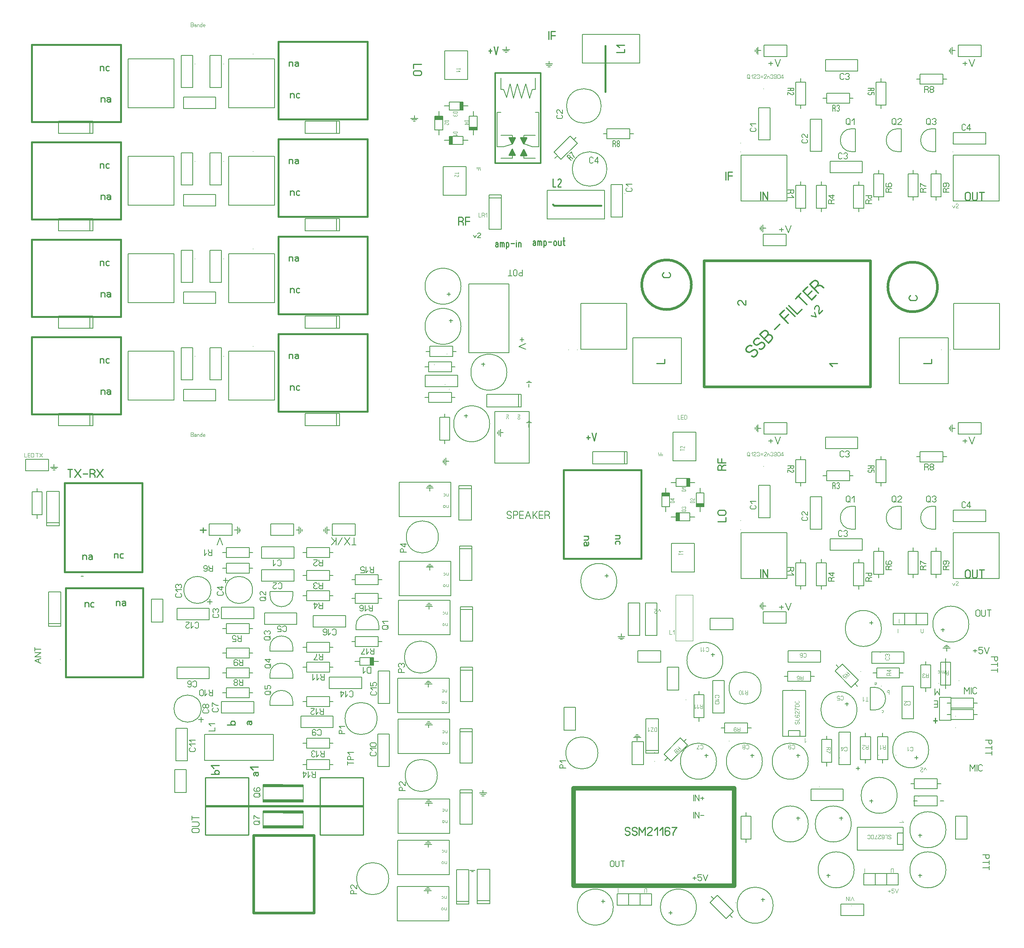
<source format=gbr>
%FSLAX34Y34*%
%MOMM*%
%LNSILK_TOP*%
G71*
G01*
%ADD10C,0.150*%
%ADD11C,0.167*%
%ADD12C,0.200*%
%ADD13C,0.170*%
%ADD14C,0.144*%
%ADD15C,0.222*%
%ADD16C,0.111*%
%ADD17C,0.600*%
%ADD18C,0.333*%
%ADD19C,0.100*%
%ADD20C,0.400*%
%ADD21C,0.300*%
%ADD22C,0.133*%
%ADD23C,0.206*%
%ADD24C,0.178*%
%ADD25C,0.250*%
%ADD26C,0.550*%
%ADD27C,0.220*%
%ADD28C,0.160*%
%ADD29C,0.280*%
%ADD30C,1.000*%
%LPD*%
G54D10*
X1744641Y890792D02*
X1722466Y890792D01*
X1722466Y941492D01*
X1744641Y941492D01*
X1744641Y890792D01*
G54D10*
X1733553Y890592D02*
X1733553Y882692D01*
G54D10*
X1733553Y941592D02*
X1733553Y949492D01*
G54D11*
X1711295Y925067D02*
X1709629Y923067D01*
X1707962Y922400D01*
X1704629Y922400D01*
G54D11*
X1704629Y927733D02*
X1717962Y927733D01*
X1717962Y924400D01*
X1717129Y923067D01*
X1715462Y922400D01*
X1713795Y922400D01*
X1712129Y923067D01*
X1711295Y924400D01*
X1711295Y927733D01*
G54D11*
X1704629Y913400D02*
X1704629Y918733D01*
X1705462Y918733D01*
X1707129Y918067D01*
X1712129Y914067D01*
X1713795Y913400D01*
X1715462Y913400D01*
X1717129Y914067D01*
X1717962Y915400D01*
X1717962Y916733D01*
X1717129Y918067D01*
X1715462Y918733D01*
G54D10*
X1665335Y884811D02*
X1639934Y884811D01*
X1639935Y813211D01*
X1665335Y813211D01*
X1665335Y884811D01*
G54D11*
X1632043Y840155D02*
X1633710Y839155D01*
X1634543Y837155D01*
X1634543Y835155D01*
X1633710Y833155D01*
X1632043Y832155D01*
X1623710Y832155D01*
X1622043Y833155D01*
X1621210Y835155D01*
X1621210Y837155D01*
X1622043Y839155D01*
X1623710Y840155D01*
G54D11*
X1626210Y843822D02*
X1621210Y848822D01*
X1634543Y848822D01*
G54D10*
X1779634Y859411D02*
X1754234Y859411D01*
X1754234Y787811D01*
X1779634Y787811D01*
X1779634Y859411D01*
G54D11*
X1746343Y814756D02*
X1748009Y813756D01*
X1748843Y811756D01*
X1748843Y809756D01*
X1748009Y807756D01*
X1746343Y806756D01*
X1738009Y806756D01*
X1736343Y807756D01*
X1735509Y809756D01*
X1735509Y811756D01*
X1736343Y813756D01*
X1738009Y814756D01*
G54D11*
X1748843Y826423D02*
X1748843Y818423D01*
X1748009Y818423D01*
X1746343Y819423D01*
X1741343Y825423D01*
X1739676Y826423D01*
X1738009Y826423D01*
X1736343Y825423D01*
X1735509Y823423D01*
X1735509Y821423D01*
X1736343Y819423D01*
X1738009Y818423D01*
G54D10*
X1744657Y662192D02*
X1722482Y662192D01*
X1722482Y712892D01*
X1744657Y712892D01*
X1744657Y662192D01*
G54D10*
X1733569Y661992D02*
X1733569Y654092D01*
G54D10*
X1733569Y712992D02*
X1733569Y720892D01*
G54D11*
X1711311Y698667D02*
X1709644Y695667D01*
X1707978Y694667D01*
X1704644Y694667D01*
G54D11*
X1704644Y702667D02*
X1717978Y702667D01*
X1717978Y697667D01*
X1717144Y695667D01*
X1715478Y694667D01*
X1713811Y694667D01*
X1712144Y695667D01*
X1711311Y697667D01*
X1711311Y702667D01*
G54D11*
X1712978Y691000D02*
X1717978Y686000D01*
X1704644Y686000D01*
G54D10*
X1841436Y917156D02*
X1841436Y894981D01*
X1790736Y894981D01*
X1790736Y917156D01*
X1841436Y917156D01*
G54D10*
X1841636Y906069D02*
X1849536Y906069D01*
G54D10*
X1790636Y906069D02*
X1782736Y906068D01*
G54D11*
X1807162Y883811D02*
X1809162Y882144D01*
X1809828Y880478D01*
X1809828Y877144D01*
G54D11*
X1804495Y877144D02*
X1804495Y890478D01*
X1807828Y890478D01*
X1809162Y889644D01*
X1809828Y887978D01*
X1809828Y886311D01*
X1809162Y884644D01*
X1807828Y883811D01*
X1804495Y883811D01*
G54D11*
X1813495Y887978D02*
X1814162Y889644D01*
X1815495Y890478D01*
X1816828Y890478D01*
X1818162Y889644D01*
X1818828Y887978D01*
X1818828Y886311D01*
X1818162Y884644D01*
X1816828Y883811D01*
X1818162Y882978D01*
X1818828Y881311D01*
X1818828Y879644D01*
X1818162Y877978D01*
X1816828Y877144D01*
X1815495Y877144D01*
X1814162Y877978D01*
X1813495Y879644D01*
G54D10*
X1768045Y712850D02*
X1790220Y712850D01*
X1790220Y662150D01*
X1768045Y662150D01*
X1768045Y712850D01*
G54D10*
X1779132Y713050D02*
X1779132Y720950D01*
G54D10*
X1779132Y662050D02*
X1779132Y654150D01*
G54D11*
X1801390Y676408D02*
X1803057Y679408D01*
X1804724Y680408D01*
X1808057Y680408D01*
G54D11*
X1808057Y672408D02*
X1794724Y672408D01*
X1794724Y677408D01*
X1795557Y679408D01*
X1797224Y680408D01*
X1798890Y680408D01*
X1800557Y679408D01*
X1801390Y677408D01*
X1801390Y672408D01*
G54D11*
X1808057Y690075D02*
X1794724Y690075D01*
X1803057Y684075D01*
X1804724Y684075D01*
X1804724Y692075D01*
G54D10*
X1922440Y890791D02*
X1900265Y890791D01*
X1900265Y941491D01*
X1922440Y941491D01*
X1922440Y890791D01*
G54D10*
X1911353Y890591D02*
X1911353Y882691D01*
G54D10*
X1911353Y941591D02*
X1911352Y949491D01*
G54D11*
X1889095Y925066D02*
X1887428Y923066D01*
X1885762Y922399D01*
X1882428Y922399D01*
G54D11*
X1882428Y927732D02*
X1895762Y927732D01*
X1895762Y924399D01*
X1894928Y923066D01*
X1893262Y922399D01*
X1891595Y922399D01*
X1889928Y923066D01*
X1889095Y924399D01*
X1889095Y927732D01*
G54D11*
X1895762Y913399D02*
X1895762Y918732D01*
X1889928Y918732D01*
X1889928Y918066D01*
X1890762Y916732D01*
X1890762Y915399D01*
X1889928Y914066D01*
X1888262Y913399D01*
X1884928Y913399D01*
X1883262Y914066D01*
X1882428Y915399D01*
X1882428Y916732D01*
X1883262Y918066D01*
X1884928Y918732D01*
G54D10*
X1869822Y740759D02*
X1869822Y766159D01*
X1798222Y766159D01*
X1798222Y740759D01*
X1869822Y740759D01*
G54D11*
X1825166Y774051D02*
X1824166Y772384D01*
X1822166Y771550D01*
X1820166Y771550D01*
X1818166Y772384D01*
X1817166Y774051D01*
X1817166Y782384D01*
X1818166Y784051D01*
X1820166Y784884D01*
X1822166Y784884D01*
X1824166Y784051D01*
X1825166Y782384D01*
G54D11*
X1828833Y782384D02*
X1829833Y784051D01*
X1831833Y784884D01*
X1833833Y784884D01*
X1835833Y784051D01*
X1836833Y782384D01*
X1836833Y780717D01*
X1835833Y779050D01*
X1833833Y778218D01*
X1835833Y777384D01*
X1836833Y775717D01*
X1836833Y774051D01*
X1835833Y772384D01*
X1833833Y771550D01*
X1831833Y771550D01*
X1829833Y772384D01*
X1828833Y774051D01*
G54D10*
X1895044Y738250D02*
X1917220Y738250D01*
X1917220Y687550D01*
X1895044Y687550D01*
X1895044Y738250D01*
G54D10*
X1906132Y738450D02*
X1906132Y746350D01*
G54D10*
X1906132Y687450D02*
X1906132Y679550D01*
G54D11*
X1928390Y701808D02*
X1930057Y704808D01*
X1931724Y705808D01*
X1935057Y705808D01*
G54D11*
X1935057Y697808D02*
X1921724Y697808D01*
X1921724Y702808D01*
X1922557Y704808D01*
X1924224Y705808D01*
X1925890Y705808D01*
X1927557Y704808D01*
X1928390Y702808D01*
X1928390Y697808D01*
G54D11*
X1924224Y717475D02*
X1922557Y716475D01*
X1921724Y714475D01*
X1921724Y712475D01*
X1922557Y710475D01*
X1924224Y709475D01*
X1928390Y709475D01*
X1929224Y709475D01*
X1927557Y712475D01*
X1927557Y714475D01*
X1928390Y716475D01*
X1930057Y717475D01*
X1932557Y717475D01*
X1934224Y716475D01*
X1935057Y714475D01*
X1935057Y712475D01*
X1934224Y710475D01*
X1932557Y709475D01*
X1928390Y709475D01*
G54D10*
X1971245Y738250D02*
X1993420Y738250D01*
X1993420Y687550D01*
X1971245Y687550D01*
X1971245Y738250D01*
G54D10*
X1982332Y738450D02*
X1982332Y746350D01*
G54D10*
X1982332Y687450D02*
X1982332Y679550D01*
G54D11*
X2004590Y701808D02*
X2006257Y704808D01*
X2007924Y705808D01*
X2011257Y705808D01*
G54D11*
X2011257Y697808D02*
X1997924Y697808D01*
X1997924Y702808D01*
X1998757Y704808D01*
X2000424Y705808D01*
X2002090Y705808D01*
X2003757Y704808D01*
X2004590Y702808D01*
X2004590Y697808D01*
G54D11*
X1997924Y709475D02*
X1997924Y717475D01*
X1999590Y716475D01*
X2002090Y714475D01*
X2005424Y712475D01*
X2007924Y711475D01*
X2011257Y711475D01*
G54D10*
X2022045Y738250D02*
X2044220Y738250D01*
X2044220Y687550D01*
X2022045Y687550D01*
X2022045Y738250D01*
G54D10*
X2033132Y738450D02*
X2033132Y746350D01*
G54D10*
X2033132Y687450D02*
X2033132Y679550D01*
G54D11*
X2055390Y701808D02*
X2057057Y704808D01*
X2058724Y705808D01*
X2062057Y705808D01*
G54D11*
X2062057Y697808D02*
X2048724Y697808D01*
X2048724Y702808D01*
X2049557Y704808D01*
X2051224Y705808D01*
X2052890Y705808D01*
X2054557Y704808D01*
X2055390Y702808D01*
X2055390Y697808D01*
G54D11*
X2059557Y709475D02*
X2061224Y710475D01*
X2062057Y712475D01*
X2062057Y714475D01*
X2061224Y716475D01*
X2059557Y717475D01*
X2055390Y717475D01*
X2054557Y717475D01*
X2056224Y714475D01*
X2056224Y712475D01*
X2055390Y710475D01*
X2053724Y709475D01*
X2051224Y709475D01*
X2049557Y710475D01*
X2048724Y712475D01*
X2048724Y714475D01*
X2049557Y716475D01*
X2051224Y717475D01*
X2055390Y717475D01*
G54D10*
X2142877Y804257D02*
X2142878Y829658D01*
X2071277Y829657D01*
X2071277Y804257D01*
X2142877Y804257D01*
G54D11*
X2098254Y837549D02*
X2097254Y835882D01*
X2095254Y835049D01*
X2093254Y835049D01*
X2091254Y835882D01*
X2090254Y837549D01*
X2090254Y845882D01*
X2091254Y847549D01*
X2093254Y848382D01*
X2095254Y848382D01*
X2097254Y847549D01*
X2098254Y845882D01*
G54D11*
X2107921Y835049D02*
X2107921Y848382D01*
X2101921Y840049D01*
X2101921Y838382D01*
X2109921Y838382D01*
G54D10*
X2048412Y958960D02*
X2048412Y936785D01*
X1997712Y936785D01*
X1997712Y958960D01*
X2048412Y958960D01*
G54D10*
X2048612Y947873D02*
X2056512Y947873D01*
G54D10*
X1997612Y947873D02*
X1989712Y947873D01*
G54D11*
X2011970Y925614D02*
X2014970Y923948D01*
X2015970Y922281D01*
X2015970Y918948D01*
G54D11*
X2007970Y918948D02*
X2007970Y932281D01*
X2012970Y932281D01*
X2014970Y931448D01*
X2015970Y929781D01*
X2015970Y928114D01*
X2014970Y926448D01*
X2012970Y925614D01*
X2007970Y925614D01*
G54D11*
X2024636Y925614D02*
X2022636Y925614D01*
X2020636Y926448D01*
X2019636Y928114D01*
X2019636Y929781D01*
X2020636Y931448D01*
X2022636Y932281D01*
X2024636Y932281D01*
X2026636Y931448D01*
X2027636Y929781D01*
X2027636Y928114D01*
X2026636Y926448D01*
X2024636Y925614D01*
X2026636Y924781D01*
X2027636Y923114D01*
X2027636Y921448D01*
X2026636Y919781D01*
X2024636Y918948D01*
X2022636Y918948D01*
X2020636Y919781D01*
X2019636Y921448D01*
X2019636Y923114D01*
X2020636Y924781D01*
X2022636Y925614D01*
G54D12*
X2092265Y982935D02*
X2101865Y982935D01*
G54D12*
X2097065Y986935D02*
X2097065Y978935D01*
G54D12*
X2106265Y991936D02*
X2112265Y975935D01*
X2118265Y991936D01*
G54D10*
X2082470Y998109D02*
X2082470Y1023509D01*
X2133270Y1023509D01*
X2133270Y998109D01*
X2082470Y998109D01*
G54D12*
X2075136Y1011338D02*
X2068786Y1011338D01*
G54D12*
X2068786Y1003401D02*
X2068786Y1019276D01*
G54D12*
X2065611Y1016895D02*
X2065611Y1005782D01*
G54D12*
X2062436Y1008957D02*
X2062436Y1013719D01*
G54D12*
X1685865Y614635D02*
X1695465Y614635D01*
G54D12*
X1690665Y618635D02*
X1690665Y610635D01*
G54D12*
X1699865Y623635D02*
X1705865Y607635D01*
X1711865Y623635D01*
G54D10*
X1650670Y579009D02*
X1650670Y604409D01*
X1701470Y604409D01*
X1701470Y579009D01*
X1650670Y579009D01*
G54D12*
X1656036Y617638D02*
X1649686Y617638D01*
G54D12*
X1649686Y609701D02*
X1649686Y625576D01*
G54D12*
X1646511Y623195D02*
X1646511Y612082D01*
G54D12*
X1643336Y615257D02*
X1643336Y620019D01*
G54D10*
X1846566Y838221D02*
X1854566Y838221D01*
X1854566Y787496D01*
X1846566Y787496D01*
G54D10*
G75*
G01X1846604Y838352D02*
G03X1846604Y787352I0J-25500D01*
G01*
G54D11*
X1838421Y849896D02*
X1843421Y847396D01*
G54D11*
X1842421Y858229D02*
X1842421Y849896D01*
X1841421Y848229D01*
X1839421Y847396D01*
X1837421Y847396D01*
X1835421Y848229D01*
X1834421Y849896D01*
X1834421Y858229D01*
X1835421Y859896D01*
X1837421Y860729D01*
X1839421Y860729D01*
X1841421Y859896D01*
X1842421Y858229D01*
G54D11*
X1847088Y855729D02*
X1852088Y860729D01*
X1852088Y847396D01*
G54D10*
X1948166Y838221D02*
X1956166Y838221D01*
X1956166Y787496D01*
X1948166Y787496D01*
G54D10*
G75*
G01X1948204Y838352D02*
G03X1948204Y787352I0J-25500D01*
G01*
G54D13*
X1940021Y849896D02*
X1945021Y847396D01*
G54D13*
X1944021Y858229D02*
X1944021Y849896D01*
X1943021Y848229D01*
X1941021Y847396D01*
X1939021Y847396D01*
X1937021Y848229D01*
X1936021Y849896D01*
X1936021Y858229D01*
X1937021Y859896D01*
X1939021Y860729D01*
X1941021Y860729D01*
X1943021Y859896D01*
X1944021Y858229D01*
G54D13*
X1956721Y847396D02*
X1948721Y847396D01*
X1948721Y848229D01*
X1949721Y849896D01*
X1955721Y854896D01*
X1956721Y856563D01*
X1956721Y858229D01*
X1955721Y859896D01*
X1953721Y860729D01*
X1951721Y860729D01*
X1949721Y859896D01*
X1948721Y858229D01*
G54D10*
X2024366Y838221D02*
X2032366Y838221D01*
X2032366Y787496D01*
X2024366Y787496D01*
G54D10*
G75*
G01X2024404Y838352D02*
G03X2024404Y787352I0J-25500D01*
G01*
G54D11*
X2016238Y849896D02*
X2021238Y847396D01*
G54D11*
X2020238Y858229D02*
X2020238Y849896D01*
X2019238Y848229D01*
X2017238Y847396D01*
X2015238Y847396D01*
X2013238Y848229D01*
X2012238Y849896D01*
X2012238Y858229D01*
X2013238Y859896D01*
X2015238Y860729D01*
X2017238Y860729D01*
X2019238Y859896D01*
X2020238Y858229D01*
G54D11*
X2024905Y858229D02*
X2025905Y859896D01*
X2027905Y860729D01*
X2029905Y860729D01*
X2031905Y859896D01*
X2032905Y858229D01*
X2032905Y856563D01*
X2031905Y854896D01*
X2029905Y854063D01*
X2031905Y853229D01*
X2032905Y851563D01*
X2032905Y849896D01*
X2031905Y848229D01*
X2029905Y847396D01*
X2027905Y847396D01*
X2025905Y848229D01*
X2024905Y849896D01*
G54D10*
X1601366Y779721D02*
X1702966Y779721D01*
X1702966Y678121D01*
X1601366Y678121D01*
X1601366Y779721D01*
G54D14*
X1600616Y806471D02*
X1600616Y806471D01*
G54D14*
X1600616Y786971D02*
X1600616Y786971D01*
G54D10*
X2071266Y779721D02*
X2172866Y779721D01*
X2172866Y678121D01*
X2071266Y678121D01*
X2071266Y779721D01*
G54D14*
X2070516Y806471D02*
X2070516Y806471D01*
G54D14*
X2070516Y786971D02*
X2070516Y786971D01*
G54D10*
X1787976Y991464D02*
X1787976Y966064D01*
X1859576Y966064D01*
X1859576Y991464D01*
X1787976Y991464D01*
G54D11*
X1828965Y949839D02*
X1827965Y948173D01*
X1825965Y947339D01*
X1823965Y947339D01*
X1821965Y948173D01*
X1820965Y949839D01*
X1820965Y958173D01*
X1821965Y959839D01*
X1823965Y960673D01*
X1825965Y960673D01*
X1827965Y959839D01*
X1828965Y958173D01*
G54D11*
X1832632Y958173D02*
X1833632Y959839D01*
X1835632Y960673D01*
X1837632Y960673D01*
X1839632Y959839D01*
X1840632Y958173D01*
X1840632Y956506D01*
X1839632Y954839D01*
X1837632Y954006D01*
X1839632Y953173D01*
X1840632Y951506D01*
X1840632Y949839D01*
X1839632Y948173D01*
X1837632Y947339D01*
X1835632Y947339D01*
X1833632Y948173D01*
X1832632Y949839D01*
G54D15*
X2108282Y694141D02*
X2108282Y683030D01*
X2106949Y680807D01*
X2104282Y679696D01*
X2101616Y679696D01*
X2098949Y680807D01*
X2097616Y683030D01*
X2097616Y694141D01*
X2098949Y696363D01*
X2101616Y697474D01*
X2104282Y697474D01*
X2106949Y696363D01*
X2108282Y694141D01*
G54D15*
X2113172Y697474D02*
X2113172Y683030D01*
X2114505Y680807D01*
X2117172Y679696D01*
X2119838Y679696D01*
X2122505Y680807D01*
X2123838Y683030D01*
X2123838Y697474D01*
G54D15*
X2134061Y679696D02*
X2134061Y697474D01*
G54D15*
X2128728Y697474D02*
X2139394Y697474D01*
G54D10*
X1850595Y712850D02*
X1872770Y712850D01*
X1872770Y662150D01*
X1850595Y662150D01*
X1850595Y712850D01*
G54D10*
X1861682Y713050D02*
X1861682Y720950D01*
G54D10*
X1861682Y662050D02*
X1861682Y654150D01*
G54D11*
X1883940Y676408D02*
X1885607Y679408D01*
X1887274Y680408D01*
X1890607Y680408D01*
G54D11*
X1890607Y672408D02*
X1877274Y672408D01*
X1877274Y677408D01*
X1878107Y679408D01*
X1879774Y680408D01*
X1881440Y680408D01*
X1883107Y679408D01*
X1883940Y677408D01*
X1883940Y672408D01*
G54D11*
X1890607Y690075D02*
X1877274Y690075D01*
G54D11*
X1885274Y690075D02*
X1883607Y689075D01*
X1883107Y687075D01*
X1883607Y685075D01*
X1885274Y684075D01*
X1888607Y684075D01*
X1890274Y685075D01*
X1890607Y687075D01*
X1890274Y689075D01*
X1888607Y690075D01*
G54D12*
X1662265Y982935D02*
X1671865Y982935D01*
G54D12*
X1667065Y986935D02*
X1667065Y978935D01*
G54D12*
X1676265Y991936D02*
X1682265Y975935D01*
X1688265Y991936D01*
G54D10*
X1652470Y998109D02*
X1652470Y1023509D01*
X1703270Y1023509D01*
X1703270Y998109D01*
X1652470Y998109D01*
G54D12*
X1645136Y1011338D02*
X1638786Y1011338D01*
G54D12*
X1638786Y1003401D02*
X1638786Y1019276D01*
G54D12*
X1635611Y1016895D02*
X1635611Y1005782D01*
G54D12*
X1632436Y1008957D02*
X1632436Y1013719D01*
G54D16*
X1617232Y951288D02*
X1620566Y949621D01*
G54D16*
X1619899Y956844D02*
X1619899Y951288D01*
X1619232Y950177D01*
X1617899Y949621D01*
X1616566Y949621D01*
X1615232Y950177D01*
X1614566Y951288D01*
X1614566Y956844D01*
X1615232Y957955D01*
X1616566Y958510D01*
X1617899Y958510D01*
X1619232Y957955D01*
X1619899Y956844D01*
G54D16*
X1623010Y955177D02*
X1626343Y958510D01*
X1626343Y949621D01*
G54D16*
X1634120Y949621D02*
X1628787Y949621D01*
X1628787Y950177D01*
X1629453Y951288D01*
X1633453Y954621D01*
X1634120Y955732D01*
X1634120Y956844D01*
X1633453Y957955D01*
X1632120Y958510D01*
X1630787Y958510D01*
X1629453Y957955D01*
X1628787Y956844D01*
G54D16*
X1636564Y956844D02*
X1637230Y957955D01*
X1638564Y958510D01*
X1639897Y958510D01*
X1641230Y957955D01*
X1641897Y956844D01*
X1641897Y955732D01*
X1641230Y954621D01*
X1639897Y954066D01*
X1641230Y953510D01*
X1641897Y952399D01*
X1641897Y951288D01*
X1641230Y950177D01*
X1639897Y949621D01*
X1638564Y949621D01*
X1637230Y950177D01*
X1636564Y951288D01*
G54D16*
X1644341Y954621D02*
X1649674Y954621D01*
G54D16*
X1644341Y952399D02*
X1649674Y952399D01*
G54D16*
X1657451Y949621D02*
X1652118Y949621D01*
X1652118Y950177D01*
X1652784Y951288D01*
X1656784Y954621D01*
X1657451Y955732D01*
X1657451Y956844D01*
X1656784Y957955D01*
X1655451Y958510D01*
X1654118Y958510D01*
X1652784Y957955D01*
X1652118Y956844D01*
G54D16*
X1659895Y949621D02*
X1659895Y954621D01*
G54D16*
X1659895Y953510D02*
X1660561Y954288D01*
X1661895Y954621D01*
X1663228Y954288D01*
X1663895Y953510D01*
X1663895Y949621D01*
G54D16*
X1666339Y956844D02*
X1667005Y957955D01*
X1668339Y958510D01*
X1669672Y958510D01*
X1671005Y957955D01*
X1671672Y956844D01*
X1671672Y955732D01*
X1671005Y954621D01*
X1669672Y954066D01*
X1671005Y953510D01*
X1671672Y952399D01*
X1671672Y951288D01*
X1671005Y950177D01*
X1669672Y949621D01*
X1668339Y949621D01*
X1667005Y950177D01*
X1666339Y951288D01*
G54D16*
X1674116Y951288D02*
X1674782Y950177D01*
X1676116Y949621D01*
X1677449Y949621D01*
X1678782Y950177D01*
X1679449Y951288D01*
X1679449Y954066D01*
X1679449Y954621D01*
X1677449Y953510D01*
X1676116Y953510D01*
X1674782Y954066D01*
X1674116Y955177D01*
X1674116Y956844D01*
X1674782Y957955D01*
X1676116Y958510D01*
X1677449Y958510D01*
X1678782Y957955D01*
X1679449Y956844D01*
X1679449Y954066D01*
G54D16*
X1687226Y956844D02*
X1687226Y951288D01*
X1686559Y950177D01*
X1685226Y949621D01*
X1683893Y949621D01*
X1682559Y950177D01*
X1681893Y951288D01*
X1681893Y956844D01*
X1682559Y957955D01*
X1683893Y958510D01*
X1685226Y958510D01*
X1686559Y957955D01*
X1687226Y956844D01*
G54D16*
X1693670Y949621D02*
X1693670Y958510D01*
X1689670Y952955D01*
X1689670Y951844D01*
X1695003Y951844D01*
G54D16*
X2068951Y667920D02*
X2071617Y662920D01*
X2074284Y667920D01*
G54D16*
X2082061Y662920D02*
X2076728Y662920D01*
X2076728Y663475D01*
X2077394Y664586D01*
X2081394Y667920D01*
X2082061Y669031D01*
X2082061Y670142D01*
X2081394Y671253D01*
X2080061Y671809D01*
X2078728Y671809D01*
X2077394Y671253D01*
X2076728Y670142D01*
G54D15*
X1644384Y680490D02*
X1644384Y698268D01*
G54D15*
X1649273Y680490D02*
X1649273Y698268D01*
X1659940Y680490D01*
X1659940Y698268D01*
G54D14*
X1651416Y927121D02*
X1651416Y927121D01*
G54D17*
X1519341Y545980D02*
X1519340Y266580D01*
X1887641Y266580D01*
X1887641Y545980D01*
X1519341Y545980D01*
G54D15*
X1803454Y311526D02*
X1796788Y318192D01*
X1814566Y318192D01*
G54D15*
X1611715Y458230D02*
X1611716Y447564D01*
X1610604Y447564D01*
X1608382Y448897D01*
X1601715Y456897D01*
X1599493Y458230D01*
X1597271Y458230D01*
X1595049Y456897D01*
X1593938Y454230D01*
X1593938Y451564D01*
X1595049Y448897D01*
X1597271Y447564D01*
G54D17*
G75*
G01X1491316Y492580D02*
G03X1491316Y492580I-55000J0D01*
G01*
G54D17*
G75*
G01X2036316Y487580D02*
G03X2036316Y487580I-55000J0D01*
G01*
G54D10*
X1246491Y349580D02*
X1246491Y451180D01*
X1348091Y451180D01*
X1348091Y349580D01*
X1246491Y349580D01*
G54D14*
X1219741Y348830D02*
X1219741Y348830D01*
G54D14*
X1239241Y348830D02*
X1239241Y348830D01*
G54D10*
X2071991Y349580D02*
X2071991Y451180D01*
X2173591Y451180D01*
X2173591Y349580D01*
X2071991Y349580D01*
G54D14*
X2045241Y348830D02*
X2045241Y348830D01*
G54D14*
X2064741Y348830D02*
X2064741Y348830D01*
G54D15*
X2005038Y318480D02*
X2022816Y318480D01*
X2022816Y327814D01*
G54D15*
X1987733Y468847D02*
X1989955Y467514D01*
X1991066Y464847D01*
X1991066Y462180D01*
X1989955Y459514D01*
X1987733Y458180D01*
X1976622Y458180D01*
X1974399Y459514D01*
X1973288Y462180D01*
X1973288Y464847D01*
X1974399Y467514D01*
X1976622Y468847D01*
G54D15*
X1441633Y519647D02*
X1443855Y518314D01*
X1444966Y515647D01*
X1444966Y512980D01*
X1443855Y510314D01*
X1441632Y508980D01*
X1430522Y508980D01*
X1428299Y510314D01*
X1427188Y512980D01*
X1427188Y515647D01*
X1428299Y518314D01*
X1430522Y519647D01*
G54D18*
X1625302Y333948D02*
X1629073Y333005D01*
X1633080Y334655D01*
X1635909Y337484D01*
X1637559Y341490D01*
X1636616Y345262D01*
X1634259Y347619D01*
X1630488Y348562D01*
X1626481Y346912D01*
X1623652Y344083D01*
X1619645Y342433D01*
X1615874Y343376D01*
X1613517Y345733D01*
X1612574Y349504D01*
X1614224Y353511D01*
X1617053Y356340D01*
X1621060Y357990D01*
X1624831Y357047D01*
G54D18*
X1641801Y350447D02*
X1645572Y349504D01*
X1649579Y351154D01*
X1652408Y353982D01*
X1654058Y357989D01*
X1653115Y361760D01*
X1650758Y364118D01*
X1646987Y365061D01*
X1642980Y363410D01*
X1640151Y360582D01*
X1636144Y358932D01*
X1632373Y359875D01*
X1630016Y362232D01*
X1629073Y366003D01*
X1630723Y370010D01*
X1633552Y372838D01*
X1637558Y374489D01*
X1641330Y373546D01*
G54D18*
X1661836Y363410D02*
X1642979Y382266D01*
X1650051Y389338D01*
X1654057Y390988D01*
X1657829Y390044D01*
X1660186Y387688D01*
X1661128Y383916D01*
X1659479Y379910D01*
X1663486Y381559D01*
X1667257Y380617D01*
X1669614Y378260D01*
X1670556Y374488D01*
X1668907Y370481D01*
X1661836Y363410D01*
G54D18*
X1652408Y372838D02*
X1659479Y379910D01*
G54D18*
X1675553Y393627D02*
X1686867Y404940D01*
G54D18*
X1705770Y407344D02*
X1686913Y426200D01*
X1696813Y436100D01*
G54D18*
X1696341Y416772D02*
X1706241Y426672D01*
G54D18*
X1720854Y422429D02*
X1701998Y441285D01*
G54D18*
X1707183Y446470D02*
X1726039Y427614D01*
X1735939Y437514D01*
G54D18*
X1746781Y448356D02*
X1727925Y467212D01*
G54D18*
X1722268Y461555D02*
X1733582Y472869D01*
G54D18*
X1767523Y469097D02*
X1757623Y459198D01*
X1738767Y478054D01*
X1748666Y487954D01*
G54D18*
X1748195Y468626D02*
X1758094Y478526D01*
G54D18*
X1768937Y489368D02*
X1775536Y491253D01*
X1779308Y490310D01*
X1784021Y485596D01*
G54D18*
X1772708Y474283D02*
X1753852Y493139D01*
X1760923Y500210D01*
X1764930Y501860D01*
X1768701Y500917D01*
X1771058Y498560D01*
X1772001Y494788D01*
X1770351Y490782D01*
X1763280Y483710D01*
G54D10*
X1951798Y273643D02*
X1951798Y375243D01*
X2059748Y375243D01*
X2059748Y273643D01*
X1951798Y273643D01*
G54D15*
X1414488Y318480D02*
X1432266Y318480D01*
X1432266Y327814D01*
G54D10*
X1361248Y273643D02*
X1361248Y375243D01*
X1469198Y375243D01*
X1469198Y273643D01*
X1361248Y273643D01*
G54D15*
X1756250Y424437D02*
X1767092Y421137D01*
X1763792Y431979D01*
G54D15*
X1781863Y435908D02*
X1774321Y428365D01*
X1773535Y429151D01*
X1772907Y431665D01*
X1773849Y442036D01*
X1773221Y444550D01*
X1771650Y446122D01*
X1769135Y446750D01*
X1766464Y445650D01*
X1764578Y443764D01*
X1763478Y441093D01*
X1764107Y438579D01*
G54D10*
X1744641Y54180D02*
X1722466Y54180D01*
X1722466Y104880D01*
X1744641Y104880D01*
X1744641Y54180D01*
G54D10*
X1733553Y53980D02*
X1733553Y46080D01*
G54D10*
X1733553Y104980D02*
X1733553Y112880D01*
G54D11*
X1711295Y88454D02*
X1709629Y86454D01*
X1707962Y85788D01*
X1704629Y85788D01*
G54D11*
X1704629Y91121D02*
X1717962Y91121D01*
X1717962Y87788D01*
X1717129Y86454D01*
X1715462Y85788D01*
X1713795Y85788D01*
X1712129Y86454D01*
X1711295Y87788D01*
X1711295Y91121D01*
G54D11*
X1704629Y76788D02*
X1704629Y82121D01*
X1705462Y82121D01*
X1707129Y81454D01*
X1712129Y77454D01*
X1713795Y76788D01*
X1715462Y76788D01*
X1717129Y77454D01*
X1717962Y78788D01*
X1717962Y80121D01*
X1717129Y81454D01*
X1715462Y82121D01*
G54D10*
X1665335Y48198D02*
X1639934Y48198D01*
X1639935Y-23402D01*
X1665335Y-23402D01*
X1665335Y48198D01*
G54D11*
X1632043Y3543D02*
X1633710Y2543D01*
X1634543Y543D01*
X1634543Y-1457D01*
X1633710Y-3457D01*
X1632043Y-4457D01*
X1623710Y-4457D01*
X1622043Y-3457D01*
X1621210Y-1457D01*
X1621210Y543D01*
X1622043Y2543D01*
X1623710Y3543D01*
G54D11*
X1626210Y7210D02*
X1621210Y12210D01*
X1634543Y12210D01*
G54D10*
X1779634Y22799D02*
X1754234Y22799D01*
X1754234Y-48802D01*
X1779634Y-48801D01*
X1779634Y22799D01*
G54D11*
X1746343Y-21857D02*
X1748009Y-22857D01*
X1748843Y-24857D01*
X1748843Y-26857D01*
X1748009Y-28857D01*
X1746343Y-29857D01*
X1738009Y-29857D01*
X1736343Y-28857D01*
X1735509Y-26857D01*
X1735509Y-24857D01*
X1736343Y-22857D01*
X1738009Y-21857D01*
G54D11*
X1748843Y-10190D02*
X1748843Y-18190D01*
X1748009Y-18190D01*
X1746343Y-17190D01*
X1741343Y-11190D01*
X1739676Y-10190D01*
X1738009Y-10190D01*
X1736343Y-11190D01*
X1735509Y-13190D01*
X1735509Y-15190D01*
X1736343Y-17190D01*
X1738009Y-18190D01*
G54D10*
X1744657Y-174420D02*
X1722482Y-174420D01*
X1722482Y-123720D01*
X1744657Y-123720D01*
X1744657Y-174420D01*
G54D10*
X1733569Y-174620D02*
X1733569Y-182520D01*
G54D10*
X1733569Y-123620D02*
X1733569Y-115720D01*
G54D11*
X1711311Y-137945D02*
X1709644Y-140945D01*
X1707978Y-141945D01*
X1704644Y-141945D01*
G54D11*
X1704644Y-133945D02*
X1717978Y-133945D01*
X1717978Y-138945D01*
X1717144Y-140945D01*
X1715478Y-141945D01*
X1713811Y-141945D01*
X1712144Y-140945D01*
X1711311Y-138945D01*
X1711311Y-133945D01*
G54D11*
X1712978Y-145612D02*
X1717978Y-150612D01*
X1704644Y-150612D01*
G54D10*
X1841436Y80544D02*
X1841436Y58369D01*
X1790736Y58369D01*
X1790736Y80544D01*
X1841436Y80544D01*
G54D10*
X1841636Y69456D02*
X1849536Y69456D01*
G54D10*
X1790636Y69456D02*
X1782736Y69456D01*
G54D11*
X1807162Y47198D02*
X1809162Y45532D01*
X1809828Y43865D01*
X1809828Y40532D01*
G54D11*
X1804495Y40532D02*
X1804495Y53865D01*
X1807828Y53865D01*
X1809162Y53032D01*
X1809828Y51365D01*
X1809828Y49698D01*
X1809162Y48032D01*
X1807828Y47198D01*
X1804495Y47198D01*
G54D11*
X1813495Y51365D02*
X1814162Y53032D01*
X1815495Y53865D01*
X1816828Y53865D01*
X1818162Y53032D01*
X1818828Y51365D01*
X1818828Y49698D01*
X1818162Y48032D01*
X1816828Y47198D01*
X1818162Y46365D01*
X1818828Y44698D01*
X1818828Y43032D01*
X1818162Y41365D01*
X1816828Y40532D01*
X1815495Y40532D01*
X1814162Y41365D01*
X1813495Y43032D01*
G54D10*
X1768045Y-123762D02*
X1790220Y-123762D01*
X1790220Y-174462D01*
X1768045Y-174462D01*
X1768045Y-123762D01*
G54D10*
X1779132Y-123562D02*
X1779132Y-115662D01*
G54D10*
X1779132Y-174562D02*
X1779132Y-182462D01*
G54D11*
X1801390Y-160204D02*
X1803057Y-157204D01*
X1804724Y-156204D01*
X1808057Y-156204D01*
G54D11*
X1808057Y-164204D02*
X1794724Y-164204D01*
X1794724Y-159204D01*
X1795557Y-157204D01*
X1797224Y-156204D01*
X1798890Y-156204D01*
X1800557Y-157204D01*
X1801390Y-159204D01*
X1801390Y-164204D01*
G54D11*
X1808057Y-146538D02*
X1794724Y-146538D01*
X1803057Y-152538D01*
X1804724Y-152538D01*
X1804724Y-144538D01*
G54D10*
X1922440Y54179D02*
X1900265Y54179D01*
X1900265Y104879D01*
X1922440Y104879D01*
X1922440Y54179D01*
G54D10*
X1911353Y53979D02*
X1911353Y46079D01*
G54D10*
X1911353Y104979D02*
X1911352Y112879D01*
G54D11*
X1889095Y88453D02*
X1887428Y86453D01*
X1885762Y85786D01*
X1882428Y85786D01*
G54D11*
X1882428Y91120D02*
X1895762Y91120D01*
X1895762Y87786D01*
X1894928Y86453D01*
X1893262Y85786D01*
X1891595Y85786D01*
X1889928Y86453D01*
X1889095Y87786D01*
X1889095Y91120D01*
G54D11*
X1895762Y76786D02*
X1895762Y82120D01*
X1889928Y82120D01*
X1889928Y81453D01*
X1890762Y80120D01*
X1890762Y78786D01*
X1889928Y77453D01*
X1888262Y76786D01*
X1884928Y76786D01*
X1883262Y77453D01*
X1882428Y78786D01*
X1882428Y80120D01*
X1883262Y81453D01*
X1884928Y82120D01*
G54D10*
X1869822Y-95854D02*
X1869822Y-70453D01*
X1798222Y-70454D01*
X1798222Y-95854D01*
X1869822Y-95854D01*
G54D11*
X1825166Y-62562D02*
X1824166Y-64228D01*
X1822166Y-65062D01*
X1820166Y-65062D01*
X1818166Y-64228D01*
X1817166Y-62562D01*
X1817166Y-54228D01*
X1818166Y-52562D01*
X1820166Y-51728D01*
X1822166Y-51728D01*
X1824166Y-52562D01*
X1825166Y-54228D01*
G54D11*
X1828833Y-54228D02*
X1829833Y-52562D01*
X1831833Y-51728D01*
X1833833Y-51728D01*
X1835833Y-52562D01*
X1836833Y-54228D01*
X1836833Y-55895D01*
X1835833Y-57562D01*
X1833833Y-58395D01*
X1835833Y-59228D01*
X1836833Y-60895D01*
X1836833Y-62562D01*
X1835833Y-64228D01*
X1833833Y-65062D01*
X1831833Y-65062D01*
X1829833Y-64228D01*
X1828833Y-62562D01*
G54D10*
X1895044Y-98362D02*
X1917220Y-98362D01*
X1917220Y-149062D01*
X1895044Y-149062D01*
X1895044Y-98362D01*
G54D10*
X1906132Y-98162D02*
X1906132Y-90262D01*
G54D10*
X1906132Y-149162D02*
X1906132Y-157062D01*
G54D11*
X1928390Y-134804D02*
X1930057Y-131804D01*
X1931724Y-130804D01*
X1935057Y-130804D01*
G54D11*
X1935057Y-138804D02*
X1921724Y-138804D01*
X1921724Y-133804D01*
X1922557Y-131804D01*
X1924224Y-130804D01*
X1925890Y-130804D01*
X1927557Y-131804D01*
X1928390Y-133804D01*
X1928390Y-138804D01*
G54D11*
X1924224Y-119138D02*
X1922557Y-120138D01*
X1921724Y-122138D01*
X1921724Y-124138D01*
X1922557Y-126138D01*
X1924224Y-127138D01*
X1928390Y-127138D01*
X1929224Y-127138D01*
X1927557Y-124138D01*
X1927557Y-122138D01*
X1928390Y-120138D01*
X1930057Y-119138D01*
X1932557Y-119138D01*
X1934224Y-120138D01*
X1935057Y-122138D01*
X1935057Y-124138D01*
X1934224Y-126138D01*
X1932557Y-127138D01*
X1928390Y-127138D01*
G54D10*
X1971245Y-98362D02*
X1993420Y-98362D01*
X1993420Y-149062D01*
X1971245Y-149062D01*
X1971245Y-98362D01*
G54D10*
X1982332Y-98162D02*
X1982332Y-90262D01*
G54D10*
X1982332Y-149162D02*
X1982332Y-157062D01*
G54D11*
X2004590Y-134804D02*
X2006257Y-131804D01*
X2007924Y-130804D01*
X2011257Y-130804D01*
G54D11*
X2011257Y-138804D02*
X1997924Y-138804D01*
X1997924Y-133804D01*
X1998757Y-131804D01*
X2000424Y-130804D01*
X2002090Y-130804D01*
X2003757Y-131804D01*
X2004590Y-133804D01*
X2004590Y-138804D01*
G54D11*
X1997924Y-127138D02*
X1997924Y-119138D01*
X1999590Y-120138D01*
X2002090Y-122138D01*
X2005424Y-124138D01*
X2007924Y-125138D01*
X2011257Y-125138D01*
G54D10*
X2022045Y-98362D02*
X2044220Y-98362D01*
X2044220Y-149062D01*
X2022045Y-149062D01*
X2022045Y-98362D01*
G54D10*
X2033132Y-98162D02*
X2033132Y-90262D01*
G54D10*
X2033132Y-149162D02*
X2033132Y-157062D01*
G54D11*
X2055390Y-134804D02*
X2057057Y-131804D01*
X2058724Y-130804D01*
X2062057Y-130804D01*
G54D11*
X2062057Y-138804D02*
X2048724Y-138804D01*
X2048724Y-133804D01*
X2049557Y-131804D01*
X2051224Y-130804D01*
X2052890Y-130804D01*
X2054557Y-131804D01*
X2055390Y-133804D01*
X2055390Y-138804D01*
G54D11*
X2059557Y-127138D02*
X2061224Y-126138D01*
X2062057Y-124138D01*
X2062057Y-122138D01*
X2061224Y-120138D01*
X2059557Y-119138D01*
X2055390Y-119138D01*
X2054557Y-119138D01*
X2056224Y-122138D01*
X2056224Y-124138D01*
X2055390Y-126138D01*
X2053724Y-127138D01*
X2051224Y-127138D01*
X2049557Y-126138D01*
X2048724Y-124138D01*
X2048724Y-122138D01*
X2049557Y-120138D01*
X2051224Y-119138D01*
X2055390Y-119138D01*
G54D10*
X2142877Y-32356D02*
X2142878Y-6955D01*
X2071277Y-6955D01*
X2071277Y-32355D01*
X2142877Y-32356D01*
G54D11*
X2098254Y936D02*
X2097254Y-730D01*
X2095254Y-1564D01*
X2093254Y-1564D01*
X2091254Y-730D01*
X2090254Y936D01*
X2090254Y9270D01*
X2091254Y10936D01*
X2093254Y11770D01*
X2095254Y11770D01*
X2097254Y10936D01*
X2098254Y9270D01*
G54D11*
X2107921Y-1564D02*
X2107921Y11770D01*
X2101921Y3436D01*
X2101921Y1770D01*
X2109921Y1770D01*
G54D10*
X2048412Y122348D02*
X2048412Y100173D01*
X1997712Y100173D01*
X1997712Y122348D01*
X2048412Y122348D01*
G54D10*
X2048612Y111260D02*
X2056512Y111260D01*
G54D10*
X1997612Y111260D02*
X1989712Y111260D01*
G54D11*
X2011970Y89002D02*
X2014970Y87335D01*
X2015970Y85669D01*
X2015970Y82335D01*
G54D11*
X2007970Y82335D02*
X2007970Y95669D01*
X2012970Y95669D01*
X2014970Y94835D01*
X2015970Y93169D01*
X2015970Y91502D01*
X2014970Y89835D01*
X2012970Y89002D01*
X2007970Y89002D01*
G54D11*
X2024636Y89002D02*
X2022636Y89002D01*
X2020636Y89835D01*
X2019636Y91502D01*
X2019636Y93169D01*
X2020636Y94835D01*
X2022636Y95669D01*
X2024636Y95669D01*
X2026636Y94835D01*
X2027636Y93169D01*
X2027636Y91502D01*
X2026636Y89835D01*
X2024636Y89002D01*
X2026636Y88169D01*
X2027636Y86502D01*
X2027636Y84835D01*
X2026636Y83169D01*
X2024636Y82335D01*
X2022636Y82335D01*
X2020636Y83169D01*
X2019636Y84835D01*
X2019636Y86502D01*
X2020636Y88169D01*
X2022636Y89002D01*
G54D12*
X2092265Y146323D02*
X2101865Y146323D01*
G54D12*
X2097065Y150323D02*
X2097065Y142323D01*
G54D12*
X2106265Y155323D02*
X2112265Y139323D01*
X2118265Y155323D01*
G54D10*
X2082470Y161496D02*
X2082470Y186896D01*
X2133270Y186896D01*
X2133270Y161496D01*
X2082470Y161496D01*
G54D12*
X2075136Y174726D02*
X2068786Y174726D01*
G54D12*
X2068786Y166788D02*
X2068786Y182664D01*
G54D12*
X2065611Y180282D02*
X2065611Y169170D01*
G54D12*
X2062436Y172345D02*
X2062436Y177107D01*
G54D12*
X1685865Y-221977D02*
X1695465Y-221977D01*
G54D12*
X1690665Y-217977D02*
X1690665Y-225977D01*
G54D12*
X1699865Y-212977D02*
X1705865Y-228977D01*
X1711865Y-212977D01*
G54D10*
X1650670Y-257604D02*
X1650670Y-232204D01*
X1701470Y-232204D01*
X1701470Y-257604D01*
X1650670Y-257604D01*
G54D12*
X1656036Y-218974D02*
X1649686Y-218974D01*
G54D12*
X1649686Y-226912D02*
X1649686Y-211037D01*
G54D12*
X1646511Y-213418D02*
X1646511Y-224530D01*
G54D12*
X1643336Y-221356D02*
X1643336Y-216593D01*
G54D10*
X1846566Y1609D02*
X1854566Y1609D01*
X1854566Y-49116D01*
X1846566Y-49116D01*
G54D10*
G75*
G01X1846604Y1739D02*
G03X1846604Y-49261I0J-25500D01*
G01*
G54D11*
X1838421Y13284D02*
X1843421Y10784D01*
G54D11*
X1842421Y21617D02*
X1842421Y13284D01*
X1841421Y11617D01*
X1839421Y10784D01*
X1837421Y10784D01*
X1835421Y11617D01*
X1834421Y13284D01*
X1834421Y21617D01*
X1835421Y23284D01*
X1837421Y24117D01*
X1839421Y24117D01*
X1841421Y23284D01*
X1842421Y21617D01*
G54D11*
X1847088Y19117D02*
X1852088Y24117D01*
X1852088Y10784D01*
G54D10*
X1948166Y1609D02*
X1956166Y1609D01*
X1956166Y-49116D01*
X1948166Y-49116D01*
G54D10*
G75*
G01X1948204Y1739D02*
G03X1948204Y-49261I0J-25500D01*
G01*
G54D13*
X1940021Y13284D02*
X1945021Y10784D01*
G54D13*
X1944021Y21617D02*
X1944021Y13284D01*
X1943021Y11617D01*
X1941021Y10784D01*
X1939021Y10784D01*
X1937021Y11617D01*
X1936021Y13284D01*
X1936021Y21617D01*
X1937021Y23284D01*
X1939021Y24117D01*
X1941021Y24117D01*
X1943021Y23284D01*
X1944021Y21617D01*
G54D13*
X1956721Y10784D02*
X1948721Y10784D01*
X1948721Y11617D01*
X1949721Y13284D01*
X1955721Y18284D01*
X1956721Y19950D01*
X1956721Y21617D01*
X1955721Y23284D01*
X1953721Y24117D01*
X1951721Y24117D01*
X1949721Y23284D01*
X1948721Y21617D01*
G54D10*
X2024366Y1609D02*
X2032366Y1609D01*
X2032366Y-49116D01*
X2024366Y-49116D01*
G54D10*
G75*
G01X2024404Y1739D02*
G03X2024404Y-49261I0J-25500D01*
G01*
G54D11*
X2016238Y13284D02*
X2021238Y10784D01*
G54D11*
X2020238Y21617D02*
X2020238Y13284D01*
X2019238Y11617D01*
X2017238Y10784D01*
X2015238Y10784D01*
X2013238Y11617D01*
X2012238Y13284D01*
X2012238Y21617D01*
X2013238Y23284D01*
X2015238Y24117D01*
X2017238Y24117D01*
X2019238Y23284D01*
X2020238Y21617D01*
G54D11*
X2024905Y21617D02*
X2025905Y23284D01*
X2027905Y24117D01*
X2029905Y24117D01*
X2031905Y23284D01*
X2032905Y21617D01*
X2032905Y19950D01*
X2031905Y18284D01*
X2029905Y17450D01*
X2031905Y16617D01*
X2032905Y14950D01*
X2032905Y13284D01*
X2031905Y11617D01*
X2029905Y10784D01*
X2027905Y10784D01*
X2025905Y11617D01*
X2024905Y13284D01*
G54D10*
X1601366Y-56891D02*
X1702966Y-56891D01*
X1702966Y-158491D01*
X1601366Y-158491D01*
X1601366Y-56891D01*
G54D14*
X1600616Y-30141D02*
X1600616Y-30141D01*
G54D14*
X1600616Y-49641D02*
X1600616Y-49641D01*
G54D10*
X2071266Y-56891D02*
X2172866Y-56891D01*
X2172866Y-158491D01*
X2071266Y-158491D01*
X2071266Y-56891D01*
G54D14*
X2070516Y-30141D02*
X2070516Y-30141D01*
G54D14*
X2070516Y-49641D02*
X2070516Y-49641D01*
G54D10*
X1787976Y154852D02*
X1787976Y129451D01*
X1859576Y129451D01*
X1859576Y154851D01*
X1787976Y154852D01*
G54D11*
X1828965Y113227D02*
X1827965Y111560D01*
X1825965Y110727D01*
X1823965Y110727D01*
X1821965Y111560D01*
X1820965Y113227D01*
X1820965Y121560D01*
X1821965Y123227D01*
X1823965Y124060D01*
X1825965Y124060D01*
X1827965Y123227D01*
X1828965Y121560D01*
G54D11*
X1832632Y121560D02*
X1833632Y123227D01*
X1835632Y124060D01*
X1837632Y124060D01*
X1839632Y123227D01*
X1840632Y121560D01*
X1840632Y119894D01*
X1839632Y118227D01*
X1837632Y117394D01*
X1839632Y116560D01*
X1840632Y114894D01*
X1840632Y113227D01*
X1839632Y111560D01*
X1837632Y110727D01*
X1835632Y110727D01*
X1833632Y111560D01*
X1832632Y113227D01*
G54D15*
X2108282Y-142472D02*
X2108282Y-153583D01*
X2106949Y-155805D01*
X2104282Y-156916D01*
X2101616Y-156916D01*
X2098949Y-155805D01*
X2097616Y-153583D01*
X2097616Y-142472D01*
X2098949Y-140250D01*
X2101616Y-139138D01*
X2104282Y-139138D01*
X2106949Y-140250D01*
X2108282Y-142472D01*
G54D15*
X2113172Y-139138D02*
X2113172Y-153583D01*
X2114505Y-155805D01*
X2117172Y-156916D01*
X2119838Y-156916D01*
X2122505Y-155805D01*
X2123838Y-153583D01*
X2123838Y-139138D01*
G54D15*
X2134061Y-156916D02*
X2134061Y-139138D01*
G54D15*
X2128728Y-139138D02*
X2139394Y-139138D01*
G54D10*
X1850595Y-123762D02*
X1872770Y-123762D01*
X1872770Y-174462D01*
X1850595Y-174462D01*
X1850595Y-123762D01*
G54D10*
X1861682Y-123562D02*
X1861682Y-115662D01*
G54D10*
X1861682Y-174562D02*
X1861682Y-182462D01*
G54D11*
X1883940Y-160204D02*
X1885607Y-157204D01*
X1887274Y-156204D01*
X1890607Y-156204D01*
G54D11*
X1890607Y-164204D02*
X1877274Y-164204D01*
X1877274Y-159204D01*
X1878107Y-157204D01*
X1879774Y-156204D01*
X1881440Y-156204D01*
X1883107Y-157204D01*
X1883940Y-159204D01*
X1883940Y-164204D01*
G54D11*
X1890607Y-146538D02*
X1877274Y-146538D01*
G54D11*
X1885274Y-146538D02*
X1883607Y-147538D01*
X1883107Y-149538D01*
X1883607Y-151538D01*
X1885274Y-152538D01*
X1888607Y-152538D01*
X1890274Y-151538D01*
X1890607Y-149538D01*
X1890274Y-147538D01*
X1888607Y-146538D01*
G54D12*
X1662265Y146323D02*
X1671865Y146323D01*
G54D12*
X1667065Y150323D02*
X1667065Y142323D01*
G54D12*
X1676265Y155323D02*
X1682265Y139323D01*
X1688265Y155323D01*
G54D10*
X1652470Y161496D02*
X1652470Y186896D01*
X1703270Y186896D01*
X1703270Y161496D01*
X1652470Y161496D01*
G54D12*
X1645136Y174726D02*
X1638786Y174726D01*
G54D12*
X1638786Y166788D02*
X1638786Y182664D01*
G54D12*
X1635611Y180282D02*
X1635611Y169170D01*
G54D12*
X1632436Y172345D02*
X1632436Y177107D01*
G54D16*
X1617232Y114676D02*
X1620566Y113009D01*
G54D16*
X1619899Y120231D02*
X1619899Y114676D01*
X1619232Y113564D01*
X1617899Y113009D01*
X1616566Y113009D01*
X1615232Y113564D01*
X1614566Y114676D01*
X1614566Y120231D01*
X1615232Y121342D01*
X1616566Y121898D01*
X1617899Y121898D01*
X1619232Y121342D01*
X1619899Y120231D01*
G54D16*
X1623010Y118564D02*
X1626343Y121898D01*
X1626343Y113009D01*
G54D16*
X1634120Y113009D02*
X1628787Y113009D01*
X1628787Y113564D01*
X1629453Y114676D01*
X1633453Y118009D01*
X1634120Y119120D01*
X1634120Y120231D01*
X1633453Y121342D01*
X1632120Y121898D01*
X1630787Y121898D01*
X1629453Y121342D01*
X1628787Y120231D01*
G54D16*
X1636564Y120231D02*
X1637230Y121342D01*
X1638564Y121898D01*
X1639897Y121898D01*
X1641230Y121342D01*
X1641897Y120231D01*
X1641897Y119120D01*
X1641230Y118009D01*
X1639897Y117453D01*
X1641230Y116898D01*
X1641897Y115786D01*
X1641897Y114676D01*
X1641230Y113564D01*
X1639897Y113009D01*
X1638564Y113009D01*
X1637230Y113564D01*
X1636564Y114676D01*
G54D16*
X1644341Y118009D02*
X1649674Y118009D01*
G54D16*
X1644341Y115786D02*
X1649674Y115786D01*
G54D16*
X1657451Y113009D02*
X1652118Y113009D01*
X1652118Y113564D01*
X1652784Y114676D01*
X1656784Y118009D01*
X1657451Y119120D01*
X1657451Y120231D01*
X1656784Y121342D01*
X1655451Y121898D01*
X1654118Y121898D01*
X1652784Y121342D01*
X1652118Y120231D01*
G54D16*
X1659895Y113009D02*
X1659895Y118009D01*
G54D16*
X1659895Y116898D02*
X1660561Y117676D01*
X1661895Y118009D01*
X1663228Y117676D01*
X1663895Y116898D01*
X1663895Y113009D01*
G54D16*
X1666339Y120231D02*
X1667005Y121342D01*
X1668339Y121898D01*
X1669672Y121898D01*
X1671005Y121342D01*
X1671672Y120231D01*
X1671672Y119120D01*
X1671005Y118009D01*
X1669672Y117453D01*
X1671005Y116898D01*
X1671672Y115786D01*
X1671672Y114676D01*
X1671005Y113564D01*
X1669672Y113009D01*
X1668339Y113009D01*
X1667005Y113564D01*
X1666339Y114676D01*
G54D16*
X1674116Y114676D02*
X1674782Y113564D01*
X1676116Y113009D01*
X1677449Y113009D01*
X1678782Y113564D01*
X1679449Y114676D01*
X1679449Y117453D01*
X1679449Y118009D01*
X1677449Y116898D01*
X1676116Y116898D01*
X1674782Y117453D01*
X1674116Y118564D01*
X1674116Y120231D01*
X1674782Y121342D01*
X1676116Y121898D01*
X1677449Y121898D01*
X1678782Y121342D01*
X1679449Y120231D01*
X1679449Y117453D01*
G54D16*
X1687226Y120231D02*
X1687226Y114676D01*
X1686559Y113564D01*
X1685226Y113009D01*
X1683893Y113009D01*
X1682559Y113564D01*
X1681893Y114676D01*
X1681893Y120231D01*
X1682559Y121342D01*
X1683893Y121898D01*
X1685226Y121898D01*
X1686559Y121342D01*
X1687226Y120231D01*
G54D16*
X1693670Y113009D02*
X1693670Y121898D01*
X1689670Y116342D01*
X1689670Y115231D01*
X1695003Y115231D01*
G54D16*
X2068951Y-168693D02*
X2071617Y-173693D01*
X2074284Y-168693D01*
G54D16*
X2082061Y-173693D02*
X2076728Y-173693D01*
X2076728Y-173137D01*
X2077394Y-172026D01*
X2081394Y-168693D01*
X2082061Y-167582D01*
X2082061Y-166470D01*
X2081394Y-165360D01*
X2080061Y-164804D01*
X2078728Y-164804D01*
X2077394Y-165360D01*
X2076728Y-166470D01*
G54D15*
X1644384Y-156122D02*
X1644384Y-138345D01*
G54D15*
X1649273Y-156122D02*
X1649273Y-138345D01*
X1659940Y-156122D01*
X1659940Y-138345D01*
G54D14*
X1651416Y90509D02*
X1651416Y90509D01*
G54D10*
X999566Y835381D02*
X1016966Y835381D01*
X1016966Y865781D01*
X999566Y865781D01*
X999566Y835381D01*
G36*
X999666Y835481D02*
X1016366Y835481D01*
X1016366Y842681D01*
X999666Y842681D01*
X999666Y835481D01*
G37*
G54D19*
X999666Y835481D02*
X1016366Y835481D01*
X1016366Y842681D01*
X999666Y842681D01*
X999666Y835481D01*
G54D10*
X1008266Y824381D02*
X1008266Y835481D01*
G54D10*
X1008266Y865681D02*
X1008266Y876781D01*
G54D10*
X954966Y821181D02*
X954966Y803781D01*
X985366Y803781D01*
X985366Y821181D01*
X954966Y821181D01*
G36*
X955066Y821081D02*
X955066Y804381D01*
X962266Y804381D01*
X962266Y821081D01*
X955066Y821081D01*
G37*
G54D19*
X955066Y821081D02*
X955066Y804381D01*
X962266Y804381D01*
X962266Y821081D01*
X955066Y821081D01*
G54D10*
X943966Y812481D02*
X955066Y812481D01*
G54D10*
X985266Y812481D02*
X996366Y812481D01*
G54D10*
X940766Y865781D02*
X923366Y865781D01*
X923366Y835381D01*
X940766Y835381D01*
X940766Y865781D01*
G36*
X940666Y865681D02*
X923966Y865681D01*
X923966Y858481D01*
X940666Y858481D01*
X940666Y865681D01*
G37*
G54D19*
X940666Y865681D02*
X923966Y865681D01*
X923966Y858481D01*
X940666Y858481D01*
X940666Y865681D01*
G54D10*
X932066Y876780D02*
X932066Y865681D01*
G54D10*
X932066Y835481D02*
X932066Y824380D01*
G54D10*
X985366Y879981D02*
X985366Y897381D01*
X954966Y897381D01*
X954966Y879981D01*
X985366Y879981D01*
G36*
X985266Y880081D02*
X985266Y896781D01*
X978066Y896781D01*
X978066Y880081D01*
X985266Y880081D01*
G37*
G54D19*
X985266Y880081D02*
X985266Y896781D01*
X978066Y896781D01*
X978066Y880081D01*
X985266Y880081D01*
G54D10*
X996366Y888681D02*
X985266Y888681D01*
G54D10*
X955066Y888681D02*
X943966Y888681D01*
G54D16*
X963816Y831531D02*
X972704Y831531D01*
X972704Y829308D01*
X972149Y828420D01*
X971038Y827975D01*
X965482Y827975D01*
X964371Y828420D01*
X963816Y829308D01*
X963816Y831531D01*
G54D16*
X969371Y825531D02*
X972704Y823308D01*
X963816Y823308D01*
G54D16*
X944766Y856931D02*
X953654Y856931D01*
X953654Y854708D01*
X953099Y853820D01*
X951988Y853375D01*
X946432Y853375D01*
X945321Y853820D01*
X944766Y854708D01*
X944766Y856931D01*
G54D16*
X944766Y847375D02*
X944766Y850931D01*
X945321Y850931D01*
X946432Y850486D01*
X949766Y847820D01*
X950877Y847375D01*
X951988Y847375D01*
X953099Y847820D01*
X953654Y848708D01*
X953654Y849597D01*
X953099Y850486D01*
X951988Y850931D01*
G54D16*
X963816Y875981D02*
X972704Y875981D01*
X972704Y873758D01*
X972149Y872870D01*
X971038Y872425D01*
X965482Y872425D01*
X964371Y872870D01*
X963816Y873758D01*
X963816Y875981D01*
G54D16*
X971038Y869981D02*
X972149Y869536D01*
X972704Y868647D01*
X972704Y867758D01*
X972149Y866870D01*
X971038Y866425D01*
X969927Y866425D01*
X968816Y866870D01*
X968260Y867758D01*
X967704Y866870D01*
X966593Y866425D01*
X965482Y866425D01*
X964371Y866870D01*
X963816Y867758D01*
X963816Y868647D01*
X964371Y869536D01*
X965482Y869981D01*
G54D16*
X989216Y856931D02*
X998104Y856931D01*
X998104Y854708D01*
X997549Y853820D01*
X996438Y853375D01*
X990882Y853375D01*
X989771Y853820D01*
X989216Y854708D01*
X989216Y856931D01*
G54D16*
X989216Y848264D02*
X998104Y848264D01*
X992549Y850931D01*
X991438Y850931D01*
X991438Y847375D01*
G54D10*
X944678Y1011004D02*
X944678Y947504D01*
X995478Y947504D01*
X995478Y1011004D01*
X944678Y1011004D01*
G54D16*
X970078Y971126D02*
X978966Y971126D01*
G54D16*
X978966Y972904D02*
X978966Y969348D01*
G54D16*
X975633Y966904D02*
X978966Y964682D01*
X970078Y964682D01*
G54D10*
X992184Y690964D02*
X992184Y754464D01*
X941385Y754464D01*
X941385Y690964D01*
X992184Y690964D01*
G54D16*
X966784Y739986D02*
X975673Y739986D01*
G54D16*
X975673Y741764D02*
X975673Y738208D01*
G54D16*
X966784Y732208D02*
X966785Y735764D01*
X967340Y735764D01*
X968451Y735319D01*
X971785Y732653D01*
X972896Y732208D01*
X974007Y732208D01*
X975118Y732653D01*
X975674Y733542D01*
X975673Y734430D01*
X975118Y735319D01*
X974007Y735764D01*
G54D15*
X893132Y981204D02*
X875354Y981204D01*
X875354Y971870D01*
G54D15*
X889799Y956315D02*
X878688Y956315D01*
X876466Y957648D01*
X875354Y960315D01*
X875354Y962982D01*
X876466Y965648D01*
X878688Y966982D01*
X889799Y966982D01*
X892021Y965648D01*
X893132Y962982D01*
X893132Y960315D01*
X892021Y957648D01*
X889799Y956315D01*
G54D15*
X980710Y633412D02*
X984711Y631190D01*
X986044Y628968D01*
X986044Y624524D01*
G54D15*
X975377Y624524D02*
X975377Y642302D01*
X982044Y642301D01*
X984710Y641190D01*
X986044Y638968D01*
X986044Y636746D01*
X984711Y634524D01*
X982044Y633412D01*
X975377Y633412D01*
G54D15*
X990933Y624524D02*
X990933Y642302D01*
X1000267Y642302D01*
G54D15*
X990933Y633412D02*
X1000267Y633413D01*
G54D15*
X1175266Y1035815D02*
X1175266Y1053593D01*
G54D15*
X1180154Y1035815D02*
X1180154Y1053593D01*
X1189488Y1053593D01*
G54D15*
X1180154Y1044704D02*
X1189488Y1044704D01*
G54D16*
X1015054Y752604D02*
X1023943Y752604D01*
G54D16*
X1015054Y750160D02*
X1023943Y750160D01*
X1023943Y745493D01*
G54D16*
X1019499Y750160D02*
X1019499Y745493D01*
G54D15*
X1042228Y1010528D02*
X1049339Y1010528D01*
G54D15*
X1045783Y1014973D02*
X1045783Y1006084D01*
G54D15*
X1054228Y1020528D02*
X1058672Y1002751D01*
X1063117Y1020528D01*
G54D10*
X1377106Y983964D02*
X1377106Y1047464D01*
X1250106Y1047464D01*
X1250106Y983964D01*
X1377106Y983964D01*
G54D10*
X1222927Y821924D02*
X1238607Y806244D01*
X1202756Y770394D01*
X1187076Y786074D01*
X1222927Y821924D01*
G54D10*
X1230908Y814226D02*
X1236494Y819812D01*
G54D10*
X1194846Y778163D02*
X1189260Y772577D01*
G54D11*
X1222270Y774110D02*
X1224862Y774346D01*
X1226512Y773639D01*
X1228869Y771282D01*
G54D11*
X1225098Y767511D02*
X1215670Y776939D01*
X1218027Y779296D01*
X1219559Y779649D01*
X1221209Y778942D01*
X1222388Y777764D01*
X1223095Y776114D01*
X1222741Y774582D01*
X1220384Y772224D01*
G54D11*
X1222034Y783303D02*
X1225805Y787074D01*
X1226512Y785424D01*
X1227337Y782713D01*
X1228752Y779414D01*
X1230048Y777174D01*
X1232405Y774817D01*
G54D11*
X1357082Y707057D02*
X1358748Y706057D01*
X1359582Y704057D01*
X1359582Y702057D01*
X1358748Y700057D01*
X1357082Y699057D01*
X1348748Y699057D01*
X1347082Y700057D01*
X1346248Y702057D01*
X1346248Y704057D01*
X1347082Y706057D01*
X1348748Y707057D01*
G54D11*
X1351248Y710724D02*
X1346248Y715724D01*
X1359582Y715724D01*
G54D11*
X1203595Y868588D02*
X1205262Y867588D01*
X1206095Y865588D01*
X1206095Y863588D01*
X1205262Y861588D01*
X1203595Y860588D01*
X1195262Y860588D01*
X1193595Y861588D01*
X1192762Y863588D01*
X1192762Y865587D01*
X1193595Y867588D01*
X1195262Y868588D01*
G54D11*
X1206095Y880254D02*
X1206095Y872254D01*
X1205262Y872254D01*
X1203595Y873254D01*
X1198595Y879254D01*
X1196928Y880254D01*
X1195262Y880254D01*
X1193595Y879254D01*
X1192762Y877254D01*
X1192762Y875254D01*
X1193595Y873254D01*
X1195262Y872254D01*
G54D10*
X1354836Y838288D02*
X1354836Y816114D01*
X1304136Y816114D01*
X1304136Y838289D01*
X1354836Y838288D01*
G54D10*
X1355036Y827201D02*
X1362936Y827201D01*
G54D10*
X1304036Y827201D02*
X1296136Y827201D01*
G54D11*
X1320561Y804943D02*
X1322561Y803277D01*
X1323228Y801610D01*
X1323228Y798277D01*
G54D11*
X1317895Y798277D02*
X1317895Y811610D01*
X1321228Y811610D01*
X1322561Y810777D01*
X1323228Y809110D01*
X1323228Y807443D01*
X1322561Y805777D01*
X1321228Y804943D01*
X1317895Y804943D01*
G54D11*
X1330228Y804943D02*
X1328895Y804943D01*
X1327561Y805777D01*
X1326895Y807443D01*
X1326895Y809110D01*
X1327561Y810777D01*
X1328895Y811610D01*
X1330228Y811610D01*
X1331561Y810777D01*
X1332228Y809110D01*
X1332228Y807443D01*
X1331561Y805777D01*
X1330228Y804943D01*
X1331561Y804110D01*
X1332228Y802443D01*
X1332228Y800777D01*
X1331561Y799110D01*
X1330228Y798277D01*
X1328895Y798277D01*
X1327561Y799110D01*
X1326895Y800777D01*
X1326895Y802443D01*
X1327561Y804110D01*
X1328895Y804943D01*
G54D15*
X1184479Y727572D02*
X1184479Y709794D01*
X1190701Y709794D01*
G54D15*
X1202701Y709794D02*
X1195590Y709794D01*
X1195590Y710905D01*
X1196479Y713127D01*
X1201812Y719794D01*
X1202701Y722016D01*
X1202701Y724238D01*
X1201812Y726461D01*
X1200034Y727572D01*
X1198257Y727572D01*
X1196479Y726461D01*
X1195590Y724238D01*
G54D15*
X1325634Y1007747D02*
X1343412Y1007747D01*
X1343412Y1013970D01*
G54D15*
X1332301Y1018858D02*
X1325634Y1023302D01*
X1343412Y1023303D01*
G54D12*
G75*
G01X1291306Y888714D02*
G03X1291306Y888714I-38100J0D01*
G01*
G54D12*
G75*
G01X1304006Y749014D02*
G03X1304006Y749014I-38100J0D01*
G01*
G54D11*
X1273860Y764577D02*
X1272860Y762910D01*
X1270860Y762076D01*
X1268860Y762077D01*
X1266860Y762910D01*
X1265860Y764576D01*
X1265860Y772910D01*
X1266860Y774577D01*
X1268860Y775410D01*
X1270860Y775410D01*
X1272859Y774577D01*
X1273860Y772910D01*
G54D11*
X1283526Y762077D02*
X1283526Y775410D01*
X1277527Y767076D01*
X1277526Y765410D01*
X1285526Y765410D01*
G54D10*
X1313380Y642694D02*
X1338780Y642693D01*
X1338780Y714294D01*
X1313380Y714294D01*
X1313380Y642694D01*
G54D11*
X1344172Y695349D02*
X1344172Y695349D01*
G54D20*
X1300906Y920464D02*
X1300906Y1022065D01*
G54D21*
X1057160Y762120D02*
X1157760Y762220D01*
X1157660Y962120D01*
X1057160Y962120D01*
X1057160Y762120D01*
G54D12*
X1069260Y950720D02*
X1069260Y925320D01*
X1075560Y925320D01*
X1075460Y925320D01*
X1081860Y907820D01*
X1081960Y907820D01*
X1089860Y938020D01*
X1097860Y906220D01*
X1105760Y938020D01*
X1115360Y906219D01*
X1124760Y938020D01*
X1132760Y906219D01*
X1139160Y925320D01*
X1145460Y925320D01*
X1145460Y950720D01*
G54D12*
X1069260Y772920D02*
X1094560Y772920D01*
X1094560Y791920D01*
G54D12*
X1069260Y823720D02*
X1094560Y823720D01*
X1094560Y804720D01*
G54D12*
X1145460Y772920D02*
X1120060Y772920D01*
X1120060Y791920D01*
G54D12*
X1145460Y823720D02*
X1120060Y823720D01*
X1120060Y804720D01*
G36*
X1094660Y791920D02*
X1094660Y792019D01*
X1088260Y779320D01*
X1100960Y779320D01*
X1094560Y791920D01*
X1094660Y791920D01*
G37*
G54D21*
X1094660Y791920D02*
X1094660Y792019D01*
X1088260Y779320D01*
X1100960Y779320D01*
X1094560Y791920D01*
X1094660Y791920D01*
G36*
X1120060Y791819D02*
X1120060Y791920D01*
X1113660Y779220D01*
X1126360Y779220D01*
X1119960Y791820D01*
X1120060Y791819D01*
G37*
G54D21*
X1120060Y791819D02*
X1120060Y791920D01*
X1113660Y779220D01*
X1126360Y779220D01*
X1119960Y791820D01*
X1120060Y791819D01*
G36*
X1094760Y804920D02*
X1094760Y804820D01*
X1101160Y817520D01*
X1088460Y817520D01*
X1094860Y804920D01*
X1094760Y804920D01*
G37*
G54D21*
X1094760Y804920D02*
X1094760Y804820D01*
X1101160Y817520D01*
X1088460Y817520D01*
X1094860Y804920D01*
X1094760Y804920D01*
G36*
X1120060Y804820D02*
X1120060Y804720D01*
X1126460Y817420D01*
X1113760Y817420D01*
X1120160Y804820D01*
X1120060Y804820D01*
G37*
G54D21*
X1120060Y804820D02*
X1120060Y804720D01*
X1126460Y817420D01*
X1113760Y817420D01*
X1120160Y804820D01*
X1120060Y804820D01*
G54D12*
X1094660Y804720D02*
X1094660Y804620D01*
X1075660Y798220D01*
X1075660Y798320D01*
X1061360Y798320D01*
X1061360Y861820D01*
X1061360Y874520D01*
X1069260Y874520D01*
G54D12*
X1120060Y804720D02*
X1120060Y804720D01*
X1139060Y798320D01*
X1153360Y798320D01*
X1153360Y874520D01*
X1145460Y874520D01*
G54D10*
X1070459Y615057D02*
X1043059Y615057D01*
X1043059Y691257D01*
X1070459Y691257D01*
X1070459Y615057D01*
G54D10*
X1043059Y684957D02*
X1070459Y684957D01*
G54D16*
X1020342Y651591D02*
X1020342Y642702D01*
X1025008Y642702D01*
G54D16*
X1030120Y647146D02*
X1032119Y646035D01*
X1032786Y644924D01*
X1032786Y642702D01*
G54D16*
X1027453Y642702D02*
X1027453Y651591D01*
X1030786Y651591D01*
X1032120Y651035D01*
X1032786Y649924D01*
X1032786Y648813D01*
X1032119Y647702D01*
X1030786Y647146D01*
X1027453Y647146D01*
G54D16*
X1035230Y648257D02*
X1038563Y651591D01*
X1038563Y642702D01*
G54D10*
X1298991Y638411D02*
X1298991Y701911D01*
X1171991Y701911D01*
X1171991Y638411D01*
X1298991Y638411D01*
G54D20*
X1291711Y667916D02*
X1186936Y667916D01*
X1184691Y670161D01*
G54D12*
X1081014Y1020128D02*
X1081014Y1013777D01*
G54D12*
X1088952Y1013777D02*
X1073077Y1013778D01*
G54D12*
X1075458Y1010603D02*
X1086570Y1010603D01*
G54D12*
X1083395Y1007428D02*
X1078633Y1007428D01*
G54D22*
X1008806Y602614D02*
X1012006Y596614D01*
X1015206Y602614D01*
G54D22*
X1024539Y596614D02*
X1018139Y596614D01*
X1018139Y597281D01*
X1018939Y598614D01*
X1023739Y602614D01*
X1024539Y603948D01*
X1024539Y605281D01*
X1023739Y606614D01*
X1022139Y607281D01*
X1020539Y607281D01*
X1018939Y606614D01*
X1018139Y605281D01*
G54D12*
X1176264Y988378D02*
X1176264Y982027D01*
G54D12*
X1184202Y982027D02*
X1168327Y982028D01*
G54D12*
X1170708Y978853D02*
X1181820Y978853D01*
G54D12*
X1178645Y975678D02*
X1173883Y975678D01*
G54D12*
X877814Y867728D02*
X877814Y861377D01*
G54D12*
X885752Y861377D02*
X869877Y861378D01*
G54D12*
X872258Y858203D02*
X883370Y858203D01*
G54D12*
X880195Y855028D02*
X875433Y855028D01*
G54D15*
X1057479Y585333D02*
X1059256Y586444D01*
X1061390Y586444D01*
X1062812Y584222D01*
X1062812Y576444D01*
G54D15*
X1062812Y579777D02*
X1061923Y581999D01*
X1060145Y582444D01*
X1058368Y581999D01*
X1057479Y579777D01*
X1057834Y577555D01*
X1059256Y576444D01*
X1060145Y576444D01*
X1060501Y576444D01*
X1061923Y577555D01*
X1062812Y579777D01*
G54D15*
X1067701Y576444D02*
X1067701Y586444D01*
G54D15*
X1067701Y584666D02*
X1069478Y586444D01*
X1071256Y585777D01*
X1072145Y584222D01*
X1072145Y576444D01*
G54D15*
X1072145Y584666D02*
X1073923Y586444D01*
X1075701Y585777D01*
X1076590Y584222D01*
X1076590Y576444D01*
G54D15*
X1081479Y586444D02*
X1081479Y571999D01*
G54D15*
X1081479Y579777D02*
X1082368Y576888D01*
X1084145Y576444D01*
X1085923Y576888D01*
X1086812Y579110D01*
X1086812Y583555D01*
X1085923Y585777D01*
X1084145Y586444D01*
X1082368Y585777D01*
X1081479Y583110D01*
G54D15*
X1091701Y584222D02*
X1098812Y584222D01*
G54D15*
X1103701Y576444D02*
X1103701Y586444D01*
G54D15*
X1103701Y589777D02*
X1103701Y589777D01*
G54D15*
X1108590Y576444D02*
X1108590Y586444D01*
G54D15*
X1108590Y584222D02*
X1109479Y585777D01*
X1111256Y586444D01*
X1113034Y585777D01*
X1113923Y584222D01*
X1113923Y576444D01*
G54D15*
X1140344Y588578D02*
X1142122Y589689D01*
X1144256Y589689D01*
X1145678Y587467D01*
X1145678Y579689D01*
G54D15*
X1145678Y583022D02*
X1144789Y585244D01*
X1143011Y585689D01*
X1141233Y585245D01*
X1140344Y583022D01*
X1140700Y580800D01*
X1142122Y579689D01*
X1143011Y579689D01*
X1143367Y579689D01*
X1144789Y580800D01*
X1145678Y583022D01*
G54D15*
X1150566Y579689D02*
X1150566Y589689D01*
G54D15*
X1150566Y587911D02*
X1152344Y589689D01*
X1154122Y589022D01*
X1155011Y587467D01*
X1155011Y579689D01*
G54D15*
X1155011Y587911D02*
X1156789Y589689D01*
X1158566Y589022D01*
X1159455Y587467D01*
X1159455Y579689D01*
G54D15*
X1164344Y589689D02*
X1164344Y575245D01*
G54D15*
X1164344Y583022D02*
X1165233Y580133D01*
X1167011Y579689D01*
X1168789Y580133D01*
X1169678Y582356D01*
X1169678Y586800D01*
X1168789Y589022D01*
X1167011Y589689D01*
X1165233Y589022D01*
X1164344Y586356D01*
G54D15*
X1174566Y587467D02*
X1181678Y587467D01*
G54D15*
X1191900Y582356D02*
X1191900Y586800D01*
X1191011Y589022D01*
X1189233Y589689D01*
X1187455Y589022D01*
X1186566Y586800D01*
X1186566Y582356D01*
X1187455Y580134D01*
X1189233Y579689D01*
X1191011Y580133D01*
X1191900Y582356D01*
G54D15*
X1202122Y589689D02*
X1202122Y579689D01*
G54D15*
X1202122Y581911D02*
X1201233Y580133D01*
X1199455Y579689D01*
X1197677Y580133D01*
X1196788Y581911D01*
X1196788Y589689D01*
G54D15*
X1208788Y597467D02*
X1208788Y580800D01*
X1209677Y579689D01*
X1210566Y580133D01*
G54D15*
X1207010Y589689D02*
X1210566Y589689D01*
G54D15*
X1567378Y724665D02*
X1567378Y742443D01*
G54D15*
X1572267Y724665D02*
X1572267Y742443D01*
X1581600Y742443D01*
G54D15*
X1572267Y733554D02*
X1581600Y733554D01*
G54D10*
X1443045Y31379D02*
X1425645Y31379D01*
X1425644Y979D01*
X1443045Y979D01*
X1443045Y31379D01*
G36*
X1442945Y31279D02*
X1426245Y31279D01*
X1426245Y24079D01*
X1442944Y24079D01*
X1442945Y31279D01*
G37*
G54D19*
X1442945Y31279D02*
X1426245Y31279D01*
X1426245Y24079D01*
X1442944Y24079D01*
X1442945Y31279D01*
G54D10*
X1434344Y42379D02*
X1434344Y31279D01*
G54D10*
X1434344Y1079D02*
X1434344Y-10021D01*
G54D10*
X1487645Y45579D02*
X1487644Y62979D01*
X1457244Y62979D01*
X1457244Y45579D01*
X1487645Y45579D01*
G36*
X1487544Y45679D02*
X1487544Y62379D01*
X1480344Y62379D01*
X1480344Y45679D01*
X1487544Y45679D01*
G37*
G54D19*
X1487544Y45679D02*
X1487544Y62379D01*
X1480344Y62379D01*
X1480344Y45679D01*
X1487544Y45679D01*
G54D10*
X1498644Y54279D02*
X1487545Y54279D01*
G54D10*
X1457344Y54279D02*
X1446245Y54279D01*
G54D10*
X1501844Y979D02*
X1519245Y979D01*
X1519244Y31379D01*
X1501844Y31379D01*
X1501844Y979D01*
G36*
X1501944Y1079D02*
X1518644Y1079D01*
X1518644Y8279D01*
X1501944Y8279D01*
X1501944Y1079D01*
G37*
G54D19*
X1501944Y1079D02*
X1518644Y1079D01*
X1518644Y8279D01*
X1501944Y8279D01*
X1501944Y1079D01*
G54D10*
X1510544Y-10021D02*
X1510544Y1079D01*
G54D10*
X1510544Y31279D02*
X1510544Y42379D01*
G54D10*
X1457244Y-13221D02*
X1457244Y-30621D01*
X1487644Y-30621D01*
X1487644Y-13221D01*
X1457244Y-13221D01*
G36*
X1457344Y-13321D02*
X1457344Y-30021D01*
X1464544Y-30021D01*
X1464544Y-13321D01*
X1457344Y-13321D01*
G37*
G54D19*
X1457344Y-13321D02*
X1457344Y-30021D01*
X1464544Y-30021D01*
X1464544Y-13321D01*
X1457344Y-13321D01*
G54D10*
X1446244Y-21921D02*
X1457344Y-21921D01*
G54D10*
X1487544Y-21921D02*
X1498644Y-21921D01*
G54D16*
X1478795Y35229D02*
X1469906Y35229D01*
X1469906Y37451D01*
X1470461Y38340D01*
X1471572Y38785D01*
X1477128Y38785D01*
X1478239Y38340D01*
X1478795Y37451D01*
X1478795Y35229D01*
G54D16*
X1473239Y41229D02*
X1469906Y43451D01*
X1478795Y43451D01*
G54D16*
X1497844Y9829D02*
X1488956Y9829D01*
X1488956Y12051D01*
X1489511Y12940D01*
X1490622Y13385D01*
X1496178Y13385D01*
X1497289Y12940D01*
X1497845Y12051D01*
X1497844Y9829D01*
G54D16*
X1497844Y19385D02*
X1497844Y15829D01*
X1497289Y15829D01*
X1496178Y16274D01*
X1492845Y18940D01*
X1491733Y19384D01*
X1490622Y19385D01*
X1489511Y18940D01*
X1488956Y18051D01*
X1488956Y17162D01*
X1489511Y16274D01*
X1490622Y15829D01*
G54D16*
X1478794Y-9221D02*
X1469906Y-9221D01*
X1469906Y-6999D01*
X1470461Y-6110D01*
X1471572Y-5665D01*
X1477128Y-5665D01*
X1478239Y-6110D01*
X1478794Y-6999D01*
X1478794Y-9221D01*
G54D16*
X1471572Y-3221D02*
X1470461Y-2776D01*
X1469906Y-1888D01*
X1469906Y-999D01*
X1470461Y-110D01*
X1471572Y335D01*
X1472683Y335D01*
X1473794Y-110D01*
X1474350Y-999D01*
X1474906Y-110D01*
X1476017Y334D01*
X1477128Y335D01*
X1478239Y-110D01*
X1478794Y-999D01*
X1478795Y-1888D01*
X1478239Y-2776D01*
X1477128Y-3221D01*
G54D16*
X1453394Y9829D02*
X1444506Y9829D01*
X1444506Y12051D01*
X1445061Y12940D01*
X1446172Y13385D01*
X1451728Y13385D01*
X1452839Y12940D01*
X1453395Y12051D01*
X1453394Y9829D01*
G54D16*
X1453394Y18496D02*
X1444506Y18496D01*
X1450061Y15829D01*
X1451172Y15829D01*
X1451172Y19385D01*
G54D10*
X1497932Y-144244D02*
X1497932Y-80744D01*
X1447132Y-80744D01*
X1447132Y-144244D01*
X1497932Y-144244D01*
G54D16*
X1472532Y-104366D02*
X1463644Y-104366D01*
G54D16*
X1463643Y-106144D02*
X1463644Y-102588D01*
G54D16*
X1466977Y-100144D02*
X1463644Y-97922D01*
X1472532Y-97922D01*
G54D10*
X1450820Y165720D02*
X1450819Y102220D01*
X1501619Y102220D01*
X1501619Y165720D01*
X1450820Y165720D01*
G54D16*
X1475826Y126774D02*
X1466937Y126774D01*
G54D16*
X1466937Y124996D02*
X1466937Y128552D01*
G54D16*
X1475826Y134552D02*
X1475826Y130996D01*
X1475270Y130996D01*
X1474159Y131441D01*
X1470825Y134107D01*
X1469714Y134552D01*
X1468603Y134552D01*
X1467492Y134107D01*
X1466937Y133218D01*
X1466937Y132329D01*
X1467492Y131441D01*
X1468603Y130996D01*
G54D15*
X1549478Y-31894D02*
X1567255Y-31894D01*
X1567255Y-22560D01*
G54D15*
X1552811Y-7005D02*
X1563922Y-7005D01*
X1566144Y-8338D01*
X1567256Y-11005D01*
X1567256Y-13672D01*
X1566144Y-16338D01*
X1563922Y-17672D01*
X1552811Y-17672D01*
X1550589Y-16338D01*
X1549478Y-13672D01*
X1549478Y-11005D01*
X1550589Y-8338D01*
X1552811Y-7005D01*
G54D15*
X1558367Y87740D02*
X1560589Y91739D01*
X1562811Y93073D01*
X1567256Y93073D01*
G54D15*
X1567256Y82406D02*
X1549478Y82406D01*
X1549478Y89073D01*
X1550589Y91739D01*
X1552811Y93073D01*
X1555033Y93073D01*
X1557256Y91740D01*
X1558367Y89073D01*
X1558367Y82406D01*
G54D15*
X1567256Y97962D02*
X1549478Y97962D01*
X1549478Y107295D01*
G54D15*
X1558367Y97962D02*
X1558367Y107296D01*
G54D16*
X1427556Y114156D02*
X1418667Y114156D01*
G54D16*
X1427556Y116600D02*
X1418667Y116600D01*
X1418667Y121267D01*
G54D16*
X1423111Y116600D02*
X1423111Y121267D01*
G54D16*
X1422322Y-231334D02*
X1419655Y-226334D01*
X1416988Y-231334D01*
G54D16*
X1409211Y-226334D02*
X1414545Y-226334D01*
X1414545Y-226890D01*
X1413878Y-228001D01*
X1409878Y-231334D01*
X1409212Y-232446D01*
X1409211Y-233556D01*
X1409878Y-234668D01*
X1411211Y-235223D01*
X1412545Y-235223D01*
X1413878Y-234667D01*
X1414544Y-233556D01*
G54D20*
X1380255Y82326D02*
X1380255Y-114524D01*
X1208805Y-114524D01*
X1208805Y82326D01*
X1380255Y82326D01*
G54D15*
X1322884Y-62478D02*
X1332884Y-62478D01*
G54D15*
X1330662Y-62478D02*
X1332218Y-63812D01*
X1332884Y-66478D01*
X1332218Y-69145D01*
X1330662Y-70478D01*
X1322884Y-70478D01*
G54D15*
X1332217Y-82034D02*
X1332884Y-79368D01*
X1332217Y-76701D01*
X1329995Y-75368D01*
X1325551Y-75368D01*
X1323329Y-76701D01*
X1322884Y-79368D01*
X1323329Y-82034D01*
G54D15*
X1253390Y-64673D02*
X1263390Y-64673D01*
G54D15*
X1261167Y-64673D02*
X1262723Y-66006D01*
X1263390Y-68673D01*
X1262723Y-71340D01*
X1261168Y-72673D01*
X1253390Y-72673D01*
G54D15*
X1262279Y-77562D02*
X1263390Y-80228D01*
X1263390Y-83428D01*
X1261168Y-85562D01*
X1253390Y-85562D01*
G54D15*
X1256723Y-85562D02*
X1258945Y-84228D01*
X1259390Y-81562D01*
X1258945Y-78895D01*
X1256723Y-77562D01*
X1254501Y-78095D01*
X1253390Y-80228D01*
X1253390Y-81562D01*
X1253390Y-82095D01*
X1254501Y-84228D01*
X1256723Y-85562D01*
G54D10*
X1273057Y95230D02*
X1273057Y122629D01*
X1349257Y122629D01*
X1349257Y95229D01*
X1273057Y95230D01*
G54D10*
X1342957Y122629D02*
X1342957Y95229D01*
G54D19*
X1456441Y-195142D02*
X1494541Y-195142D01*
X1494541Y-296742D01*
X1456441Y-296742D01*
X1456441Y-195142D01*
G54D10*
X1414686Y-213002D02*
X1389285Y-213002D01*
X1389285Y-284602D01*
X1414685Y-284602D01*
X1414686Y-213002D01*
G54D16*
X1443026Y-272811D02*
X1443026Y-281700D01*
X1447692Y-281700D01*
G54D16*
X1450137Y-276144D02*
X1453470Y-272811D01*
X1453470Y-281700D01*
G54D12*
X1336298Y-280624D02*
X1336298Y-286974D01*
G54D12*
X1344236Y-286974D02*
X1328360Y-286974D01*
G54D12*
X1330741Y-290149D02*
X1341854Y-290149D01*
G54D12*
X1338679Y-293324D02*
X1333917Y-293324D01*
G54D10*
X1376586Y-213002D02*
X1351185Y-213002D01*
X1351185Y-284602D01*
X1376585Y-284602D01*
X1376586Y-213002D01*
G54D15*
X1259349Y153789D02*
X1266460Y153789D01*
G54D15*
X1262904Y158233D02*
X1262904Y149344D01*
G54D15*
X1271349Y163788D02*
X1275793Y146011D01*
X1280238Y163789D01*
G54D10*
X962684Y355949D02*
X962684Y333774D01*
X911984Y333774D01*
X911984Y355949D01*
X962684Y355949D01*
G54D10*
X962884Y344862D02*
X970784Y344862D01*
G54D10*
X911884Y344862D02*
X903984Y344862D01*
G54D11*
X922242Y315937D02*
X922242Y315937D01*
G54D10*
X909334Y299397D02*
X909334Y321572D01*
X960034Y321572D01*
X960034Y299397D01*
X909334Y299397D01*
G54D10*
X909134Y310484D02*
X901234Y310484D01*
G54D10*
X960134Y310484D02*
X968034Y310484D01*
G54D11*
X949776Y339409D02*
X949776Y339409D01*
G54D10*
X902256Y291900D02*
X902257Y266500D01*
X973857Y266500D01*
X973856Y291900D01*
X902256Y291900D01*
G54D11*
X954912Y261109D02*
X954912Y261109D01*
G54D10*
X954015Y467916D02*
X954015Y475516D01*
G54D10*
X950215Y471716D02*
X957815Y471716D01*
G54D10*
G75*
G01X981165Y489222D02*
G03X981165Y489222I-39850J0D01*
G01*
G54D10*
X933779Y198745D02*
X955954Y198746D01*
X955954Y148045D01*
X933779Y148046D01*
X933779Y198745D01*
G54D10*
X944866Y198946D02*
X944866Y206846D01*
G54D10*
X944866Y147945D02*
X944866Y140045D01*
G54D11*
X973791Y158303D02*
X973791Y158303D01*
G54D10*
X992115Y205728D02*
X992115Y198128D01*
G54D10*
X995915Y201928D02*
X988315Y201929D01*
G54D10*
G75*
G01X1044665Y184422D02*
G03X1044665Y184422I-39850J0D01*
G01*
G54D10*
X962621Y413022D02*
X955021Y413022D01*
G54D10*
X958821Y409222D02*
X958821Y416822D01*
G54D10*
G75*
G01X981165Y400322D02*
G03X981165Y400322I-39850J0D01*
G01*
G54D10*
X1030215Y320028D02*
X1030215Y312428D01*
G54D10*
X1034015Y316228D02*
X1026415Y316228D01*
G54D10*
G75*
G01X1082765Y298722D02*
G03X1082765Y298722I-39850J0D01*
G01*
G54D10*
X909389Y231750D02*
X909389Y253925D01*
X960089Y253925D01*
X960089Y231750D01*
X909389Y231750D01*
G54D10*
X909189Y242837D02*
X901289Y242837D01*
G54D10*
X960189Y242837D02*
X968089Y242838D01*
G54D11*
X946330Y271762D02*
X946330Y271762D01*
G54D12*
X1115929Y375899D02*
X1115929Y366298D01*
G54D12*
X1119929Y371099D02*
X1111929Y371099D01*
G54D12*
X1124929Y361899D02*
X1108929Y355899D01*
X1124929Y349899D01*
G54D12*
X1087365Y494028D02*
X1087365Y341628D01*
X998465Y341628D01*
X998465Y494028D01*
X1087365Y494028D01*
G54D12*
X1083183Y-22632D02*
X1084383Y-24632D01*
X1086783Y-25632D01*
X1089183Y-25632D01*
X1091583Y-24632D01*
X1092783Y-22632D01*
X1092783Y-20632D01*
X1091583Y-18632D01*
X1089183Y-17632D01*
X1086783Y-17632D01*
X1084383Y-16632D01*
X1083183Y-14632D01*
X1083183Y-12632D01*
X1084383Y-10632D01*
X1086783Y-9632D01*
X1089183Y-9632D01*
X1091583Y-10632D01*
X1092783Y-12632D01*
G54D12*
X1097183Y-25632D02*
X1097183Y-9632D01*
X1103183Y-9632D01*
X1105583Y-10632D01*
X1106783Y-12632D01*
X1106783Y-14632D01*
X1105583Y-16632D01*
X1103183Y-17632D01*
X1097183Y-17632D01*
G54D12*
X1119583Y-25632D02*
X1111183Y-25632D01*
X1111183Y-9632D01*
X1119583Y-9632D01*
G54D12*
X1111183Y-17632D02*
X1119583Y-17632D01*
G54D12*
X1123983Y-25632D02*
X1129983Y-9632D01*
X1135983Y-25632D01*
G54D12*
X1126383Y-19632D02*
X1133583Y-19632D01*
G54D12*
X1140383Y-25632D02*
X1140383Y-9632D01*
G54D12*
X1140383Y-20632D02*
X1149983Y-9632D01*
G54D12*
X1143983Y-17632D02*
X1149983Y-25632D01*
G54D12*
X1162783Y-25632D02*
X1154383Y-25632D01*
X1154383Y-9632D01*
X1162783Y-9632D01*
G54D12*
X1154383Y-17632D02*
X1162783Y-17632D01*
G54D12*
X1171983Y-17632D02*
X1175583Y-19632D01*
X1176783Y-21632D01*
X1176783Y-25632D01*
G54D12*
X1167183Y-25632D02*
X1167183Y-9632D01*
X1173183Y-9632D01*
X1175583Y-10632D01*
X1176783Y-12632D01*
X1176783Y-14632D01*
X1175583Y-16632D01*
X1173183Y-17632D01*
X1167183Y-17632D01*
G54D12*
X1131632Y266028D02*
X1131632Y272378D01*
G54D12*
X1137188Y275552D02*
X1126076Y275552D01*
G54D12*
X1129251Y278728D02*
X1134013Y278728D01*
G54D12*
X954133Y101092D02*
X947783Y101091D01*
G54D12*
X947783Y93154D02*
X947783Y109029D01*
G54D12*
X944608Y106648D02*
X944608Y95535D01*
G54D12*
X941433Y98710D02*
X941433Y103472D01*
G54D11*
X1117123Y525414D02*
X1117123Y512081D01*
X1112123Y512081D01*
X1110123Y512914D01*
X1109123Y514581D01*
X1109123Y516247D01*
X1110123Y517914D01*
X1112123Y518747D01*
X1117123Y518748D01*
G54D11*
X1097456Y514581D02*
X1097456Y522914D01*
X1098456Y524581D01*
X1100456Y525414D01*
X1102456Y525414D01*
X1104456Y524581D01*
X1105456Y522914D01*
X1105456Y514581D01*
X1104456Y512914D01*
X1102456Y512081D01*
X1100456Y512081D01*
X1098456Y512914D01*
X1097456Y514581D01*
G54D11*
X1089789Y525414D02*
X1089789Y512081D01*
G54D11*
X1093789Y512081D02*
X1085789Y512081D01*
G54D10*
X1038597Y222082D02*
X1038597Y249482D01*
X1114797Y249482D01*
X1114797Y222082D01*
X1038597Y222082D01*
G54D10*
X1108497Y249482D02*
X1108497Y222082D01*
G54D12*
X1131815Y211366D02*
X1131815Y97066D01*
X1055615Y97066D01*
X1055615Y211366D01*
X1131815Y211366D01*
G54D16*
X1081015Y205016D02*
X1086015Y205016D01*
G54D16*
X1084904Y205016D02*
X1085681Y204350D01*
X1086015Y203016D01*
X1085681Y201683D01*
X1084904Y201016D01*
X1081015Y201016D01*
G54D16*
X1085681Y195239D02*
X1086015Y196572D01*
X1085681Y197906D01*
X1084570Y198572D01*
X1082348Y198572D01*
X1081237Y197906D01*
X1081015Y196572D01*
X1081237Y195239D01*
G54D16*
X1106415Y205016D02*
X1111415Y205016D01*
G54D16*
X1110304Y205016D02*
X1111082Y204350D01*
X1111415Y203016D01*
X1111081Y201683D01*
X1110304Y201016D01*
X1106415Y201016D01*
G54D16*
X1107748Y194572D02*
X1109970Y194572D01*
X1111081Y195239D01*
X1111415Y196572D01*
X1111081Y197906D01*
X1109970Y198572D01*
X1107748Y198572D01*
X1106637Y197906D01*
X1106415Y196572D01*
X1106637Y195239D01*
X1107748Y194572D01*
G54D12*
X1131632Y177127D02*
X1131632Y183478D01*
G54D12*
X1137188Y186653D02*
X1126076Y186652D01*
G54D12*
X1129251Y189828D02*
X1134013Y189828D01*
G54D12*
X1074783Y164592D02*
X1068433Y164591D01*
G54D12*
X1068433Y156654D02*
X1068433Y172529D01*
G54D12*
X1065258Y170148D02*
X1065258Y159035D01*
G54D12*
X1062083Y162210D02*
X1062083Y166972D01*
G54D10*
X1693728Y-508022D02*
X1744528Y-508022D01*
X1744528Y-406422D01*
X1693728Y-406422D01*
X1693728Y-508022D01*
G54D10*
X1706428Y-508022D02*
X1731828Y-508022D01*
X1731828Y-495322D01*
X1706428Y-495322D01*
X1706428Y-508022D01*
G54D10*
X1856422Y-578897D02*
X1864022Y-578897D01*
G54D10*
X1860222Y-575097D02*
X1860222Y-582697D01*
G54D10*
X2065666Y-472732D02*
X2040266Y-472731D01*
X2040266Y-421932D01*
X2065666Y-421932D01*
X2065666Y-472732D01*
G54D12*
X2056411Y-318887D02*
X2056411Y-312536D01*
G54D12*
X2048474Y-312537D02*
X2064349Y-312537D01*
G54D12*
X2061968Y-309362D02*
X2050855Y-309362D01*
G54D12*
X2054030Y-306187D02*
X2058792Y-306187D01*
G54D10*
X1519030Y-466916D02*
X1496855Y-466916D01*
X1496855Y-416216D01*
X1519030Y-416216D01*
X1519030Y-466916D01*
G54D10*
X1507943Y-467116D02*
X1507943Y-475016D01*
G54D10*
X1507942Y-416116D02*
X1507942Y-408216D01*
G54D11*
X1479018Y-426474D02*
X1479018Y-426474D01*
G54D16*
X1976260Y-533214D02*
X1976927Y-532103D01*
X1978260Y-531548D01*
X1979594Y-531548D01*
X1980927Y-532103D01*
X1981594Y-533214D01*
X1981594Y-538770D01*
X1980927Y-539880D01*
X1979594Y-540436D01*
X1978260Y-540436D01*
X1976927Y-539881D01*
X1976260Y-538770D01*
G54D16*
X1973816Y-537103D02*
X1970483Y-540436D01*
X1970483Y-531548D01*
G54D23*
X1410328Y-562947D02*
X1410328Y-562947D01*
G54D23*
X1410328Y-543447D02*
X1410328Y-543447D01*
G54D10*
X1385379Y-571076D02*
X1359979Y-571075D01*
X1359979Y-520276D01*
X1385379Y-520276D01*
X1385379Y-571076D01*
G54D10*
X1903802Y-508816D02*
X1925978Y-508816D01*
X1925977Y-559516D01*
X1903802Y-559516D01*
X1903802Y-508816D01*
G54D10*
X1914890Y-508616D02*
X1914890Y-500716D01*
G54D10*
X1914890Y-559616D02*
X1914890Y-567516D01*
G54D11*
X1943815Y-549258D02*
X1943815Y-549258D01*
G54D10*
X1989533Y-559204D02*
X1989533Y-551604D01*
G54D10*
X1985733Y-555404D02*
X1993333Y-555404D01*
G54D10*
G75*
G01X2016683Y-537898D02*
G03X2016683Y-537898I-39850J0D01*
G01*
G54D10*
X1865702Y-508816D02*
X1887878Y-508816D01*
X1887877Y-559516D01*
X1865702Y-559516D01*
X1865702Y-508816D01*
G54D10*
X1876790Y-508616D02*
X1876790Y-500716D01*
G54D10*
X1876790Y-559616D02*
X1876790Y-567516D01*
G54D11*
X1905715Y-549258D02*
X1905715Y-549258D01*
G54D10*
X1895804Y-450047D02*
X1887804Y-450047D01*
X1887804Y-399322D01*
X1895804Y-399322D01*
G54D10*
G75*
G01X1895765Y-450178D02*
G03X1895765Y-399178I0J25500D01*
G01*
G54D16*
X1879882Y-421122D02*
X1879882Y-430010D01*
G54D16*
X1882548Y-430011D02*
X1877215Y-430011D01*
G54D16*
X1874771Y-426678D02*
X1871438Y-430011D01*
X1871438Y-421122D01*
G54D10*
X1982710Y-397238D02*
X1957310Y-397238D01*
X1957310Y-468838D01*
X1982710Y-468838D01*
X1982710Y-397238D01*
G54D16*
X1918055Y-532342D02*
X1916055Y-531230D01*
X1915389Y-530120D01*
X1915389Y-527897D01*
G54D16*
X1920722Y-527897D02*
X1920722Y-536786D01*
X1917388Y-536786D01*
X1916055Y-536230D01*
X1915389Y-535120D01*
X1915389Y-534008D01*
X1916055Y-532897D01*
X1917388Y-532342D01*
X1920722Y-532342D01*
G54D16*
X1912945Y-533453D02*
X1909612Y-536786D01*
X1909612Y-527897D01*
G54D16*
X1879955Y-532342D02*
X1877955Y-531230D01*
X1877288Y-530119D01*
X1877288Y-527897D01*
G54D16*
X1882622Y-527897D02*
X1882622Y-536786D01*
X1879288Y-536786D01*
X1877955Y-536230D01*
X1877288Y-535120D01*
X1877288Y-534008D01*
X1877955Y-532897D01*
X1879288Y-532342D01*
X1882622Y-532342D01*
G54D16*
X1869512Y-527897D02*
X1874845Y-527897D01*
X1874845Y-528452D01*
X1874178Y-529564D01*
X1870178Y-532897D01*
X1869512Y-534008D01*
X1869512Y-535119D01*
X1870178Y-536230D01*
X1871512Y-536786D01*
X1872845Y-536786D01*
X1874178Y-536230D01*
X1874845Y-535120D01*
G54D16*
X1969910Y-431614D02*
X1970577Y-430503D01*
X1971910Y-429948D01*
X1973244Y-429948D01*
X1974577Y-430503D01*
X1975244Y-431614D01*
X1975244Y-437170D01*
X1974577Y-438281D01*
X1973243Y-438836D01*
X1971910Y-438836D01*
X1970577Y-438280D01*
X1969910Y-437170D01*
G54D16*
X1962133Y-429948D02*
X1967466Y-429948D01*
X1967466Y-430503D01*
X1966800Y-431614D01*
X1962800Y-434948D01*
X1962133Y-436058D01*
X1962133Y-437170D01*
X1962800Y-438281D01*
X1964133Y-438836D01*
X1965467Y-438836D01*
X1966800Y-438281D01*
X1967466Y-437170D01*
G54D11*
X1909190Y-322156D02*
X1909190Y-322156D01*
G54D10*
X1952151Y-356180D02*
X1952151Y-378355D01*
X1901451Y-378355D01*
X1901451Y-356180D01*
X1952151Y-356180D01*
G54D10*
X1952351Y-367268D02*
X1960251Y-367267D01*
G54D10*
X1901351Y-367268D02*
X1893451Y-367268D01*
G54D11*
X1911709Y-396192D02*
X1911709Y-396192D01*
G54D16*
X1928626Y-370433D02*
X1929737Y-368433D01*
X1930848Y-367766D01*
X1933070Y-367766D01*
G54D16*
X1933070Y-373100D02*
X1924181Y-373100D01*
X1924181Y-369766D01*
X1924737Y-368432D01*
X1925848Y-367766D01*
X1926959Y-367766D01*
X1928070Y-368432D01*
X1928626Y-369766D01*
X1928626Y-373100D01*
G54D16*
X1933070Y-361322D02*
X1924181Y-361322D01*
X1929737Y-365322D01*
X1930848Y-365322D01*
X1930848Y-359989D01*
G54D10*
X1962129Y-346187D02*
X1962129Y-320787D01*
X1890529Y-320787D01*
X1890529Y-346187D01*
X1962129Y-346187D01*
G54D16*
X1927754Y-333387D02*
X1928865Y-334054D01*
X1929420Y-335387D01*
X1929420Y-336720D01*
X1928865Y-338054D01*
X1927754Y-338720D01*
X1922198Y-338720D01*
X1921087Y-338054D01*
X1920532Y-336720D01*
X1920531Y-335387D01*
X1921087Y-334054D01*
X1922198Y-333387D01*
G54D16*
X1922198Y-330944D02*
X1921087Y-330276D01*
X1920532Y-328944D01*
X1920532Y-327610D01*
X1921087Y-326277D01*
X1922198Y-325610D01*
X1923309Y-325610D01*
X1924420Y-326277D01*
X1924976Y-327610D01*
X1925531Y-326276D01*
X1926642Y-325610D01*
X1927754Y-325610D01*
X1928865Y-326277D01*
X1929420Y-327610D01*
X1929420Y-328944D01*
X1928865Y-330277D01*
X1927754Y-330944D01*
G54D10*
X1843010Y-498838D02*
X1817610Y-498838D01*
X1817610Y-570438D01*
X1843010Y-570438D01*
X1843010Y-498838D01*
G54D16*
X1830210Y-533214D02*
X1830877Y-532103D01*
X1832210Y-531547D01*
X1833543Y-531547D01*
X1834877Y-532103D01*
X1835544Y-533214D01*
X1835544Y-538770D01*
X1834877Y-539881D01*
X1833543Y-540436D01*
X1832210Y-540436D01*
X1830877Y-539880D01*
X1830210Y-538770D01*
G54D16*
X1823766Y-531547D02*
X1823766Y-540436D01*
X1827766Y-534881D01*
X1827766Y-533770D01*
X1822433Y-533770D01*
G54D10*
X1999053Y-350066D02*
X2021228Y-350066D01*
X2021228Y-400766D01*
X1999053Y-400766D01*
X1999053Y-350066D01*
G54D10*
X2010140Y-349866D02*
X2010140Y-341966D01*
G54D10*
X2010140Y-400866D02*
X2010140Y-408766D01*
G54D11*
X2039065Y-390508D02*
X2039065Y-390508D01*
G54D16*
X2013306Y-373592D02*
X2011306Y-372480D01*
X2010639Y-371370D01*
X2010639Y-369147D01*
G54D16*
X2015972Y-369147D02*
X2015972Y-378036D01*
X2012639Y-378036D01*
X2011306Y-377480D01*
X2010639Y-376369D01*
X2010639Y-375258D01*
X2011306Y-374148D01*
X2012639Y-373592D01*
X2015972Y-373592D01*
G54D16*
X2008196Y-376369D02*
X2007528Y-377480D01*
X2006195Y-378036D01*
X2004862Y-378036D01*
X2003529Y-377480D01*
X2002862Y-376370D01*
X2002862Y-375258D01*
X2003529Y-374148D01*
X2004862Y-373592D01*
X2003528Y-373036D01*
X2002862Y-371925D01*
X2002862Y-370814D01*
X2003529Y-369703D01*
X2004862Y-369148D01*
X2006195Y-369148D01*
X2007528Y-369702D01*
X2008195Y-370814D01*
G54D10*
X1839389Y-436297D02*
X1831789Y-436297D01*
G54D10*
X1835589Y-440097D02*
X1835589Y-432497D01*
G54D10*
G75*
G01X1857933Y-448997D02*
G03X1857933Y-448997I-39850J0D01*
G01*
G54D10*
X1809550Y-363528D02*
X1825230Y-347848D01*
X1861081Y-383698D01*
X1845400Y-399378D01*
X1809550Y-363528D01*
G54D10*
X1817249Y-355546D02*
X1811662Y-349960D01*
G54D10*
X1853311Y-391608D02*
X1858898Y-397194D01*
G54D11*
X1866440Y-363832D02*
X1866440Y-363832D01*
G54D16*
X1836263Y-370084D02*
X1834064Y-370713D01*
X1832806Y-370398D01*
X1831235Y-368827D01*
G54D16*
X1835006Y-365056D02*
X1841292Y-371342D01*
X1838935Y-373698D01*
X1837599Y-374248D01*
X1836342Y-373934D01*
X1835556Y-373148D01*
X1835242Y-371892D01*
X1835792Y-370556D01*
X1838149Y-368199D01*
G54D16*
X1832021Y-380612D02*
X1835793Y-376840D01*
X1833043Y-374090D01*
X1832571Y-374562D01*
X1832021Y-375898D01*
X1831078Y-376840D01*
X1829743Y-377390D01*
X1828486Y-377076D01*
X1826915Y-375505D01*
X1826600Y-374248D01*
X1827150Y-372912D01*
X1828093Y-371970D01*
X1829429Y-371420D01*
X1830686Y-371734D01*
G54D10*
X1755526Y-364351D02*
X1755526Y-386526D01*
X1704826Y-386526D01*
X1704826Y-364351D01*
X1755526Y-364351D01*
G54D10*
X1755726Y-375438D02*
X1763626Y-375438D01*
G54D10*
X1704726Y-375438D02*
X1696826Y-375438D01*
G54D11*
X1715084Y-404364D02*
X1715084Y-404364D01*
G54D10*
X1705610Y-318738D02*
X1705610Y-344138D01*
X1777210Y-344138D01*
X1777210Y-318738D01*
X1705610Y-318738D01*
G54D16*
X1735624Y-378753D02*
X1733624Y-377642D01*
X1732957Y-376531D01*
X1732957Y-374309D01*
G54D16*
X1738291Y-374309D02*
X1738290Y-383198D01*
X1734957Y-383198D01*
X1733624Y-382642D01*
X1732957Y-381531D01*
X1732957Y-380420D01*
X1733624Y-379309D01*
X1734957Y-378753D01*
X1738290Y-378754D01*
G54D16*
X1725180Y-381531D02*
X1725847Y-382642D01*
X1727180Y-383198D01*
X1728513Y-383198D01*
X1729847Y-382642D01*
X1730513Y-381531D01*
X1730513Y-378753D01*
X1730514Y-378198D01*
X1728513Y-379309D01*
X1727180Y-379309D01*
X1725847Y-378753D01*
X1725180Y-377642D01*
X1725180Y-375976D01*
X1725847Y-374864D01*
X1727180Y-374309D01*
X1728514Y-374309D01*
X1729847Y-374864D01*
X1730514Y-375975D01*
X1730513Y-378753D01*
G54D16*
X1739486Y-325606D02*
X1740152Y-324495D01*
X1741486Y-323939D01*
X1742819Y-323940D01*
X1744152Y-324495D01*
X1744819Y-325606D01*
X1744819Y-331162D01*
X1744152Y-332273D01*
X1742819Y-332828D01*
X1741486Y-332828D01*
X1740152Y-332272D01*
X1739486Y-331162D01*
G54D16*
X1731709Y-331162D02*
X1732375Y-332273D01*
X1733708Y-332828D01*
X1735042Y-332828D01*
X1736375Y-332273D01*
X1737042Y-331162D01*
X1737042Y-328384D01*
X1737042Y-327828D01*
X1735042Y-328940D01*
X1733708Y-328939D01*
X1732375Y-328384D01*
X1731709Y-327273D01*
X1731709Y-325606D01*
X1732375Y-324495D01*
X1733708Y-323940D01*
X1735042Y-323940D01*
X1736375Y-324495D01*
X1737042Y-325606D01*
X1737042Y-328384D01*
G54D10*
X1629839Y-550597D02*
X1622239Y-550597D01*
G54D10*
X1626039Y-554397D02*
X1626039Y-546797D01*
G54D10*
G75*
G01X1648383Y-563297D02*
G03X1648383Y-563297I-39850J0D01*
G01*
G54D16*
X1612486Y-528806D02*
X1613152Y-527695D01*
X1614486Y-527140D01*
X1615819Y-527139D01*
X1617152Y-527695D01*
X1617819Y-528806D01*
X1617819Y-534362D01*
X1617152Y-535473D01*
X1615819Y-536028D01*
X1614486Y-536028D01*
X1613152Y-535473D01*
X1612485Y-534362D01*
G54D16*
X1606708Y-531584D02*
X1608042Y-531584D01*
X1609375Y-532140D01*
X1610042Y-533250D01*
X1610042Y-534362D01*
X1609375Y-535473D01*
X1608042Y-536028D01*
X1606708Y-536028D01*
X1605375Y-535472D01*
X1604709Y-534362D01*
X1604709Y-533250D01*
X1605375Y-532140D01*
X1606708Y-531584D01*
X1605375Y-531028D01*
X1604709Y-529917D01*
X1604709Y-528806D01*
X1605375Y-527695D01*
X1606708Y-527139D01*
X1608042Y-527140D01*
X1609375Y-527695D01*
X1610042Y-528806D01*
X1610042Y-529918D01*
X1609375Y-531028D01*
X1608042Y-531584D01*
G54D10*
X1528239Y-550597D02*
X1520639Y-550596D01*
G54D10*
X1524439Y-554397D02*
X1524439Y-546797D01*
G54D10*
G75*
G01X1546783Y-563297D02*
G03X1546783Y-563297I-39850J0D01*
G01*
G54D16*
X1510886Y-528806D02*
X1511552Y-527695D01*
X1512885Y-527140D01*
X1514219Y-527140D01*
X1515552Y-527695D01*
X1516219Y-528806D01*
X1516219Y-534362D01*
X1515552Y-535473D01*
X1514219Y-536028D01*
X1512885Y-536028D01*
X1511552Y-535472D01*
X1510886Y-534362D01*
G54D16*
X1508442Y-536028D02*
X1503108Y-536028D01*
X1503775Y-534918D01*
X1505108Y-533250D01*
X1506442Y-531028D01*
X1507108Y-529362D01*
X1507108Y-527140D01*
G54D16*
X1745681Y-518086D02*
X1742348Y-521419D01*
X1742348Y-512530D01*
G54D10*
X1731439Y-550596D02*
X1723839Y-550597D01*
G54D10*
X1727639Y-554397D02*
X1727639Y-546797D01*
G54D10*
G75*
G01X1749983Y-563296D02*
G03X1749983Y-563296I-39850J0D01*
G01*
G54D16*
X1714085Y-528806D02*
X1714752Y-527695D01*
X1716086Y-527140D01*
X1717419Y-527140D01*
X1718752Y-527695D01*
X1719419Y-528806D01*
X1719419Y-534362D01*
X1718752Y-535473D01*
X1717419Y-536028D01*
X1716086Y-536028D01*
X1714752Y-535473D01*
X1714086Y-534362D01*
G54D16*
X1711642Y-528806D02*
X1710975Y-527695D01*
X1709642Y-527140D01*
X1708308Y-527140D01*
X1706975Y-527695D01*
X1706309Y-528806D01*
X1706309Y-531584D01*
X1706308Y-532140D01*
X1708308Y-531028D01*
X1709642Y-531028D01*
X1710975Y-531584D01*
X1711642Y-532695D01*
X1711642Y-534362D01*
X1710975Y-535473D01*
X1709642Y-536028D01*
X1708308Y-536028D01*
X1706975Y-535472D01*
X1706308Y-534362D01*
X1706309Y-531584D01*
G54D10*
X1779978Y-515166D02*
X1802153Y-515166D01*
X1802152Y-565866D01*
X1779978Y-565866D01*
X1779978Y-515166D01*
G54D10*
X1791065Y-514966D02*
X1791065Y-507066D01*
G54D10*
X1791065Y-565966D02*
X1791065Y-573866D01*
G54D11*
X1819990Y-555608D02*
X1819990Y-555608D01*
G54D16*
X1794380Y-535068D02*
X1793269Y-537068D01*
X1792157Y-537735D01*
X1789935Y-537735D01*
G54D16*
X1789935Y-532402D02*
X1798824Y-532402D01*
X1798824Y-535735D01*
X1798268Y-537068D01*
X1797158Y-537735D01*
X1796046Y-537735D01*
X1794935Y-537068D01*
X1794380Y-535735D01*
X1794380Y-532402D01*
G54D16*
X1798824Y-540179D02*
X1798824Y-545512D01*
X1797713Y-544846D01*
X1796046Y-543512D01*
X1793824Y-542179D01*
X1792157Y-541512D01*
X1789935Y-541512D01*
G54D10*
X1615826Y-478651D02*
X1615826Y-500826D01*
X1565126Y-500826D01*
X1565126Y-478651D01*
X1615826Y-478651D01*
G54D10*
X1616026Y-489738D02*
X1623926Y-489738D01*
G54D10*
X1565026Y-489738D02*
X1557126Y-489738D01*
G54D11*
X1575384Y-518664D02*
X1575384Y-518664D01*
G54D16*
X1595924Y-493053D02*
X1593924Y-491942D01*
X1593257Y-490831D01*
X1593257Y-488609D01*
G54D16*
X1598591Y-488609D02*
X1598591Y-497498D01*
X1595257Y-497498D01*
X1593924Y-496942D01*
X1593257Y-495831D01*
X1593257Y-494720D01*
X1593924Y-493609D01*
X1595257Y-493053D01*
X1598591Y-493053D01*
G54D16*
X1590814Y-490275D02*
X1590147Y-489164D01*
X1588814Y-488609D01*
X1587480Y-488608D01*
X1586147Y-489164D01*
X1585480Y-490276D01*
X1585480Y-493053D01*
X1585480Y-493609D01*
X1587480Y-492498D01*
X1588814Y-492498D01*
X1590147Y-493053D01*
X1590814Y-494164D01*
X1590814Y-495831D01*
X1590147Y-496942D01*
X1588814Y-497498D01*
X1587480Y-497498D01*
X1586147Y-496942D01*
X1585480Y-495831D01*
X1585480Y-493053D01*
G54D10*
X1538209Y-456138D02*
X1563610Y-456138D01*
X1563610Y-384538D01*
X1538210Y-384538D01*
X1538209Y-456138D01*
G54D16*
X1545078Y-422262D02*
X1543967Y-421596D01*
X1543411Y-420262D01*
X1543411Y-418929D01*
X1543967Y-417596D01*
X1545078Y-416929D01*
X1550634Y-416929D01*
X1551744Y-417596D01*
X1552300Y-418929D01*
X1552300Y-420262D01*
X1551744Y-421596D01*
X1550633Y-422262D01*
G54D16*
X1548967Y-424706D02*
X1552300Y-428040D01*
X1543411Y-428040D01*
G54D16*
X1550633Y-435816D02*
X1545078Y-435816D01*
X1543967Y-435150D01*
X1543411Y-433816D01*
X1543411Y-432483D01*
X1543967Y-431150D01*
X1545078Y-430483D01*
X1550634Y-430483D01*
X1551744Y-431150D01*
X1552300Y-432483D01*
X1552300Y-433816D01*
X1551744Y-435150D01*
X1550633Y-435816D01*
G54D12*
G75*
G01X1645736Y-400831D02*
G03X1645736Y-400831I-35500J0D01*
G01*
G54D16*
X1613150Y-411320D02*
X1611150Y-410209D01*
X1610483Y-409098D01*
X1610483Y-406876D01*
G54D16*
X1615817Y-406876D02*
X1615817Y-415764D01*
X1612484Y-415764D01*
X1611150Y-415209D01*
X1610483Y-414098D01*
X1610483Y-412987D01*
X1611150Y-411876D01*
X1612483Y-411320D01*
X1615817Y-411320D01*
G54D16*
X1608040Y-412431D02*
X1604706Y-415764D01*
X1604706Y-406876D01*
G54D16*
X1596929Y-414098D02*
X1596929Y-408542D01*
X1597596Y-407431D01*
X1598929Y-406876D01*
X1600263Y-406876D01*
X1601596Y-407431D01*
X1602263Y-408542D01*
X1602263Y-414098D01*
X1601596Y-415209D01*
X1600263Y-415764D01*
X1598930Y-415764D01*
X1597596Y-415209D01*
X1596929Y-414098D01*
G54D16*
X1513374Y-442253D02*
X1511374Y-441142D01*
X1510707Y-440031D01*
X1510707Y-437808D01*
G54D16*
X1516040Y-437808D02*
X1516040Y-446698D01*
X1512707Y-446698D01*
X1511374Y-446142D01*
X1510707Y-445031D01*
X1510707Y-443920D01*
X1511374Y-442809D01*
X1512707Y-442253D01*
X1516040Y-442253D01*
G54D16*
X1508264Y-443364D02*
X1504930Y-446698D01*
X1504930Y-437809D01*
G54D16*
X1502486Y-443364D02*
X1499153Y-446698D01*
X1499153Y-437809D01*
G54D10*
X1542538Y-326929D02*
X1534938Y-326929D01*
G54D10*
X1538738Y-330729D02*
X1538738Y-323129D01*
G54D10*
G75*
G01X1561082Y-339629D02*
G03X1561082Y-339629I-39850J0D01*
G01*
G54D16*
X1523586Y-312906D02*
X1524252Y-311795D01*
X1525586Y-311240D01*
X1526919Y-311240D01*
X1528252Y-311795D01*
X1528919Y-312906D01*
X1528919Y-318462D01*
X1528252Y-319573D01*
X1526919Y-320128D01*
X1525586Y-320128D01*
X1524252Y-319573D01*
X1523586Y-318462D01*
G54D16*
X1521142Y-316795D02*
X1517809Y-320128D01*
X1517809Y-311240D01*
G54D16*
X1515365Y-316795D02*
X1512032Y-320128D01*
X1512032Y-311240D01*
G54D16*
X1821857Y-420426D02*
X1822524Y-419314D01*
X1823857Y-418758D01*
X1825190Y-418759D01*
X1826524Y-419314D01*
X1827190Y-420425D01*
X1827190Y-425981D01*
X1826524Y-427092D01*
X1825190Y-427648D01*
X1823857Y-427648D01*
X1822524Y-427092D01*
X1821857Y-425981D01*
G54D16*
X1814080Y-427648D02*
X1819414Y-427648D01*
X1819413Y-423758D01*
X1818747Y-423758D01*
X1817414Y-424314D01*
X1816080Y-424314D01*
X1814747Y-423759D01*
X1814080Y-422648D01*
X1814080Y-420426D01*
X1814747Y-419314D01*
X1816080Y-418759D01*
X1817413Y-418758D01*
X1818747Y-419314D01*
X1819414Y-420426D01*
G54D10*
X1466836Y-511676D02*
X1482516Y-527356D01*
X1446666Y-563207D01*
X1430986Y-547527D01*
X1466836Y-511676D01*
G54D10*
X1474818Y-519375D02*
X1480404Y-513789D01*
G54D10*
X1438755Y-555438D02*
X1433169Y-561024D01*
G54D11*
X1466532Y-568566D02*
X1466532Y-568566D01*
G54D16*
X1462947Y-535933D02*
X1460747Y-536562D01*
X1459490Y-536248D01*
X1457919Y-534676D01*
G54D16*
X1461690Y-530905D02*
X1467976Y-537190D01*
X1465618Y-539547D01*
X1464283Y-540097D01*
X1463026Y-539783D01*
X1462240Y-538998D01*
X1461926Y-537740D01*
X1462476Y-536404D01*
X1464833Y-534048D01*
G54D16*
X1456976Y-541904D02*
X1457920Y-540961D01*
X1459255Y-540411D01*
X1460512Y-540725D01*
X1461298Y-541510D01*
X1461612Y-542768D01*
X1461062Y-544104D01*
X1460119Y-545046D01*
X1458784Y-545596D01*
X1457527Y-545282D01*
X1456741Y-544496D01*
X1456427Y-543240D01*
X1456976Y-541904D01*
X1455641Y-542454D01*
X1454384Y-542140D01*
X1453598Y-541354D01*
X1453284Y-540097D01*
X1453834Y-538761D01*
X1454777Y-537818D01*
X1456112Y-537268D01*
X1457370Y-537582D01*
X1458155Y-538368D01*
X1458469Y-539625D01*
X1457920Y-540961D01*
G54D15*
X2031282Y-467647D02*
X2031282Y-478314D01*
G54D15*
X2035726Y-472980D02*
X2026837Y-472980D01*
G54D24*
X2028737Y-429547D02*
X2036204Y-429547D01*
X2036204Y-443770D01*
X2028737Y-443770D01*
G54D24*
X2036204Y-436658D02*
X2028737Y-436658D01*
G54D10*
X1390714Y-469142D02*
X1418114Y-469142D01*
X1418114Y-545342D01*
X1390714Y-545342D01*
X1390714Y-469142D01*
G54D10*
X1418114Y-539042D02*
X1390714Y-539041D01*
G54D12*
X1371124Y-517397D02*
X1371123Y-511047D01*
G54D12*
X1363186Y-511047D02*
X1379061Y-511047D01*
G54D12*
X1376680Y-507872D02*
X1365567Y-507872D01*
G54D12*
X1368742Y-504697D02*
X1373504Y-504697D01*
G54D16*
X1414440Y-488608D02*
X1414440Y-497498D01*
X1411107Y-497498D01*
X1409774Y-496942D01*
X1409107Y-495831D01*
X1409107Y-490276D01*
X1409774Y-489164D01*
X1411107Y-488609D01*
X1414440Y-488608D01*
G54D16*
X1406664Y-497498D02*
X1401330Y-497498D01*
X1406664Y-488609D01*
X1401330Y-488608D01*
G54D16*
X1398887Y-494164D02*
X1395553Y-497498D01*
X1395553Y-488609D01*
G54D16*
X1728114Y-480593D02*
X1729225Y-479926D01*
X1729780Y-478593D01*
X1729780Y-477260D01*
X1729225Y-475926D01*
X1728114Y-475260D01*
X1727003Y-475260D01*
X1725891Y-475926D01*
X1725336Y-477260D01*
X1725336Y-478593D01*
X1724780Y-479926D01*
X1723669Y-480593D01*
X1722558Y-480593D01*
X1721447Y-479926D01*
X1720891Y-478593D01*
X1720891Y-477260D01*
X1721447Y-475926D01*
X1722558Y-475260D01*
G54D16*
X1720891Y-472816D02*
X1729780Y-472816D01*
X1729780Y-468150D01*
G54D16*
X1722558Y-460372D02*
X1721447Y-461038D01*
X1720891Y-462372D01*
X1720891Y-463705D01*
X1721447Y-465038D01*
X1722558Y-465705D01*
X1725336Y-465705D01*
X1725892Y-465705D01*
X1724780Y-463705D01*
X1724780Y-462372D01*
X1725336Y-461038D01*
X1726447Y-460372D01*
X1728114Y-460372D01*
X1729225Y-461038D01*
X1729780Y-462372D01*
X1729780Y-463705D01*
X1729225Y-465038D01*
X1728114Y-465705D01*
X1725336Y-465705D01*
G54D16*
X1729780Y-452595D02*
X1729780Y-457928D01*
X1729225Y-457928D01*
X1728114Y-457262D01*
X1724780Y-453262D01*
X1723669Y-452595D01*
X1722558Y-452594D01*
X1721447Y-453262D01*
X1720891Y-454595D01*
X1720891Y-455928D01*
X1721447Y-457262D01*
X1722558Y-457928D01*
G54D16*
X1720891Y-450151D02*
X1720891Y-444818D01*
X1722002Y-445484D01*
X1723669Y-446818D01*
X1725891Y-448151D01*
X1727558Y-448818D01*
X1729780Y-448818D01*
G54D16*
X1722558Y-437041D02*
X1728114Y-437041D01*
X1729225Y-437708D01*
X1729780Y-439041D01*
X1729780Y-440374D01*
X1729225Y-441708D01*
X1728114Y-442374D01*
X1722558Y-442374D01*
X1721447Y-441708D01*
X1720891Y-440374D01*
X1720891Y-439041D01*
X1721447Y-437708D01*
X1722558Y-437041D01*
G54D16*
X1728114Y-429264D02*
X1729225Y-429930D01*
X1729780Y-431264D01*
X1729780Y-432597D01*
X1729225Y-433930D01*
X1728114Y-434597D01*
X1722558Y-434597D01*
X1721447Y-433930D01*
X1720891Y-432597D01*
X1720891Y-431264D01*
X1721447Y-429930D01*
X1722558Y-429264D01*
G54D24*
X2096104Y-413762D02*
X2096104Y-399539D01*
X2101438Y-408428D01*
X2106771Y-399539D01*
X2106771Y-413762D01*
G54D24*
X2110682Y-413762D02*
X2110682Y-399539D01*
G54D24*
X2123127Y-411095D02*
X2122060Y-412872D01*
X2119927Y-413761D01*
X2117794Y-413762D01*
X2115660Y-412872D01*
X2114594Y-411095D01*
X2114593Y-402206D01*
X2115660Y-400428D01*
X2117794Y-399539D01*
X2119927Y-399539D01*
X2122060Y-400428D01*
X2123126Y-402206D01*
G54D10*
X2043444Y-343812D02*
X2065619Y-343812D01*
X2065619Y-394512D01*
X2043444Y-394512D01*
X2043444Y-343812D01*
G54D10*
X2054532Y-343612D02*
X2054532Y-335712D01*
G54D10*
X2054532Y-394612D02*
X2054532Y-402512D01*
G54D11*
X2083456Y-384254D02*
X2083456Y-384254D01*
G54D16*
X2057697Y-367338D02*
X2055697Y-366226D01*
X2055030Y-365116D01*
X2055030Y-362894D01*
G54D16*
X2060364Y-362893D02*
X2060364Y-371782D01*
X2057030Y-371782D01*
X2055697Y-371226D01*
X2055030Y-370116D01*
X2055030Y-369004D01*
X2055697Y-367893D01*
X2057030Y-367338D01*
X2060363Y-367338D01*
G54D16*
X2052586Y-362893D02*
X2052586Y-367893D01*
G54D16*
X2052586Y-367004D02*
X2051253Y-367893D01*
X2049920Y-367560D01*
X2049253Y-366782D01*
X2049253Y-362893D01*
G54D16*
X2049253Y-367004D02*
X2047920Y-367893D01*
X2046587Y-367560D01*
X2045920Y-366782D01*
X2045920Y-362893D01*
G54D16*
X2043476Y-362893D02*
X2043476Y-367893D01*
G54D16*
X2043476Y-369560D02*
X2043476Y-369560D01*
G54D16*
X2037698Y-367560D02*
X2039031Y-367893D01*
X2040365Y-367560D01*
X2041032Y-366449D01*
X2041032Y-364226D01*
X2040365Y-363116D01*
X2039032Y-362893D01*
X2037698Y-363116D01*
G54D10*
X2054531Y-394412D02*
X2054532Y-343612D01*
X2054532Y-343612D01*
X2054531Y-394412D01*
X2054531Y-394412D01*
G54D16*
X2011519Y-582940D02*
X2008852Y-577940D01*
X2006186Y-582940D01*
G54D16*
X1998409Y-577940D02*
X2003742Y-577940D01*
X2003742Y-578495D01*
X2003075Y-579606D01*
X1999075Y-582940D01*
X1998409Y-584050D01*
X1998408Y-585162D01*
X1999075Y-586273D01*
X2000409Y-586828D01*
X2001742Y-586828D01*
X2003075Y-586273D01*
X2003742Y-585162D01*
G54D16*
X1928790Y-406059D02*
X1928790Y-414948D01*
G54D16*
X1928790Y-409614D02*
X1928124Y-410726D01*
X1926790Y-411059D01*
X1925457Y-410726D01*
X1924790Y-409614D01*
X1924790Y-407392D01*
X1925457Y-406281D01*
X1926791Y-406059D01*
X1928124Y-406281D01*
X1928790Y-407392D01*
G54D16*
X1897040Y-389089D02*
X1898107Y-388534D01*
X1899441Y-388534D01*
X1900774Y-389089D01*
X1901041Y-390200D01*
X1901041Y-392089D01*
X1900374Y-393200D01*
X1899041Y-393534D01*
X1897707Y-393200D01*
X1897040Y-392422D01*
X1897040Y-391312D01*
X1901040Y-391311D01*
G54D16*
X1912757Y-455176D02*
X1914090Y-455509D01*
X1915424Y-455175D01*
X1916090Y-454064D01*
X1916090Y-451842D01*
X1915424Y-450731D01*
X1914090Y-450509D01*
X1912757Y-450731D01*
G54D10*
X2116432Y-448864D02*
X2116432Y-471040D01*
X2065733Y-471040D01*
X2065733Y-448864D01*
X2116432Y-448864D01*
G54D10*
X2116633Y-459952D02*
X2124532Y-459952D01*
G54D10*
X2065632Y-459952D02*
X2057732Y-459952D01*
G54D11*
X2075990Y-488877D02*
X2075990Y-488877D01*
G54D10*
X2116432Y-423365D02*
X2116432Y-445540D01*
X2065732Y-445540D01*
X2065732Y-423365D01*
X2116432Y-423365D01*
G54D10*
X2116632Y-434452D02*
X2124532Y-434452D01*
G54D10*
X2065632Y-434452D02*
X2057732Y-434452D01*
G54D11*
X2075990Y-463377D02*
X2075990Y-463377D01*
G54D24*
X2040966Y-402560D02*
X2040966Y-416782D01*
X2035633Y-407893D01*
X2030300Y-416782D01*
X2030300Y-402560D01*
G54D10*
X346024Y237279D02*
X244424Y237279D01*
X244424Y345229D01*
X346024Y345229D01*
X346024Y237279D01*
G54D10*
X366518Y260391D02*
X366518Y234991D01*
X438118Y234991D01*
X438118Y260391D01*
X366518Y260391D01*
G54D11*
X520773Y356600D02*
X520773Y356600D01*
G54D10*
X568274Y237279D02*
X466674Y237279D01*
X466674Y345229D01*
X568274Y345229D01*
X568274Y237279D01*
G54D10*
X424963Y281441D02*
X450364Y281441D01*
X450364Y353041D01*
X424964Y353041D01*
X424963Y281441D01*
G54D11*
X455755Y334096D02*
X455755Y334096D01*
G54D10*
X361463Y281441D02*
X386864Y281441D01*
X386864Y353041D01*
X361464Y353041D01*
X361463Y281441D01*
G54D11*
X392255Y334096D02*
X392255Y334096D01*
G54D20*
X773765Y211702D02*
X576915Y211702D01*
X576915Y383152D01*
X773765Y383152D01*
X773765Y211702D01*
G54D15*
X603437Y259022D02*
X603437Y269022D01*
G54D15*
X603437Y266799D02*
X604771Y268355D01*
X607437Y269021D01*
X610104Y268354D01*
X611437Y266799D01*
X611438Y259022D01*
G54D15*
X622993Y268355D02*
X620326Y269021D01*
X617660Y268355D01*
X616326Y266133D01*
X616326Y261688D01*
X617660Y259466D01*
X620326Y259022D01*
X622993Y259466D01*
G54D15*
X600263Y328872D02*
X600263Y338872D01*
G54D15*
X600263Y336649D02*
X601596Y338205D01*
X604263Y338872D01*
X606929Y338205D01*
X608263Y336649D01*
X608263Y328872D01*
G54D15*
X613152Y337760D02*
X615818Y338871D01*
X619018Y338872D01*
X621152Y336649D01*
X621152Y328872D01*
G54D15*
X621152Y332205D02*
X619818Y334427D01*
X617152Y334872D01*
X614485Y334427D01*
X613152Y332205D01*
X613685Y329983D01*
X615818Y328872D01*
X617152Y328872D01*
X617685Y328872D01*
X619818Y329983D01*
X621152Y332205D01*
G54D10*
X635994Y179992D02*
X635994Y207392D01*
X712194Y207392D01*
X712194Y179992D01*
X635994Y179992D01*
G54D10*
X705894Y207392D02*
X705894Y179992D01*
G54D20*
X30814Y376802D02*
X227664Y376802D01*
X227665Y205352D01*
X30814Y205352D01*
X30814Y376802D01*
G54D15*
X181969Y319431D02*
X181969Y329431D01*
G54D15*
X181969Y327209D02*
X183302Y328764D01*
X185969Y329431D01*
X188635Y328764D01*
X189969Y327209D01*
X189969Y319431D01*
G54D15*
X201524Y328764D02*
X198858Y329431D01*
X196191Y328764D01*
X194858Y326542D01*
X194858Y322098D01*
X196191Y319876D01*
X198858Y319431D01*
X201524Y319876D01*
G54D15*
X184165Y249937D02*
X184165Y259937D01*
G54D15*
X184165Y257715D02*
X185498Y259270D01*
X188165Y259937D01*
X190831Y259270D01*
X192165Y257715D01*
X192165Y249937D01*
G54D15*
X197054Y258826D02*
X199720Y259937D01*
X202920Y259937D01*
X205054Y257715D01*
X205054Y249937D01*
G54D15*
X205054Y253270D02*
X203720Y255492D01*
X201054Y255937D01*
X198387Y255492D01*
X197054Y253270D01*
X197587Y251048D01*
X199720Y249937D01*
X201054Y249937D01*
X201587Y249937D01*
X203720Y251048D01*
X205054Y253270D01*
G54D10*
X89894Y179992D02*
X89894Y207392D01*
X166094Y207392D01*
X166094Y179992D01*
X89894Y179992D01*
G54D10*
X159794Y207392D02*
X159794Y179992D01*
G54D10*
X346024Y453179D02*
X244424Y453179D01*
X244424Y561129D01*
X346024Y561129D01*
X346024Y453179D01*
G54D10*
X366518Y476291D02*
X366518Y450891D01*
X438118Y450891D01*
X438118Y476291D01*
X366518Y476291D01*
G54D11*
X520773Y572499D02*
X520773Y572499D01*
G54D10*
X568274Y453179D02*
X466674Y453179D01*
X466674Y561129D01*
X568274Y561129D01*
X568274Y453179D01*
G54D10*
X424963Y497341D02*
X450364Y497340D01*
X450364Y568941D01*
X424964Y568941D01*
X424963Y497341D01*
G54D11*
X455755Y549997D02*
X455755Y549997D01*
G54D10*
X361463Y497341D02*
X386864Y497341D01*
X386864Y568941D01*
X361464Y568941D01*
X361463Y497341D01*
G54D11*
X392255Y549996D02*
X392255Y549996D01*
G54D20*
X773765Y427602D02*
X576915Y427602D01*
X576915Y599052D01*
X773765Y599052D01*
X773765Y427602D01*
G54D15*
X603437Y474921D02*
X603437Y484922D01*
G54D15*
X603437Y482699D02*
X604771Y484255D01*
X607437Y484922D01*
X610104Y484254D01*
X611437Y482699D01*
X611438Y474922D01*
G54D15*
X622993Y484255D02*
X620327Y484922D01*
X617660Y484255D01*
X616326Y482033D01*
X616326Y477588D01*
X617660Y475366D01*
X620326Y474921D01*
X622993Y475366D01*
G54D15*
X600262Y544772D02*
X600262Y554771D01*
G54D15*
X600262Y552549D02*
X601596Y554104D01*
X604262Y554771D01*
X606929Y554105D01*
X608262Y552549D01*
X608262Y544771D01*
G54D15*
X613151Y553660D02*
X615818Y554771D01*
X619018Y554771D01*
X621151Y552549D01*
X621151Y544772D01*
G54D15*
X621151Y548104D02*
X619818Y550327D01*
X617151Y550772D01*
X614485Y550327D01*
X613151Y548105D01*
X613685Y545882D01*
X615818Y544771D01*
X617151Y544772D01*
X617685Y544771D01*
X619818Y545883D01*
X621151Y548104D01*
G54D10*
X635994Y395892D02*
X635994Y423292D01*
X712194Y423292D01*
X712194Y395892D01*
X635994Y395892D01*
G54D10*
X705894Y423292D02*
X705894Y395892D01*
G54D20*
X30814Y592702D02*
X227665Y592702D01*
X227664Y421252D01*
X30814Y421252D01*
X30814Y592702D01*
G54D15*
X181969Y535331D02*
X181969Y545331D01*
G54D15*
X181969Y543109D02*
X183302Y544664D01*
X185969Y545331D01*
X188635Y544664D01*
X189969Y543109D01*
X189969Y535331D01*
G54D15*
X201524Y544664D02*
X198858Y545331D01*
X196191Y544664D01*
X194858Y542442D01*
X194858Y537998D01*
X196191Y535775D01*
X198858Y535331D01*
X201524Y535775D01*
G54D15*
X184165Y465837D02*
X184165Y475837D01*
G54D15*
X184165Y473615D02*
X185498Y475170D01*
X188165Y475837D01*
X190831Y475170D01*
X192165Y473615D01*
X192165Y465837D01*
G54D15*
X197054Y474726D02*
X199720Y475837D01*
X202920Y475837D01*
X205054Y473615D01*
X205054Y465837D01*
G54D15*
X205054Y469170D02*
X203720Y471392D01*
X201054Y471837D01*
X198387Y471392D01*
X197054Y469170D01*
X197587Y466948D01*
X199720Y465837D01*
X201054Y465837D01*
X201587Y465837D01*
X203720Y466948D01*
X205054Y469170D01*
G54D10*
X89894Y395892D02*
X89894Y423292D01*
X166094Y423292D01*
X166094Y395892D01*
X89894Y395892D01*
G54D10*
X159794Y423292D02*
X159794Y395892D01*
G54D10*
X346024Y669079D02*
X244424Y669079D01*
X244424Y777029D01*
X346024Y777029D01*
X346024Y669079D01*
G54D10*
X366518Y692191D02*
X366518Y666791D01*
X438118Y666791D01*
X438118Y692191D01*
X366518Y692191D01*
G54D11*
X520773Y788399D02*
X520773Y788399D01*
G54D10*
X568274Y669079D02*
X466674Y669079D01*
X466674Y777029D01*
X568274Y777029D01*
X568274Y669079D01*
G54D10*
X424963Y713241D02*
X450364Y713241D01*
X450364Y784841D01*
X424964Y784841D01*
X424963Y713241D01*
G54D11*
X455755Y765896D02*
X455755Y765896D01*
G54D10*
X361463Y713241D02*
X386864Y713241D01*
X386863Y784841D01*
X361464Y784841D01*
X361463Y713241D01*
G54D11*
X392255Y765896D02*
X392255Y765896D01*
G54D20*
X773765Y643502D02*
X576915Y643502D01*
X576915Y814952D01*
X773765Y814952D01*
X773765Y643502D01*
G54D15*
X603438Y690820D02*
X603438Y700820D01*
G54D15*
X603438Y698598D02*
X604771Y700154D01*
X607438Y700820D01*
X610104Y700154D01*
X611438Y698598D01*
X611438Y690820D01*
G54D15*
X622994Y700154D02*
X620327Y700820D01*
X617660Y700154D01*
X616327Y697932D01*
X616327Y693487D01*
X617660Y691265D01*
X620327Y690821D01*
X622994Y691265D01*
G54D15*
X600262Y760671D02*
X600263Y770671D01*
G54D15*
X600262Y768449D02*
X601596Y770005D01*
X604262Y770671D01*
X606929Y770005D01*
X608262Y768449D01*
X608262Y760671D01*
G54D15*
X613151Y769560D02*
X615818Y770671D01*
X619018Y770671D01*
X621151Y768449D01*
X621151Y760671D01*
G54D15*
X621151Y764005D02*
X619818Y766227D01*
X617151Y766671D01*
X614485Y766227D01*
X613151Y764005D01*
X613685Y761782D01*
X615818Y760671D01*
X617151Y760671D01*
X617685Y760671D01*
X619818Y761783D01*
X621151Y764005D01*
G54D10*
X635994Y611792D02*
X635994Y639192D01*
X712194Y639192D01*
X712194Y611792D01*
X635994Y611792D01*
G54D10*
X705894Y639192D02*
X705894Y611792D01*
G54D20*
X30814Y808602D02*
X227665Y808602D01*
X227664Y637152D01*
X30814Y637152D01*
X30814Y808602D01*
G54D15*
X181969Y751231D02*
X181969Y761231D01*
G54D15*
X181969Y759009D02*
X183302Y760565D01*
X185969Y761231D01*
X188635Y760564D01*
X189969Y759009D01*
X189969Y751231D01*
G54D15*
X201524Y760564D02*
X198858Y761231D01*
X196191Y760565D01*
X194858Y758342D01*
X194858Y753898D01*
X196191Y751676D01*
X198858Y751231D01*
X201524Y751676D01*
G54D15*
X184165Y681737D02*
X184165Y691737D01*
G54D15*
X184165Y689514D02*
X185498Y691070D01*
X188165Y691737D01*
X190831Y691070D01*
X192165Y689514D01*
X192165Y681737D01*
G54D15*
X197054Y690625D02*
X199720Y691737D01*
X202920Y691737D01*
X205054Y689514D01*
X205054Y681737D01*
G54D15*
X205054Y685070D02*
X203720Y687292D01*
X201054Y687736D01*
X198387Y687292D01*
X197054Y685070D01*
X197587Y682848D01*
X199720Y681737D01*
X201054Y681736D01*
X201587Y681736D01*
X203720Y682848D01*
X205054Y685070D01*
G54D10*
X89894Y611792D02*
X89894Y639192D01*
X166094Y639192D01*
X166094Y611792D01*
X89894Y611792D01*
G54D10*
X159794Y639192D02*
X159794Y611792D01*
G54D10*
X346024Y884979D02*
X244424Y884979D01*
X244424Y992929D01*
X346024Y992929D01*
X346024Y884979D01*
G54D10*
X366518Y908091D02*
X366518Y882691D01*
X438118Y882691D01*
X438118Y908091D01*
X366518Y908091D01*
G54D11*
X520773Y1004299D02*
X520773Y1004299D01*
G54D10*
X568274Y884979D02*
X466674Y884979D01*
X466674Y992929D01*
X568274Y992929D01*
X568274Y884979D01*
G54D10*
X424963Y929141D02*
X450364Y929141D01*
X450364Y1000741D01*
X424964Y1000741D01*
X424963Y929141D01*
G54D11*
X455755Y981796D02*
X455755Y981796D01*
G54D10*
X361463Y929141D02*
X386864Y929140D01*
X386864Y1000741D01*
X361463Y1000741D01*
X361463Y929141D01*
G54D11*
X392255Y981796D02*
X392255Y981796D01*
G54D20*
X773765Y859402D02*
X576915Y859402D01*
X576915Y1030852D01*
X773765Y1030852D01*
X773765Y859402D01*
G54D15*
X603437Y906721D02*
X603437Y916721D01*
G54D15*
X603437Y914499D02*
X604771Y916055D01*
X607437Y916721D01*
X610104Y916055D01*
X611437Y914499D01*
X611438Y906721D01*
G54D15*
X622993Y916055D02*
X620326Y916721D01*
X617660Y916055D01*
X616326Y913833D01*
X616326Y909388D01*
X617660Y907166D01*
X620326Y906721D01*
X622993Y907166D01*
G54D15*
X600262Y976571D02*
X600262Y986571D01*
G54D15*
X600262Y984349D02*
X601596Y985905D01*
X604262Y986571D01*
X606929Y985905D01*
X608262Y984349D01*
X608262Y976571D01*
G54D15*
X613151Y985460D02*
X615818Y986571D01*
X619018Y986571D01*
X621151Y984349D01*
X621151Y976571D01*
G54D15*
X621151Y979905D02*
X619818Y982127D01*
X617151Y982571D01*
X614485Y982127D01*
X613151Y979905D01*
X613685Y977682D01*
X615818Y976571D01*
X617151Y976571D01*
X617685Y976571D01*
X619818Y977683D01*
X621151Y979905D01*
G54D10*
X635994Y827692D02*
X635994Y855092D01*
X712194Y855092D01*
X712194Y827692D01*
X635994Y827692D01*
G54D10*
X705894Y855092D02*
X705894Y827692D01*
G54D20*
X30814Y1024502D02*
X227664Y1024502D01*
X227664Y853052D01*
X30815Y853052D01*
X30814Y1024502D01*
G54D15*
X181969Y967131D02*
X181969Y977131D01*
G54D15*
X181969Y974909D02*
X183302Y976465D01*
X185969Y977131D01*
X188635Y976465D01*
X189969Y974909D01*
X189969Y967131D01*
G54D15*
X201524Y976464D02*
X198858Y977131D01*
X196191Y976464D01*
X194858Y974242D01*
X194858Y969798D01*
X196191Y967576D01*
X198858Y967131D01*
X201524Y967576D01*
G54D15*
X184165Y897637D02*
X184165Y907637D01*
G54D15*
X184165Y905414D02*
X185498Y906970D01*
X188165Y907637D01*
X190831Y906970D01*
X192165Y905414D01*
X192165Y897637D01*
G54D15*
X197054Y906525D02*
X199720Y907637D01*
X202920Y907637D01*
X205054Y905414D01*
X205054Y897637D01*
G54D15*
X205054Y900970D02*
X203720Y903192D01*
X201054Y903636D01*
X198387Y903192D01*
X197054Y900970D01*
X197587Y898748D01*
X199720Y897637D01*
X201054Y897636D01*
X201587Y897637D01*
X203720Y898748D01*
X205054Y900970D01*
G54D10*
X89894Y827692D02*
X89894Y855092D01*
X166094Y855092D01*
X166094Y827692D01*
X89894Y827692D01*
G54D10*
X159794Y855092D02*
X159794Y827692D01*
G54D16*
X383090Y156280D02*
X383090Y165169D01*
X386424Y165169D01*
X387757Y164614D01*
X388424Y163502D01*
X388424Y162391D01*
X387757Y161280D01*
X386423Y160724D01*
X387757Y160169D01*
X388423Y159058D01*
X388424Y157947D01*
X387757Y156836D01*
X386424Y156280D01*
X383090Y156280D01*
G54D16*
X383090Y160724D02*
X386423Y160724D01*
G54D16*
X390867Y160724D02*
X392200Y161280D01*
X393800Y161280D01*
X394867Y160169D01*
X394867Y156280D01*
G54D16*
X394867Y157947D02*
X394200Y159058D01*
X392867Y159280D01*
X391534Y159058D01*
X390867Y157947D01*
X391134Y156836D01*
X392201Y156280D01*
X392867Y156280D01*
X393134Y156280D01*
X394200Y156836D01*
X394867Y157947D01*
G54D16*
X397311Y156280D02*
X397311Y161280D01*
G54D16*
X397311Y160169D02*
X397978Y160947D01*
X399311Y161280D01*
X400645Y160947D01*
X401311Y160169D01*
X401311Y156280D01*
G54D16*
X407755Y156280D02*
X407755Y165169D01*
G54D16*
X407755Y159836D02*
X407088Y160947D01*
X405755Y161280D01*
X404422Y160947D01*
X403755Y159836D01*
X403755Y157614D01*
X404422Y156502D01*
X405755Y156280D01*
X407089Y156502D01*
X407755Y157613D01*
G54D16*
X414199Y156836D02*
X413132Y156280D01*
X411799Y156280D01*
X410466Y156836D01*
X410199Y157947D01*
X410199Y159836D01*
X410866Y160947D01*
X412199Y161280D01*
X413533Y160947D01*
X414199Y160169D01*
X414199Y159058D01*
X410199Y159058D01*
G54D16*
X383091Y1064329D02*
X383091Y1073218D01*
X386424Y1073218D01*
X387758Y1072662D01*
X388424Y1071551D01*
X388424Y1070440D01*
X387758Y1069329D01*
X386424Y1068774D01*
X387758Y1068218D01*
X388424Y1067107D01*
X388424Y1065996D01*
X387758Y1064884D01*
X386424Y1064329D01*
X383091Y1064329D01*
G54D16*
X383091Y1068774D02*
X386424Y1068774D01*
G54D16*
X390868Y1068773D02*
X392201Y1069329D01*
X393801Y1069329D01*
X394868Y1068218D01*
X394868Y1064329D01*
G54D16*
X394868Y1065996D02*
X394201Y1067107D01*
X392868Y1067329D01*
X391535Y1067107D01*
X390868Y1065996D01*
X391135Y1064884D01*
X392201Y1064329D01*
X392868Y1064329D01*
X393135Y1064329D01*
X394201Y1064884D01*
X394868Y1065996D01*
G54D16*
X397312Y1064329D02*
X397312Y1069329D01*
G54D16*
X397312Y1068218D02*
X397979Y1068996D01*
X399312Y1069329D01*
X400645Y1068996D01*
X401312Y1068218D01*
X401312Y1064329D01*
G54D16*
X407756Y1064329D02*
X407756Y1073218D01*
G54D16*
X407756Y1067884D02*
X407089Y1068996D01*
X405756Y1069329D01*
X404423Y1068996D01*
X403756Y1067884D01*
X403756Y1065662D01*
X404423Y1064551D01*
X405756Y1064329D01*
X407089Y1064551D01*
X407756Y1065662D01*
G54D16*
X414200Y1064884D02*
X413133Y1064329D01*
X411800Y1064329D01*
X410467Y1064884D01*
X410200Y1065996D01*
X410200Y1067884D01*
X410867Y1068996D01*
X412200Y1069329D01*
X413533Y1068996D01*
X414200Y1068218D01*
X414200Y1067107D01*
X410200Y1067107D01*
G54D20*
X105692Y-376838D02*
X105692Y-179988D01*
X277142Y-179988D01*
X277142Y-376838D01*
X105692Y-376838D01*
G54D15*
X148451Y-221123D02*
X148451Y-211123D01*
G54D15*
X148451Y-213345D02*
X149784Y-211790D01*
X152451Y-211123D01*
X155118Y-211790D01*
X156451Y-213345D01*
X156451Y-221123D01*
G54D15*
X168007Y-211790D02*
X165340Y-211123D01*
X162673Y-211790D01*
X161340Y-214012D01*
X161340Y-218456D01*
X162673Y-220678D01*
X165340Y-221123D01*
X168007Y-220678D01*
G54D15*
X217633Y-218260D02*
X217633Y-208260D01*
G54D15*
X217632Y-210482D02*
X218966Y-208927D01*
X221632Y-208260D01*
X224299Y-208927D01*
X225633Y-210482D01*
X225633Y-218260D01*
G54D15*
X230521Y-209372D02*
X233188Y-208261D01*
X236388Y-208260D01*
X238521Y-210482D01*
X238522Y-218260D01*
G54D15*
X238522Y-214927D02*
X237188Y-212705D01*
X234521Y-212260D01*
X231855Y-212705D01*
X230521Y-214927D01*
X231055Y-217149D01*
X233188Y-218260D01*
X234522Y-218260D01*
X235055Y-218260D01*
X237188Y-217149D01*
X238522Y-214927D01*
G54D20*
X275330Y52987D02*
X275330Y-143863D01*
X103881Y-143863D01*
X103880Y52987D01*
X275330Y52987D01*
G54D15*
X213330Y-113120D02*
X213330Y-103120D01*
G54D15*
X213330Y-105342D02*
X214664Y-103786D01*
X217330Y-103120D01*
X219997Y-103786D01*
X221330Y-105342D01*
X221331Y-113120D01*
G54D15*
X232886Y-103786D02*
X230219Y-103120D01*
X227553Y-103787D01*
X226219Y-106009D01*
X226219Y-110453D01*
X227553Y-112676D01*
X230219Y-113120D01*
X232886Y-112675D01*
G54D15*
X143541Y-116022D02*
X143541Y-106022D01*
G54D15*
X143541Y-108244D02*
X144874Y-106688D01*
X147541Y-106022D01*
X150208Y-106688D01*
X151541Y-108244D01*
X151541Y-116022D01*
G54D15*
X156430Y-107133D02*
X159097Y-106022D01*
X162297Y-106022D01*
X164430Y-108244D01*
X164430Y-116022D01*
G54D15*
X164430Y-112688D02*
X163097Y-110466D01*
X160430Y-110022D01*
X157763Y-110466D01*
X156430Y-112688D01*
X156963Y-114911D01*
X159096Y-116022D01*
X160430Y-116022D01*
X160963Y-116022D01*
X163097Y-114910D01*
X164430Y-112688D01*
G54D11*
X94516Y-337635D02*
X94516Y-337635D01*
G54D10*
X67632Y-188267D02*
X95032Y-188267D01*
X95032Y-264467D01*
X67632Y-264467D01*
X67632Y-188267D01*
G54D10*
X95032Y-258167D02*
X67632Y-258167D01*
G54D11*
X53506Y12311D02*
X53506Y12311D01*
G54D10*
X63834Y34928D02*
X91234Y34928D01*
X91234Y-41272D01*
X63834Y-41272D01*
X63834Y34928D01*
G54D10*
X91234Y-34972D02*
X63834Y-34972D01*
G54D24*
X51412Y-346210D02*
X37189Y-340877D01*
X51411Y-335544D01*
G54D24*
X46078Y-344077D02*
X46078Y-337677D01*
G54D24*
X51412Y-331632D02*
X37189Y-331632D01*
X51411Y-323098D01*
X37189Y-323099D01*
G54D24*
X51411Y-314922D02*
X37189Y-314922D01*
G54D24*
X37189Y-319188D02*
X37189Y-310655D01*
G54D15*
X115347Y65550D02*
X115347Y83328D01*
G54D15*
X110014Y83328D02*
X120681Y83328D01*
G54D15*
X125570Y83328D02*
X138903Y65550D01*
G54D15*
X125570Y65550D02*
X138904Y83328D01*
G54D15*
X143792Y73328D02*
X154459Y73328D01*
G54D15*
X164681Y74439D02*
X168681Y72216D01*
X170015Y69994D01*
X170015Y65550D01*
G54D15*
X159348Y65550D02*
X159348Y83328D01*
X166015Y83328D01*
X168681Y82217D01*
X170015Y79994D01*
X170015Y77772D01*
X168681Y75550D01*
X166015Y74439D01*
X159348Y74439D01*
G54D15*
X174904Y83328D02*
X188237Y65550D01*
G54D15*
X174904Y65550D02*
X188237Y83328D01*
G54D12*
X140197Y-153612D02*
X144959Y-153612D01*
G54D16*
X1461545Y203535D02*
X1461544Y194646D01*
X1466211Y194646D01*
G54D16*
X1473322Y194646D02*
X1468656Y194646D01*
X1468656Y203535D01*
X1473322Y203535D01*
G54D16*
X1468656Y199091D02*
X1473322Y199091D01*
G54D16*
X1475767Y194646D02*
X1475767Y203535D01*
X1479100Y203535D01*
X1480433Y202980D01*
X1481100Y201868D01*
X1481100Y196313D01*
X1480433Y195202D01*
X1479100Y194646D01*
X1475767Y194646D01*
G54D12*
X1000934Y-804897D02*
X1012047Y-804897D01*
G54D12*
X1008872Y-808072D02*
X1004110Y-808072D01*
G54D10*
X295320Y-254637D02*
X320720Y-254637D01*
X320720Y-203837D01*
X295320Y-203837D01*
X295320Y-254637D01*
G54D10*
X1307627Y-152211D02*
X1300027Y-152211D01*
G54D10*
X1303827Y-156011D02*
X1303827Y-148411D01*
G54D10*
G75*
G01X1326171Y-164911D02*
G03X1326171Y-164911I-39850J0D01*
G01*
G54D24*
X2108804Y-585212D02*
X2108804Y-570989D01*
X2114138Y-579878D01*
X2119471Y-570989D01*
X2119471Y-585212D01*
G54D24*
X2123382Y-585212D02*
X2123382Y-570989D01*
G54D24*
X2135827Y-582545D02*
X2134760Y-584322D01*
X2132627Y-585211D01*
X2130494Y-585212D01*
X2128360Y-584322D01*
X2127294Y-582545D01*
X2127293Y-573656D01*
X2128360Y-571878D01*
X2130494Y-570989D01*
X2132627Y-570989D01*
X2134760Y-571878D01*
X2135826Y-573656D01*
G54D24*
X2155378Y-332372D02*
X2169600Y-332372D01*
X2169600Y-337706D01*
X2168711Y-339839D01*
X2166933Y-340906D01*
X2165156Y-340906D01*
X2163378Y-339839D01*
X2162489Y-337706D01*
X2162489Y-332372D01*
G54D24*
X2155378Y-349083D02*
X2169600Y-349083D01*
G54D24*
X2169600Y-344816D02*
X2169600Y-353350D01*
G54D24*
X2155378Y-361527D02*
X2169600Y-361527D01*
G54D24*
X2169600Y-357260D02*
X2169600Y-365794D01*
G54D24*
X2142678Y-516522D02*
X2156900Y-516522D01*
X2156900Y-521856D01*
X2156011Y-523989D01*
X2154233Y-525056D01*
X2152456Y-525056D01*
X2150678Y-523989D01*
X2149789Y-521856D01*
X2149789Y-516522D01*
G54D24*
X2142678Y-533233D02*
X2156900Y-533233D01*
G54D24*
X2156900Y-528966D02*
X2156900Y-537500D01*
G54D24*
X2142678Y-545677D02*
X2156900Y-545677D01*
G54D24*
X2156900Y-541410D02*
X2156900Y-549944D01*
G54D24*
X2136328Y-770522D02*
X2150550Y-770522D01*
X2150550Y-775856D01*
X2149661Y-777989D01*
X2147883Y-779056D01*
X2146106Y-779056D01*
X2144328Y-777989D01*
X2143439Y-775856D01*
X2143439Y-770522D01*
G54D24*
X2136328Y-787233D02*
X2150550Y-787233D01*
G54D24*
X2150550Y-782966D02*
X2150550Y-791500D01*
G54D24*
X2136328Y-799677D02*
X2150550Y-799677D01*
G54D24*
X2150550Y-795410D02*
X2150550Y-803944D01*
G54D25*
X415211Y-726405D02*
X415210Y-599405D01*
G54D25*
X764460Y-599405D02*
X669210Y-599405D01*
G54D25*
X764460Y-726405D02*
X764460Y-599405D01*
G54D26*
X763573Y-662905D02*
X417498Y-662905D01*
G36*
X542861Y-648430D02*
X631660Y-648630D01*
X631760Y-653430D01*
X542860Y-653230D01*
X542861Y-648430D01*
G37*
G54D12*
X542861Y-648430D02*
X631660Y-648630D01*
X631760Y-653430D01*
X542860Y-653230D01*
X542861Y-648430D01*
G54D12*
X542904Y-653405D02*
X542904Y-615406D01*
X631904Y-615405D01*
X631904Y-653405D01*
X542904Y-653405D01*
G54D13*
X533527Y-638588D02*
X536027Y-633588D01*
G54D13*
X525194Y-634588D02*
X533527Y-634588D01*
X535194Y-635588D01*
X536027Y-637588D01*
X536027Y-639588D01*
X535194Y-641588D01*
X533527Y-642588D01*
X525194Y-642588D01*
X523527Y-641588D01*
X522694Y-639588D01*
X522694Y-637588D01*
X523527Y-635588D01*
X525194Y-634588D01*
G54D13*
X525194Y-621888D02*
X523527Y-622888D01*
X522694Y-624888D01*
X522694Y-626888D01*
X523527Y-628888D01*
X525194Y-629888D01*
X529360Y-629888D01*
X530194Y-629888D01*
X528527Y-626888D01*
X528527Y-624888D01*
X529360Y-622888D01*
X531027Y-621888D01*
X533527Y-621888D01*
X535194Y-622888D01*
X536027Y-624888D01*
X536027Y-626888D01*
X535194Y-628888D01*
X533527Y-629888D01*
X529360Y-629888D01*
G36*
X542960Y-615130D02*
X631660Y-615330D01*
X631660Y-620130D01*
X542861Y-620130D01*
X542960Y-615130D01*
G37*
G54D12*
X542960Y-615130D02*
X631660Y-615330D01*
X631660Y-620130D01*
X542861Y-620130D01*
X542960Y-615130D01*
G54D25*
X510460Y-599405D02*
X415210Y-599405D01*
G54D25*
X764460Y-726405D02*
X669211Y-726405D01*
G54D25*
X510460Y-726405D02*
X415211Y-726405D01*
G54D25*
X669211Y-726405D02*
X669210Y-599405D01*
G54D25*
X510585Y-726414D02*
X510585Y-599414D01*
G54D10*
X797170Y-574950D02*
X822571Y-574950D01*
X822570Y-503350D01*
X797170Y-503350D01*
X797170Y-574950D01*
G54D13*
X791041Y-543017D02*
X792708Y-544017D01*
X793541Y-546017D01*
X793541Y-548017D01*
X792707Y-550017D01*
X791041Y-551017D01*
X782707Y-551017D01*
X781041Y-550017D01*
X780208Y-548017D01*
X780208Y-546017D01*
X781041Y-544016D01*
X782707Y-543017D01*
G54D13*
X785208Y-539317D02*
X780208Y-534317D01*
X793541Y-534317D01*
G54D13*
X782707Y-522617D02*
X791041Y-522617D01*
X792708Y-523617D01*
X793541Y-525617D01*
X793541Y-527617D01*
X792708Y-529617D01*
X791041Y-530617D01*
X782707Y-530617D01*
X781041Y-529617D01*
X780208Y-527617D01*
X780207Y-525617D01*
X781041Y-523617D01*
X782707Y-522617D01*
G54D10*
X413681Y-504121D02*
X566081Y-504121D01*
X566081Y-561271D01*
X413681Y-561271D01*
X413681Y-504121D01*
G54D13*
X422701Y-495877D02*
X436035Y-495877D01*
X436035Y-488877D01*
G54D13*
X427701Y-485177D02*
X422701Y-480178D01*
X436035Y-480178D01*
G54D27*
X508747Y-482249D02*
X507635Y-479582D01*
X507635Y-476382D01*
X509858Y-474249D01*
X517636Y-474249D01*
G54D27*
X514302Y-474249D02*
X512080Y-475582D01*
X511636Y-478248D01*
X512080Y-480916D01*
X514302Y-482249D01*
X516524Y-481716D01*
X517636Y-479582D01*
X517636Y-478248D01*
X517636Y-477716D01*
X516524Y-475582D01*
X514302Y-474249D01*
G54D27*
X480860Y-482436D02*
X463083Y-482436D01*
G54D27*
X473749Y-482436D02*
X471527Y-481103D01*
X470861Y-478436D01*
X471527Y-475770D01*
X473749Y-474436D01*
X478194Y-474436D01*
X480416Y-475770D01*
X480860Y-478436D01*
X480416Y-481103D01*
X478194Y-482436D01*
G54D27*
X523247Y-595611D02*
X522136Y-592945D01*
X522136Y-589745D01*
X524358Y-587611D01*
X532136Y-587612D01*
G54D27*
X528802Y-587612D02*
X526580Y-588945D01*
X526136Y-591612D01*
X526580Y-594278D01*
X528802Y-595611D01*
X531024Y-595078D01*
X532136Y-592944D01*
X532136Y-591611D01*
X532136Y-591078D01*
X531024Y-588945D01*
X528802Y-587612D01*
G54D27*
X521024Y-582711D02*
X514358Y-576044D01*
X532136Y-576044D01*
G54D27*
X445173Y-591811D02*
X427395Y-591811D01*
G54D27*
X438062Y-591811D02*
X435840Y-590478D01*
X435173Y-587812D01*
X435840Y-585145D01*
X438062Y-583811D01*
X442506Y-583811D01*
X444728Y-585145D01*
X445173Y-587811D01*
X444729Y-590478D01*
X442506Y-591811D01*
G54D27*
X434062Y-578911D02*
X427395Y-572244D01*
X445173Y-572245D01*
G54D10*
X350015Y-562009D02*
X375415Y-562009D01*
X375415Y-490409D01*
X350015Y-490409D01*
X350015Y-562009D01*
G54D13*
X390174Y-533590D02*
X391840Y-534590D01*
X392674Y-536590D01*
X392674Y-538590D01*
X391840Y-540590D01*
X390174Y-541590D01*
X381840Y-541590D01*
X380174Y-540590D01*
X379340Y-538590D01*
X379340Y-536590D01*
X380174Y-534590D01*
X381840Y-533590D01*
G54D13*
X384340Y-529890D02*
X379340Y-524890D01*
X392674Y-524890D01*
G54D13*
X384340Y-521190D02*
X379340Y-516190D01*
X392674Y-516190D01*
G54D10*
X639182Y-534301D02*
X639182Y-512126D01*
X689881Y-512126D01*
X689881Y-534301D01*
X639182Y-534301D01*
G54D10*
X638981Y-523214D02*
X631081Y-523214D01*
G54D10*
X689981Y-523214D02*
X697881Y-523214D01*
G54D13*
X674557Y-546956D02*
X671557Y-545288D01*
X670557Y-543622D01*
X670557Y-540288D01*
G54D13*
X678557Y-540288D02*
X678557Y-553622D01*
X673557Y-553622D01*
X671557Y-552788D01*
X670557Y-551122D01*
X670557Y-549455D01*
X671557Y-547789D01*
X673557Y-546956D01*
X678557Y-546955D01*
G54D13*
X666857Y-548622D02*
X661857Y-553622D01*
X661857Y-540288D01*
G54D13*
X658156Y-551122D02*
X657157Y-552789D01*
X655157Y-553622D01*
X653157Y-553622D01*
X651157Y-552789D01*
X650157Y-551122D01*
X650157Y-549455D01*
X651156Y-547789D01*
X653157Y-546955D01*
X651157Y-546122D01*
X650157Y-544455D01*
X650157Y-542789D01*
X651157Y-541122D01*
X653157Y-540288D01*
X655156Y-540288D01*
X657157Y-541122D01*
X658157Y-542788D01*
G54D12*
X388496Y-712052D02*
X398496Y-712052D01*
X400496Y-713252D01*
X401496Y-715652D01*
X401496Y-718052D01*
X400496Y-720452D01*
X398496Y-721652D01*
X388496Y-721652D01*
X386496Y-720452D01*
X385496Y-718052D01*
X385496Y-715652D01*
X386496Y-713252D01*
X388496Y-712052D01*
G54D12*
X385496Y-707652D02*
X398496Y-707652D01*
X400496Y-706452D01*
X401496Y-704052D01*
X401497Y-701652D01*
X400496Y-699252D01*
X398497Y-698052D01*
X385496Y-698052D01*
G54D12*
X401496Y-688852D02*
X385496Y-688852D01*
G54D12*
X385496Y-693652D02*
X385496Y-684052D01*
G54D10*
X372973Y-632626D02*
X347573Y-632626D01*
X347573Y-581826D01*
X372973Y-581826D01*
X372973Y-632626D01*
G54D10*
X639182Y-581926D02*
X639182Y-559751D01*
X689881Y-559751D01*
X689881Y-581926D01*
X639182Y-581926D01*
G54D10*
X638981Y-570839D02*
X631081Y-570839D01*
G54D10*
X689981Y-570838D02*
X697882Y-570838D01*
G54D13*
X655157Y-593080D02*
X652157Y-591414D01*
X651157Y-589747D01*
X651156Y-586414D01*
G54D13*
X659157Y-586414D02*
X659157Y-599747D01*
X654157Y-599747D01*
X652157Y-598914D01*
X651157Y-597247D01*
X651157Y-595580D01*
X652157Y-593914D01*
X654157Y-593080D01*
X659157Y-593080D01*
G54D13*
X647457Y-594747D02*
X642457Y-599747D01*
X642457Y-586414D01*
G54D13*
X632757Y-586414D02*
X632757Y-599747D01*
X638757Y-591414D01*
X638757Y-589747D01*
X630757Y-589747D01*
G54D10*
X611265Y-164526D02*
X611265Y-139125D01*
X539664Y-139126D01*
X539665Y-164526D01*
X611265Y-164526D01*
G54D13*
X576382Y-170355D02*
X577382Y-168688D01*
X579382Y-167855D01*
X581382Y-167855D01*
X583382Y-168688D01*
X584382Y-170355D01*
X584382Y-178688D01*
X583382Y-180355D01*
X581382Y-181188D01*
X579382Y-181188D01*
X577382Y-180355D01*
X576382Y-178688D01*
G54D13*
X564682Y-167855D02*
X572682Y-167855D01*
X572682Y-168688D01*
X571682Y-170355D01*
X565682Y-175355D01*
X564682Y-177022D01*
X564682Y-178688D01*
X565682Y-180355D01*
X567682Y-181188D01*
X569682Y-181188D01*
X571682Y-180355D01*
X572682Y-178688D01*
G54D10*
X558260Y-195430D02*
X558261Y-187430D01*
X608986Y-187430D01*
X608986Y-195430D01*
G54D10*
G75*
G01X558130Y-195391D02*
G03X609130Y-195391I25500J0D01*
G01*
G54D13*
X546586Y-203574D02*
X549086Y-198574D01*
G54D13*
X538252Y-199574D02*
X546586Y-199574D01*
X548252Y-200574D01*
X549086Y-202574D01*
X549086Y-204574D01*
X548252Y-206574D01*
X546586Y-207574D01*
X538252Y-207574D01*
X536586Y-206574D01*
X535752Y-204574D01*
X535752Y-202574D01*
X536586Y-200574D01*
X538252Y-199574D01*
G54D13*
X549086Y-186874D02*
X549086Y-194874D01*
X548252Y-194874D01*
X546586Y-193874D01*
X541586Y-187874D01*
X539919Y-186874D01*
X538252Y-186874D01*
X536586Y-187874D01*
X535752Y-189874D01*
X535752Y-191874D01*
X536586Y-193874D01*
X538252Y-194874D01*
G54D10*
X559665Y-62782D02*
X559666Y-37382D01*
X610465Y-37382D01*
X610465Y-62782D01*
X559665Y-62782D01*
G54D12*
X616348Y-51228D02*
X622698Y-51228D01*
G54D12*
X622698Y-43290D02*
X622698Y-59166D01*
G54D12*
X625873Y-56784D02*
X625873Y-45672D01*
G54D12*
X629048Y-48847D02*
X629048Y-53609D01*
G54D10*
X639182Y-207276D02*
X639182Y-185101D01*
X689882Y-185101D01*
X689881Y-207276D01*
X639182Y-207276D01*
G54D10*
X638981Y-196188D02*
X631081Y-196188D01*
G54D10*
X689982Y-196189D02*
X697882Y-196188D01*
G54D13*
X670807Y-218830D02*
X667807Y-217164D01*
X666807Y-215497D01*
X666807Y-212164D01*
G54D13*
X674807Y-212164D02*
X674807Y-225497D01*
X669807Y-225497D01*
X667807Y-224664D01*
X666807Y-222997D01*
X666807Y-221330D01*
X667807Y-219664D01*
X669807Y-218830D01*
X674807Y-218830D01*
G54D13*
X657107Y-212164D02*
X657107Y-225497D01*
X663106Y-217164D01*
X663107Y-215497D01*
X655107Y-215497D01*
G54D10*
X461381Y-146951D02*
X461381Y-124776D01*
X512082Y-124776D01*
X512081Y-146951D01*
X461381Y-146951D01*
G54D10*
X461181Y-135864D02*
X453281Y-135864D01*
G54D10*
X512182Y-135864D02*
X520082Y-135864D01*
G54D13*
X425707Y-100605D02*
X422707Y-98939D01*
X421707Y-97272D01*
X421707Y-93938D01*
G54D13*
X429706Y-93938D02*
X429707Y-107272D01*
X424707Y-107272D01*
X422707Y-106438D01*
X421707Y-104772D01*
X421707Y-103105D01*
X422707Y-101439D01*
X424707Y-100605D01*
X429707Y-100606D01*
G54D13*
X418007Y-102272D02*
X413007Y-107272D01*
X413007Y-93938D01*
G54D10*
X617615Y-259776D02*
X617615Y-234376D01*
X546014Y-234376D01*
X546015Y-259776D01*
X617615Y-259776D01*
G54D13*
X586432Y-265605D02*
X587432Y-263938D01*
X589432Y-263105D01*
X591432Y-263105D01*
X593432Y-263938D01*
X594432Y-265605D01*
X594432Y-273938D01*
X593432Y-275605D01*
X591432Y-276438D01*
X589432Y-276438D01*
X587432Y-275605D01*
X586432Y-273938D01*
G54D13*
X574732Y-276438D02*
X582732Y-276438D01*
X582732Y-270605D01*
X581732Y-270605D01*
X579732Y-271438D01*
X577732Y-271438D01*
X575732Y-270605D01*
X574732Y-268938D01*
X574732Y-265605D01*
X575732Y-263938D01*
X577732Y-263105D01*
X579732Y-263105D01*
X581732Y-263938D01*
X582731Y-265605D01*
G54D10*
X608786Y-311130D02*
X608785Y-319130D01*
X558060Y-319130D01*
X558060Y-311130D01*
G54D10*
G75*
G01X608916Y-311169D02*
G03X557916Y-311169I-25500J0D01*
G01*
G54D13*
X556455Y-290746D02*
X558955Y-285746D01*
G54D13*
X548122Y-286746D02*
X556455Y-286746D01*
X558122Y-287746D01*
X558955Y-289746D01*
X558955Y-291746D01*
X558122Y-293746D01*
X556455Y-294746D01*
X548122Y-294746D01*
X546455Y-293746D01*
X545622Y-291746D01*
X545622Y-289746D01*
X546455Y-287746D01*
X548122Y-286746D01*
G54D13*
X548122Y-282046D02*
X546455Y-281046D01*
X545622Y-279046D01*
X545622Y-277046D01*
X546455Y-275046D01*
X548122Y-274046D01*
X549788Y-274046D01*
X551455Y-275046D01*
X552288Y-277046D01*
X553122Y-275046D01*
X554788Y-274046D01*
X556455Y-274046D01*
X558122Y-275046D01*
X558955Y-277046D01*
X558955Y-279046D01*
X558122Y-281046D01*
X556455Y-282046D01*
G54D10*
X608786Y-371455D02*
X608785Y-379455D01*
X558060Y-379455D01*
X558060Y-371455D01*
G54D10*
G75*
G01X608916Y-371494D02*
G03X557916Y-371494I-25500J0D01*
G01*
G54D13*
X557655Y-352571D02*
X560155Y-347571D01*
G54D13*
X549322Y-348571D02*
X557655Y-348571D01*
X559322Y-349571D01*
X560155Y-351570D01*
X560155Y-353571D01*
X559322Y-355571D01*
X557655Y-356570D01*
X549322Y-356570D01*
X547655Y-355571D01*
X546822Y-353571D01*
X546822Y-351570D01*
X547655Y-349571D01*
X549322Y-348571D01*
G54D13*
X560155Y-337871D02*
X546822Y-337871D01*
X555155Y-343870D01*
X556822Y-343870D01*
X556822Y-335870D01*
G54D10*
X639182Y-321576D02*
X639182Y-299401D01*
X689882Y-299401D01*
X689881Y-321576D01*
X639182Y-321576D01*
G54D10*
X638981Y-310489D02*
X631081Y-310489D01*
G54D10*
X689981Y-310488D02*
X697882Y-310488D01*
G54D13*
X671307Y-331930D02*
X668307Y-330264D01*
X667307Y-328597D01*
X667307Y-325264D01*
G54D13*
X675307Y-325264D02*
X675307Y-338597D01*
X670307Y-338597D01*
X668307Y-337764D01*
X667307Y-336097D01*
X667307Y-334430D01*
X668306Y-332764D01*
X670306Y-331930D01*
X675307Y-331930D01*
G54D13*
X663607Y-338597D02*
X655607Y-338597D01*
X656607Y-336930D01*
X658607Y-334430D01*
X660607Y-331097D01*
X661607Y-328597D01*
X661607Y-325264D01*
G54D10*
X608786Y-431780D02*
X608785Y-439780D01*
X558060Y-439780D01*
X558060Y-431780D01*
G54D10*
G75*
G01X608916Y-431819D02*
G03X557916Y-431819I-25500J0D01*
G01*
G54D13*
X557655Y-412096D02*
X560155Y-407096D01*
G54D13*
X549322Y-408096D02*
X557655Y-408096D01*
X559322Y-409096D01*
X560155Y-411096D01*
X560155Y-413096D01*
X559322Y-415096D01*
X557655Y-416096D01*
X549322Y-416096D01*
X547655Y-415096D01*
X546822Y-413096D01*
X546822Y-411096D01*
X547655Y-409096D01*
X549322Y-408096D01*
G54D13*
X546822Y-395396D02*
X546822Y-403396D01*
X552655Y-403396D01*
X552655Y-402396D01*
X551822Y-400396D01*
X551822Y-398396D01*
X552655Y-396396D01*
X554322Y-395396D01*
X557655Y-395396D01*
X559322Y-396396D01*
X560155Y-398396D01*
X560155Y-400396D01*
X559322Y-402396D01*
X557655Y-403396D01*
G54D10*
X461382Y-378726D02*
X461382Y-356551D01*
X512082Y-356551D01*
X512081Y-378726D01*
X461382Y-378726D01*
G54D10*
X461181Y-367638D02*
X453281Y-367639D01*
G54D10*
X512182Y-367638D02*
X520082Y-367638D01*
G54D13*
X494107Y-388680D02*
X491107Y-387014D01*
X490107Y-385347D01*
X490107Y-382014D01*
G54D13*
X498107Y-382014D02*
X498107Y-395347D01*
X493107Y-395347D01*
X491107Y-394514D01*
X490107Y-392847D01*
X490107Y-391180D01*
X491107Y-389514D01*
X493107Y-388680D01*
X498107Y-388680D01*
G54D13*
X481406Y-388680D02*
X483407Y-388680D01*
X485407Y-389514D01*
X486407Y-391180D01*
X486407Y-392847D01*
X485407Y-394514D01*
X483407Y-395347D01*
X481407Y-395347D01*
X479407Y-394514D01*
X478407Y-392847D01*
X478407Y-391180D01*
X479407Y-389514D01*
X481406Y-388680D01*
X479407Y-387847D01*
X478407Y-386180D01*
X478407Y-384514D01*
X479407Y-382847D01*
X481407Y-382014D01*
X483407Y-382014D01*
X485406Y-382847D01*
X486407Y-384514D01*
X486407Y-386180D01*
X485407Y-387847D01*
X483407Y-388680D01*
G54D10*
X461590Y-422905D02*
X461590Y-400730D01*
X512290Y-400730D01*
X512290Y-422905D01*
X461590Y-422905D01*
G54D10*
X461390Y-411818D02*
X453490Y-411818D01*
G54D10*
X512390Y-411818D02*
X520290Y-411818D01*
G54D13*
X427134Y-411830D02*
X424134Y-410163D01*
X423134Y-408497D01*
X423134Y-405163D01*
G54D13*
X431134Y-405163D02*
X431134Y-418497D01*
X426134Y-418497D01*
X424134Y-417664D01*
X423134Y-415996D01*
X423134Y-414330D01*
X424134Y-412663D01*
X426134Y-411830D01*
X431134Y-411830D01*
G54D13*
X419434Y-413496D02*
X414434Y-418497D01*
X414434Y-405164D01*
G54D13*
X402734Y-415997D02*
X402734Y-407663D01*
X403734Y-405996D01*
X405734Y-405163D01*
X407734Y-405164D01*
X409734Y-405996D01*
X410734Y-407663D01*
X410734Y-415996D01*
X409734Y-417664D01*
X407734Y-418497D01*
X405734Y-418497D01*
X403734Y-417664D01*
X402734Y-415997D01*
G54D10*
X639182Y-442226D02*
X639182Y-420051D01*
X689881Y-420051D01*
X689881Y-442226D01*
X639182Y-442226D01*
G54D10*
X638981Y-431139D02*
X631081Y-431139D01*
G54D10*
X689981Y-431138D02*
X697882Y-431138D01*
G54D13*
X672957Y-453280D02*
X669957Y-451614D01*
X668957Y-449947D01*
X668956Y-446614D01*
G54D13*
X676957Y-446614D02*
X676957Y-459947D01*
X671957Y-459947D01*
X669957Y-459114D01*
X668956Y-457447D01*
X668956Y-455780D01*
X669957Y-454114D01*
X671957Y-453280D01*
X676957Y-453280D01*
G54D13*
X665257Y-454947D02*
X660257Y-459947D01*
X660257Y-446614D01*
G54D13*
X648557Y-446614D02*
X656556Y-446614D01*
X656557Y-447447D01*
X655557Y-449114D01*
X649557Y-454114D01*
X648557Y-455780D01*
X648557Y-457447D01*
X649557Y-459114D01*
X651557Y-459947D01*
X653557Y-459947D01*
X655556Y-459114D01*
X656556Y-457447D01*
G54D10*
X697986Y-488716D02*
X697986Y-463316D01*
X626386Y-463316D01*
X626386Y-488716D01*
X697986Y-488716D01*
G54D13*
X663502Y-495145D02*
X664502Y-493478D01*
X666502Y-492645D01*
X668502Y-492645D01*
X670502Y-493478D01*
X671502Y-495145D01*
X671502Y-503478D01*
X670502Y-505145D01*
X668502Y-505978D01*
X666502Y-505978D01*
X664502Y-505145D01*
X663502Y-503478D01*
G54D13*
X659802Y-495145D02*
X658802Y-493478D01*
X656802Y-492645D01*
X654802Y-492645D01*
X652802Y-493478D01*
X651802Y-495145D01*
X651802Y-499312D01*
X651802Y-500145D01*
X654802Y-498478D01*
X656802Y-498478D01*
X658802Y-499312D01*
X659802Y-500978D01*
X659802Y-503478D01*
X658802Y-505145D01*
X656802Y-505978D01*
X654802Y-505978D01*
X652802Y-505145D01*
X651802Y-503478D01*
X651802Y-499312D01*
G54D10*
X639182Y-366026D02*
X639181Y-343851D01*
X689882Y-343851D01*
X689881Y-366026D01*
X639182Y-366026D01*
G54D10*
X638981Y-354938D02*
X631081Y-354939D01*
G54D10*
X689982Y-354938D02*
X697882Y-354938D01*
G54D13*
X674757Y-376980D02*
X671757Y-375314D01*
X670757Y-373647D01*
X670757Y-370314D01*
G54D13*
X678757Y-370314D02*
X678757Y-383647D01*
X673756Y-383647D01*
X671757Y-382814D01*
X670757Y-381147D01*
X670757Y-379480D01*
X671757Y-377814D01*
X673757Y-376980D01*
X678757Y-376980D01*
G54D13*
X667057Y-378647D02*
X662057Y-383647D01*
X662057Y-370314D01*
G54D13*
X658357Y-378647D02*
X653357Y-383647D01*
X653357Y-370314D01*
G54D12*
G75*
G01X795377Y-468662D02*
G03X795377Y-468662I-35500J0D01*
G01*
G54D13*
X724324Y-502438D02*
X710990Y-502438D01*
X710990Y-497438D01*
X711824Y-495438D01*
X713490Y-494438D01*
X715157Y-494438D01*
X716824Y-495438D01*
X717657Y-497438D01*
X717657Y-502438D01*
G54D13*
X715990Y-490738D02*
X710990Y-485738D01*
X724324Y-485738D01*
G54D10*
X799286Y-263505D02*
X799285Y-271505D01*
X748560Y-271505D01*
X748560Y-263505D01*
G54D10*
G75*
G01X799416Y-263544D02*
G03X748416Y-263544I-25500J0D01*
G01*
G54D13*
X817515Y-266798D02*
X820015Y-261798D01*
G54D13*
X809182Y-262798D02*
X817515Y-262798D01*
X819182Y-263798D01*
X820015Y-265798D01*
X820015Y-267798D01*
X819182Y-269798D01*
X817515Y-270798D01*
X809182Y-270798D01*
X807515Y-269798D01*
X806682Y-267798D01*
X806682Y-265798D01*
X807515Y-263798D01*
X809182Y-262798D01*
G54D13*
X811682Y-258098D02*
X806682Y-253098D01*
X820015Y-253098D01*
G54D12*
X453038Y-83918D02*
X447038Y-67918D01*
X441038Y-83918D01*
G54D10*
X423140Y-62782D02*
X423141Y-37382D01*
X473940Y-37382D01*
X473940Y-62782D01*
X423140Y-62782D01*
G54D12*
X479823Y-51228D02*
X486173Y-51228D01*
G54D12*
X486173Y-43290D02*
X486173Y-59166D01*
G54D12*
X489348Y-56784D02*
X489348Y-45672D01*
G54D12*
X492523Y-48847D02*
X492523Y-53609D01*
G54D10*
X747132Y-172351D02*
X747132Y-150176D01*
X797832Y-150176D01*
X797831Y-172351D01*
X747132Y-172351D01*
G54D10*
X746931Y-161264D02*
X739031Y-161264D01*
G54D10*
X797932Y-161264D02*
X805832Y-161264D01*
G54D13*
X783607Y-139005D02*
X780607Y-137339D01*
X779607Y-135672D01*
X779607Y-132338D01*
G54D13*
X787607Y-132338D02*
X787607Y-145672D01*
X782607Y-145672D01*
X780607Y-144838D01*
X779607Y-143172D01*
X779607Y-141506D01*
X780607Y-139838D01*
X782607Y-139005D01*
X787607Y-139006D01*
G54D13*
X775907Y-140672D02*
X770907Y-145672D01*
X770907Y-132339D01*
G54D13*
X759207Y-145672D02*
X767207Y-145672D01*
X767207Y-139839D01*
X766207Y-139839D01*
X764207Y-140672D01*
X762207Y-140672D01*
X760207Y-139839D01*
X759207Y-138172D01*
X759207Y-134838D01*
X760207Y-133172D01*
X762207Y-132339D01*
X764207Y-132339D01*
X766207Y-133172D01*
X767207Y-134838D01*
G54D10*
X747132Y-213626D02*
X747132Y-191451D01*
X797832Y-191451D01*
X797831Y-213626D01*
X747132Y-213626D01*
G54D10*
X746931Y-202539D02*
X739031Y-202539D01*
G54D10*
X797932Y-202539D02*
X805831Y-202538D01*
G54D13*
X781407Y-224080D02*
X778407Y-222414D01*
X777407Y-220747D01*
X777407Y-217414D01*
G54D13*
X785407Y-217414D02*
X785407Y-230747D01*
X780407Y-230747D01*
X778407Y-229914D01*
X777407Y-228247D01*
X777407Y-226580D01*
X778407Y-224914D01*
X780407Y-224080D01*
X785407Y-224080D01*
G54D13*
X773707Y-225747D02*
X768707Y-230747D01*
X768707Y-217414D01*
G54D13*
X757006Y-228247D02*
X758007Y-229914D01*
X760007Y-230747D01*
X762007Y-230747D01*
X764007Y-229914D01*
X765007Y-228247D01*
X765007Y-224080D01*
X765007Y-223247D01*
X762007Y-224914D01*
X760007Y-224914D01*
X758007Y-224080D01*
X757006Y-222414D01*
X757006Y-219914D01*
X758007Y-218247D01*
X760007Y-217414D01*
X762007Y-217414D01*
X764007Y-218247D01*
X765007Y-219914D01*
X765007Y-224080D01*
G54D10*
X725565Y-266126D02*
X725565Y-240726D01*
X653965Y-240726D01*
X653965Y-266126D01*
X725565Y-266126D01*
G54D13*
X696432Y-272655D02*
X697432Y-270988D01*
X699432Y-270155D01*
X701432Y-270155D01*
X703432Y-270988D01*
X704432Y-272655D01*
X704432Y-280988D01*
X703431Y-282655D01*
X701431Y-283488D01*
X699432Y-283488D01*
X697432Y-282655D01*
X696432Y-280988D01*
G54D13*
X692732Y-278488D02*
X687732Y-283488D01*
X687732Y-270155D01*
G54D13*
X676032Y-280988D02*
X677032Y-282655D01*
X679031Y-283488D01*
X681032Y-283488D01*
X683031Y-282655D01*
X684032Y-280988D01*
X684032Y-276822D01*
X684031Y-275988D01*
X681032Y-277655D01*
X679031Y-277655D01*
X677032Y-276822D01*
X676032Y-275155D01*
X676032Y-272655D01*
X677032Y-270988D01*
X679032Y-270155D01*
X681032Y-270155D01*
X683032Y-270988D01*
X684032Y-272655D01*
X684032Y-276822D01*
G54D10*
X747132Y-308876D02*
X747132Y-286701D01*
X797832Y-286701D01*
X797831Y-308876D01*
X747132Y-308876D01*
G54D10*
X746931Y-297789D02*
X739031Y-297788D01*
G54D10*
X797932Y-297788D02*
X805832Y-297788D01*
G54D13*
X784707Y-319630D02*
X781707Y-317964D01*
X780707Y-316297D01*
X780707Y-312964D01*
G54D13*
X788707Y-312964D02*
X788707Y-326297D01*
X783707Y-326297D01*
X781707Y-325464D01*
X780707Y-323797D01*
X780707Y-322130D01*
X781707Y-320464D01*
X783707Y-319630D01*
X788707Y-319630D01*
G54D13*
X777007Y-321297D02*
X772007Y-326297D01*
X772007Y-312964D01*
G54D13*
X768307Y-326297D02*
X760307Y-326297D01*
X761306Y-324630D01*
X763307Y-322130D01*
X765306Y-318797D01*
X766307Y-316297D01*
X766307Y-312964D01*
G54D10*
X797652Y-434970D02*
X823052Y-434970D01*
X823052Y-363370D01*
X797652Y-363370D01*
X797652Y-434970D01*
G54D13*
X791623Y-408937D02*
X793290Y-409937D01*
X794123Y-411937D01*
X794123Y-413937D01*
X793290Y-415937D01*
X791623Y-416937D01*
X783290Y-416937D01*
X781623Y-415937D01*
X780790Y-413937D01*
X780790Y-411937D01*
X781623Y-409937D01*
X783289Y-408937D01*
G54D13*
X785790Y-405237D02*
X780790Y-400237D01*
X794123Y-400237D01*
G54D13*
X780790Y-388537D02*
X780790Y-396537D01*
X786623Y-396537D01*
X786623Y-395537D01*
X785790Y-393537D01*
X785790Y-391537D01*
X786623Y-389537D01*
X788289Y-388537D01*
X791623Y-388537D01*
X793290Y-389537D01*
X794123Y-391537D01*
X794123Y-393537D01*
X793290Y-395537D01*
X791623Y-396537D01*
G54D10*
X787636Y-333480D02*
X787635Y-350880D01*
X757236Y-350880D01*
X757235Y-333480D01*
X787636Y-333480D01*
G36*
X787560Y-333330D02*
X787560Y-350130D01*
X780360Y-350130D01*
X780360Y-333330D01*
X787560Y-333330D01*
G37*
G54D10*
X787560Y-333330D02*
X787560Y-350130D01*
X780360Y-350130D01*
X780360Y-333330D01*
X787560Y-333330D01*
G54D10*
X798636Y-342180D02*
X787536Y-342180D01*
G54D10*
X757336Y-342180D02*
X746236Y-342180D01*
G54D13*
X781385Y-354799D02*
X781385Y-368132D01*
X776385Y-368132D01*
X774385Y-367299D01*
X773385Y-365632D01*
X773385Y-357299D01*
X774385Y-355632D01*
X776385Y-354799D01*
X781385Y-354799D01*
G54D13*
X769685Y-363132D02*
X764685Y-368132D01*
X764685Y-354799D01*
G54D28*
G75*
G01X427548Y-183718D02*
G03X427548Y-183718I-30000J0D01*
G01*
G54D13*
X360090Y-191810D02*
X361757Y-192809D01*
X362590Y-194810D01*
X362590Y-196809D01*
X361757Y-198810D01*
X360090Y-199810D01*
X351756Y-199810D01*
X350090Y-198810D01*
X349256Y-196809D01*
X349256Y-194809D01*
X350090Y-192809D01*
X351756Y-191810D01*
G54D13*
X354256Y-188110D02*
X349256Y-183110D01*
X362590Y-183110D01*
G54D13*
X351756Y-179410D02*
X350090Y-178409D01*
X349256Y-176409D01*
X349256Y-174409D01*
X350090Y-172409D01*
X351756Y-171410D01*
X353423Y-171409D01*
X355090Y-172409D01*
X355923Y-174409D01*
X356757Y-172409D01*
X358423Y-171410D01*
X360090Y-171410D01*
X361756Y-172410D01*
X362590Y-174409D01*
X362590Y-176409D01*
X361757Y-178409D01*
X360090Y-179410D01*
G54D10*
X424990Y-215130D02*
X424990Y-204356D01*
G54D10*
X419702Y-209943D02*
X430477Y-209943D01*
G54D10*
X423940Y-380426D02*
X423940Y-355026D01*
X352340Y-355026D01*
X352340Y-380426D01*
X423940Y-380426D01*
G54D13*
X387556Y-387655D02*
X388557Y-385988D01*
X390556Y-385155D01*
X392556Y-385155D01*
X394556Y-385988D01*
X395557Y-387655D01*
X395557Y-395988D01*
X394556Y-397655D01*
X392556Y-398488D01*
X390556Y-398488D01*
X388557Y-397655D01*
X387556Y-395988D01*
G54D13*
X375857Y-395988D02*
X376857Y-397655D01*
X378856Y-398488D01*
X380857Y-398488D01*
X382856Y-397655D01*
X383857Y-395988D01*
X383857Y-391822D01*
X383857Y-390988D01*
X380856Y-392655D01*
X378857Y-392655D01*
X376857Y-391822D01*
X375857Y-390155D01*
X375856Y-387655D01*
X376856Y-385988D01*
X378856Y-385155D01*
X380856Y-385155D01*
X382857Y-385988D01*
X383856Y-387655D01*
X383857Y-391822D01*
G54D10*
X461381Y-334276D02*
X461382Y-312101D01*
X512081Y-312101D01*
X512082Y-334276D01*
X461381Y-334276D01*
G54D10*
X461181Y-323188D02*
X453281Y-323189D01*
G54D10*
X512181Y-323188D02*
X520082Y-323188D01*
G54D13*
X494407Y-344430D02*
X491407Y-342764D01*
X490407Y-341097D01*
X490407Y-337764D01*
G54D13*
X498407Y-337764D02*
X498407Y-351097D01*
X493407Y-351097D01*
X491407Y-350264D01*
X490407Y-348597D01*
X490407Y-346930D01*
X491407Y-345264D01*
X493407Y-344430D01*
X498407Y-344430D01*
G54D13*
X486707Y-340264D02*
X485707Y-338597D01*
X483707Y-337764D01*
X481707Y-337764D01*
X479707Y-338597D01*
X478707Y-340264D01*
X478707Y-344430D01*
X478706Y-345264D01*
X481706Y-343597D01*
X483707Y-343597D01*
X485707Y-344430D01*
X486707Y-346097D01*
X486707Y-348597D01*
X485707Y-350264D01*
X483706Y-351097D01*
X481707Y-351097D01*
X479707Y-350264D01*
X478707Y-348597D01*
X478707Y-344430D01*
G54D10*
X522365Y-456626D02*
X522365Y-431226D01*
X450764Y-431226D01*
X450765Y-456626D01*
X522365Y-456626D01*
G54D13*
X441110Y-445535D02*
X442777Y-446535D01*
X443611Y-448534D01*
X443611Y-450534D01*
X442777Y-452535D01*
X441110Y-453535D01*
X432777Y-453534D01*
X431111Y-452535D01*
X430277Y-450535D01*
X430277Y-448534D01*
X431111Y-446534D01*
X432777Y-445535D01*
G54D13*
X430277Y-441834D02*
X430277Y-433834D01*
X431944Y-434834D01*
X434444Y-436835D01*
X437777Y-438834D01*
X440277Y-439835D01*
X443610Y-439835D01*
G54D28*
G75*
G01X405798Y-446668D02*
G03X405798Y-446668I-30000J0D01*
G01*
G54D13*
X419833Y-448758D02*
X421500Y-449757D01*
X422333Y-451758D01*
X422333Y-453757D01*
X421499Y-455757D01*
X419833Y-456757D01*
X411499Y-456758D01*
X409833Y-455758D01*
X409000Y-453757D01*
X409000Y-451757D01*
X409833Y-449758D01*
X411500Y-448758D01*
G54D13*
X415666Y-440058D02*
X415666Y-442057D01*
X414833Y-444057D01*
X413166Y-445057D01*
X411500Y-445057D01*
X409833Y-444057D01*
X409000Y-442057D01*
X409000Y-440057D01*
X409833Y-438057D01*
X411499Y-437058D01*
X413166Y-437058D01*
X414833Y-438057D01*
X415666Y-440058D01*
X416500Y-438057D01*
X418166Y-437058D01*
X419833Y-437057D01*
X421499Y-438057D01*
X422333Y-440057D01*
X422333Y-442057D01*
X421500Y-444057D01*
X419833Y-445057D01*
X418166Y-445057D01*
X416500Y-444057D01*
X415666Y-442057D01*
G54D10*
X405506Y-466055D02*
X405506Y-476830D01*
G54D10*
X410794Y-471242D02*
X400019Y-471242D01*
G54D10*
X423940Y-250251D02*
X423940Y-224850D01*
X352340Y-224850D01*
X352340Y-250250D01*
X423940Y-250251D01*
G54D13*
X392207Y-257280D02*
X393206Y-255614D01*
X395206Y-254780D01*
X397206Y-254780D01*
X399207Y-255614D01*
X400207Y-257280D01*
X400207Y-265614D01*
X399206Y-267280D01*
X397207Y-268113D01*
X395206Y-268114D01*
X393207Y-267280D01*
X392206Y-265614D01*
G54D13*
X388506Y-263114D02*
X383506Y-268114D01*
X383506Y-254780D01*
G54D13*
X371806Y-254780D02*
X379807Y-254780D01*
X379806Y-255614D01*
X378807Y-257280D01*
X372806Y-262280D01*
X371806Y-263947D01*
X371807Y-265614D01*
X372806Y-267280D01*
X374806Y-268114D01*
X376807Y-268114D01*
X378806Y-267280D01*
X379806Y-265614D01*
G54D12*
X744088Y-68118D02*
X744088Y-84118D01*
G54D12*
X748888Y-84118D02*
X739288Y-84118D01*
G54D12*
X734888Y-84118D02*
X722888Y-68118D01*
G54D12*
X734888Y-68118D02*
X722888Y-84118D01*
G54D12*
X718488Y-68118D02*
X708888Y-84118D01*
G54D12*
X704488Y-68118D02*
X704488Y-84118D01*
G54D12*
X704488Y-73118D02*
X694888Y-84118D01*
G54D12*
X700888Y-76118D02*
X694888Y-68118D01*
G54D10*
X747081Y-62782D02*
X747080Y-37382D01*
X696281Y-37382D01*
X696280Y-62782D01*
X747081Y-62782D01*
G54D12*
X690398Y-51228D02*
X684048Y-51228D01*
G54D12*
X684048Y-43291D02*
X684048Y-59166D01*
G54D12*
X680873Y-56784D02*
X680873Y-45672D01*
G54D12*
X677698Y-48847D02*
X677698Y-53609D01*
G54D10*
X461382Y-280301D02*
X461381Y-258126D01*
X512081Y-258126D01*
X512081Y-280301D01*
X461382Y-280301D01*
G54D10*
X461181Y-269214D02*
X453281Y-269214D01*
G54D10*
X512182Y-269214D02*
X520082Y-269214D01*
G54D13*
X490807Y-291656D02*
X487807Y-289989D01*
X486807Y-288322D01*
X486807Y-284988D01*
G54D13*
X494807Y-284988D02*
X494807Y-298322D01*
X489807Y-298322D01*
X487807Y-297489D01*
X486807Y-295822D01*
X486807Y-294156D01*
X487807Y-292488D01*
X489807Y-291656D01*
X494807Y-291655D01*
G54D13*
X475107Y-298322D02*
X483107Y-298322D01*
X483107Y-292488D01*
X482107Y-292488D01*
X480107Y-293322D01*
X478107Y-293322D01*
X476107Y-292489D01*
X475107Y-290822D01*
X475107Y-287488D01*
X476107Y-285822D01*
X478107Y-284988D01*
X480107Y-284988D01*
X482107Y-285822D01*
X483107Y-287489D01*
G54D10*
X522364Y-247076D02*
X522365Y-221676D01*
X450764Y-221676D01*
X450765Y-247076D01*
X522364Y-247076D01*
G54D13*
X442431Y-237196D02*
X444098Y-238197D01*
X444931Y-240197D01*
X444931Y-242197D01*
X444098Y-244197D01*
X442431Y-245197D01*
X434098Y-245197D01*
X432431Y-244197D01*
X431598Y-242197D01*
X431598Y-240197D01*
X432431Y-238197D01*
X434098Y-237196D01*
G54D13*
X434098Y-233497D02*
X432431Y-232497D01*
X431598Y-230497D01*
X431598Y-228497D01*
X432431Y-226497D01*
X434098Y-225497D01*
X435765Y-225496D01*
X437431Y-226497D01*
X438264Y-228497D01*
X439098Y-226497D01*
X440764Y-225497D01*
X442431Y-225496D01*
X444098Y-226497D01*
X444931Y-228497D01*
X444931Y-230496D01*
X444098Y-232497D01*
X442431Y-233497D01*
G54D28*
G75*
G01X519623Y-183718D02*
G03X519623Y-183718I-30000J0D01*
G01*
G54D13*
X452165Y-187460D02*
X453832Y-188460D01*
X454665Y-190459D01*
X454665Y-192459D01*
X453832Y-194460D01*
X452165Y-195459D01*
X443831Y-195459D01*
X442165Y-194459D01*
X441332Y-192459D01*
X441332Y-190459D01*
X442165Y-188459D01*
X443832Y-187460D01*
G54D13*
X454665Y-177760D02*
X441331Y-177760D01*
X449665Y-183759D01*
X451332Y-183760D01*
X451332Y-175759D01*
G54D10*
X459915Y-167506D02*
X459915Y-156730D01*
G54D10*
X454627Y-162318D02*
X465402Y-162318D01*
G54D29*
X416513Y-51190D02*
X403180Y-51190D01*
G54D29*
X409847Y-56745D02*
X409847Y-45634D01*
G54D10*
X639182Y-162826D02*
X639182Y-140651D01*
X689882Y-140651D01*
X689881Y-162826D01*
X639182Y-162826D01*
G54D10*
X638981Y-151739D02*
X631081Y-151738D01*
G54D10*
X689982Y-151739D02*
X697882Y-151738D01*
G54D13*
X670807Y-174380D02*
X667807Y-172714D01*
X666807Y-171047D01*
X666807Y-167714D01*
G54D13*
X674807Y-167714D02*
X674807Y-181047D01*
X669807Y-181047D01*
X667807Y-180214D01*
X666807Y-178547D01*
X666807Y-176880D01*
X667807Y-175214D01*
X669807Y-174380D01*
X674807Y-174380D01*
G54D13*
X663107Y-178547D02*
X662107Y-180214D01*
X660107Y-181047D01*
X658107Y-181047D01*
X656107Y-180214D01*
X655107Y-178547D01*
X655107Y-176880D01*
X656106Y-175214D01*
X658107Y-174380D01*
X656107Y-173547D01*
X655107Y-171880D01*
X655107Y-170214D01*
X656107Y-168547D01*
X658107Y-167714D01*
X660107Y-167714D01*
X662107Y-168547D01*
X663107Y-170214D01*
G54D10*
X639182Y-112026D02*
X639182Y-89851D01*
X689882Y-89851D01*
X689881Y-112026D01*
X639182Y-112026D01*
G54D10*
X638981Y-100938D02*
X631081Y-100939D01*
G54D10*
X689982Y-100938D02*
X697882Y-100938D01*
G54D13*
X670807Y-123580D02*
X667807Y-121914D01*
X666806Y-120247D01*
X666807Y-116914D01*
G54D13*
X674807Y-116914D02*
X674807Y-130247D01*
X669807Y-130247D01*
X667807Y-129414D01*
X666807Y-127747D01*
X666807Y-126080D01*
X667807Y-124414D01*
X669807Y-123580D01*
X674807Y-123580D01*
G54D13*
X655107Y-116914D02*
X663107Y-116914D01*
X663107Y-117747D01*
X662107Y-119414D01*
X656107Y-124414D01*
X655107Y-126080D01*
X655107Y-127747D01*
X656107Y-129414D01*
X658107Y-130247D01*
X660107Y-130247D01*
X662107Y-129414D01*
X663107Y-127747D01*
G54D10*
X461381Y-112026D02*
X461382Y-89851D01*
X512082Y-89851D01*
X512081Y-112026D01*
X461381Y-112026D01*
G54D10*
X461181Y-100938D02*
X453281Y-100939D01*
G54D10*
X512182Y-100938D02*
X520082Y-100938D01*
G54D13*
X427107Y-136080D02*
X424107Y-134414D01*
X423107Y-132747D01*
X423107Y-129414D01*
G54D13*
X431107Y-129414D02*
X431107Y-142747D01*
X426107Y-142747D01*
X424107Y-141914D01*
X423107Y-140247D01*
X423107Y-138580D01*
X424107Y-136914D01*
X426107Y-136080D01*
X431107Y-136080D01*
G54D13*
X411407Y-140247D02*
X412407Y-141914D01*
X414407Y-142747D01*
X416407Y-142747D01*
X418407Y-141914D01*
X419407Y-140247D01*
X419407Y-136080D01*
X419407Y-135247D01*
X416407Y-136914D01*
X414407Y-136914D01*
X412407Y-136080D01*
X411407Y-134414D01*
X411407Y-131914D01*
X412407Y-130247D01*
X414407Y-129414D01*
X416407Y-129414D01*
X418407Y-130247D01*
X419407Y-131914D01*
X419407Y-136080D01*
G54D10*
X611265Y-113726D02*
X611265Y-88326D01*
X539664Y-88326D01*
X539665Y-113726D01*
X611265Y-113726D01*
G54D13*
X574882Y-119555D02*
X575882Y-117888D01*
X577882Y-117055D01*
X579882Y-117055D01*
X581882Y-117888D01*
X582882Y-119555D01*
X582882Y-127888D01*
X581882Y-129555D01*
X579882Y-130388D01*
X577882Y-130388D01*
X575882Y-129555D01*
X574882Y-127888D01*
G54D13*
X571182Y-125388D02*
X566182Y-130388D01*
X566182Y-117055D01*
G54D10*
X689470Y-376661D02*
X689470Y-402062D01*
X761071Y-402062D01*
X761070Y-376661D01*
X689470Y-376661D01*
G54D13*
X734126Y-409953D02*
X735126Y-408286D01*
X737126Y-407453D01*
X739126Y-407453D01*
X741126Y-408286D01*
X742126Y-409953D01*
X742126Y-418286D01*
X741126Y-419953D01*
X739126Y-420786D01*
X737126Y-420786D01*
X735126Y-419953D01*
X734126Y-418286D01*
G54D13*
X730426Y-415786D02*
X725426Y-420786D01*
X725426Y-407453D01*
G54D13*
X715726Y-407453D02*
X715726Y-420786D01*
X721726Y-412453D01*
X721726Y-410786D01*
X713726Y-410786D01*
G54D13*
X743449Y-567763D02*
X730115Y-567763D01*
G54D13*
X730115Y-571763D02*
X730115Y-563763D01*
G54D13*
X743449Y-560063D02*
X730115Y-560063D01*
X730115Y-555063D01*
X730949Y-553063D01*
X732615Y-552063D01*
X734282Y-552063D01*
X735949Y-553063D01*
X736782Y-555063D01*
X736782Y-560063D01*
G54D13*
X735115Y-548363D02*
X730115Y-543363D01*
X743449Y-543363D01*
G36*
X632060Y-677930D02*
X543260Y-677730D01*
X543160Y-672930D01*
X632060Y-673130D01*
X632060Y-677930D01*
G37*
G54D12*
X632060Y-677930D02*
X543260Y-677730D01*
X543160Y-672930D01*
X632060Y-673130D01*
X632060Y-677930D01*
G54D12*
X631973Y-672999D02*
X631973Y-710998D01*
X542973Y-710999D01*
X542973Y-672998D01*
X631973Y-672999D01*
G54D13*
X533054Y-699802D02*
X535554Y-694802D01*
G54D13*
X524720Y-695802D02*
X533054Y-695802D01*
X534720Y-696802D01*
X535554Y-698802D01*
X535554Y-700802D01*
X534720Y-702802D01*
X533054Y-703802D01*
X524720Y-703802D01*
X523054Y-702802D01*
X522220Y-700802D01*
X522220Y-698802D01*
X523054Y-696802D01*
X524720Y-695802D01*
G54D13*
X522220Y-691102D02*
X522220Y-683102D01*
X523887Y-684102D01*
X526387Y-686102D01*
X529720Y-688102D01*
X532220Y-689102D01*
X535554Y-689102D01*
G36*
X631960Y-711230D02*
X543261Y-711030D01*
X543260Y-706230D01*
X632060Y-706230D01*
X631960Y-711230D01*
G37*
G54D12*
X631960Y-711230D02*
X543261Y-711030D01*
X543260Y-706230D01*
X632060Y-706230D01*
X631960Y-711230D01*
G54D12*
X956460Y-723012D02*
X842160Y-723012D01*
X842161Y-646813D01*
X956460Y-646812D01*
X956460Y-723012D01*
G54D16*
X950110Y-668641D02*
X950110Y-673640D01*
G54D16*
X950110Y-672530D02*
X949444Y-673308D01*
X948111Y-673641D01*
X946777Y-673308D01*
X946110Y-672530D01*
X946110Y-668641D01*
G54D16*
X940333Y-673308D02*
X941666Y-673641D01*
X943000Y-673308D01*
X943667Y-672196D01*
X943666Y-669974D01*
X943000Y-668863D01*
X941666Y-668641D01*
X940333Y-668863D01*
G54D16*
X950110Y-694041D02*
X950110Y-699040D01*
G54D16*
X950110Y-697930D02*
X949444Y-698708D01*
X948110Y-699041D01*
X946777Y-698708D01*
X946111Y-697930D01*
X946110Y-694041D01*
G54D16*
X939666Y-695374D02*
X939666Y-697596D01*
X940333Y-698708D01*
X941666Y-699041D01*
X943000Y-698708D01*
X943667Y-697596D01*
X943667Y-695374D01*
X943000Y-694263D01*
X941666Y-694041D01*
X940333Y-694263D01*
X939666Y-695374D01*
G54D12*
X909686Y-662409D02*
X909686Y-656059D01*
G54D12*
X901748Y-656059D02*
X917623Y-656059D01*
G54D12*
X915242Y-652884D02*
X904129Y-652884D01*
G54D12*
X907304Y-649709D02*
X912066Y-649709D01*
G54D10*
X1006419Y-702924D02*
X979019Y-702924D01*
X979019Y-626724D01*
X1006419Y-626724D01*
X1006419Y-702924D01*
G54D10*
X979019Y-633024D02*
X1006419Y-633024D01*
G54D12*
X956460Y-546006D02*
X842161Y-546006D01*
X842161Y-469806D01*
X956460Y-469806D01*
X956460Y-546006D01*
G54D16*
X950110Y-495206D02*
X950110Y-500206D01*
G54D16*
X950110Y-499096D02*
X949444Y-499873D01*
X948111Y-500206D01*
X946777Y-499873D01*
X946110Y-499095D01*
X946110Y-495206D01*
G54D16*
X940333Y-499873D02*
X941666Y-500206D01*
X943000Y-499873D01*
X943666Y-498762D01*
X943666Y-496540D01*
X943000Y-495428D01*
X941666Y-495206D01*
X940333Y-495428D01*
G54D16*
X950110Y-520606D02*
X950110Y-525606D01*
G54D16*
X950110Y-524496D02*
X949444Y-525273D01*
X948110Y-525606D01*
X946777Y-525273D01*
X946111Y-524496D01*
X946110Y-520606D01*
G54D16*
X939666Y-521940D02*
X939666Y-524162D01*
X940333Y-525273D01*
X941666Y-525606D01*
X943000Y-525273D01*
X943667Y-524162D01*
X943667Y-521940D01*
X943000Y-520829D01*
X941666Y-520606D01*
X940333Y-520828D01*
X939666Y-521940D01*
G54D12*
X909686Y-488975D02*
X909686Y-482624D01*
G54D12*
X901748Y-482624D02*
X917623Y-482625D01*
G54D12*
X915242Y-479450D02*
X904129Y-479450D01*
G54D12*
X907304Y-476275D02*
X912066Y-476275D01*
G54D12*
G75*
G01X928727Y-594868D02*
G03X928727Y-594868I-35500J0D01*
G01*
G54D11*
X857674Y-628644D02*
X844340Y-628644D01*
X844340Y-623644D01*
X845174Y-621644D01*
X846840Y-620644D01*
X848507Y-620644D01*
X850174Y-621644D01*
X851007Y-623644D01*
X851007Y-628644D01*
G54D11*
X857674Y-608977D02*
X857674Y-616977D01*
X856840Y-616977D01*
X855174Y-615977D01*
X850174Y-609977D01*
X848507Y-608977D01*
X846840Y-608977D01*
X845174Y-609977D01*
X844340Y-611977D01*
X844340Y-613977D01*
X845174Y-615977D01*
X846840Y-616977D01*
G54D12*
X958842Y-196756D02*
X844542Y-196756D01*
X844542Y-120556D01*
X958842Y-120556D01*
X958842Y-196756D01*
G54D16*
X952492Y-145956D02*
X952492Y-150956D01*
G54D16*
X952492Y-149846D02*
X951825Y-150623D01*
X950492Y-150956D01*
X949158Y-150623D01*
X948492Y-149845D01*
X948492Y-145956D01*
G54D16*
X942714Y-150623D02*
X944048Y-150956D01*
X945381Y-150623D01*
X946048Y-149512D01*
X946048Y-147290D01*
X945381Y-146178D01*
X944048Y-145956D01*
X942714Y-146179D01*
G54D16*
X952492Y-171356D02*
X952492Y-176356D01*
G54D16*
X952492Y-175246D02*
X951825Y-176023D01*
X950492Y-176356D01*
X949158Y-176023D01*
X948492Y-175246D01*
X948492Y-171356D01*
G54D16*
X942048Y-172690D02*
X942048Y-174912D01*
X942714Y-176023D01*
X944048Y-176356D01*
X945381Y-176023D01*
X946048Y-174912D01*
X946048Y-172690D01*
X945381Y-171578D01*
X944048Y-171356D01*
X942714Y-171579D01*
X942048Y-172690D01*
G54D12*
X912067Y-139725D02*
X912067Y-133374D01*
G54D12*
X904129Y-133374D02*
X920004Y-133375D01*
G54D12*
X917623Y-130200D02*
X906511Y-130200D01*
G54D12*
X909686Y-127025D02*
X914448Y-127024D01*
G54D12*
X958842Y-21338D02*
X844542Y-21338D01*
X844542Y54862D01*
X958842Y54862D01*
X958842Y-21338D01*
G54D16*
X952492Y29462D02*
X952492Y24462D01*
G54D16*
X952492Y25573D02*
X951825Y24796D01*
X950492Y24462D01*
X949158Y24796D01*
X948492Y25574D01*
X948492Y29462D01*
G54D16*
X942714Y24796D02*
X944048Y24462D01*
X945381Y24796D01*
X946048Y25907D01*
X946048Y28129D01*
X945381Y29240D01*
X944048Y29462D01*
X942714Y29240D01*
G54D16*
X952492Y4062D02*
X952492Y-938D01*
G54D16*
X952492Y174D02*
X951825Y-604D01*
X950492Y-938D01*
X949158Y-604D01*
X948492Y174D01*
X948492Y4062D01*
G54D16*
X942048Y2729D02*
X942048Y507D01*
X942714Y-604D01*
X944048Y-938D01*
X945381Y-604D01*
X946048Y507D01*
X946048Y2729D01*
X945381Y3840D01*
X944048Y4062D01*
X942714Y3840D01*
X942048Y2729D01*
G54D12*
X912067Y35694D02*
X912067Y42044D01*
G54D12*
X904129Y42044D02*
X920004Y42044D01*
G54D12*
X917623Y45219D02*
X906511Y45219D01*
G54D12*
X909686Y48394D02*
X914448Y48394D01*
G54D12*
G75*
G01X931108Y-66231D02*
G03X931108Y-66231I-35500J0D01*
G01*
G54D11*
X860055Y-100007D02*
X846722Y-100007D01*
X846722Y-95007D01*
X847555Y-93007D01*
X849222Y-92007D01*
X850888Y-92006D01*
X852555Y-93007D01*
X853388Y-95007D01*
X853388Y-100007D01*
G54D11*
X860055Y-82340D02*
X846722Y-82340D01*
X855055Y-88340D01*
X856722Y-88340D01*
X856722Y-80340D01*
G54D12*
G75*
G01X927140Y-332534D02*
G03X927140Y-332534I-35500J0D01*
G01*
G54D11*
X856086Y-366310D02*
X842753Y-366310D01*
X842753Y-361310D01*
X843586Y-359310D01*
X845253Y-358310D01*
X846920Y-358310D01*
X848586Y-359310D01*
X849420Y-361310D01*
X849420Y-366310D01*
G54D11*
X845253Y-354643D02*
X843586Y-353643D01*
X842753Y-351643D01*
X842753Y-349643D01*
X843586Y-347643D01*
X845253Y-346642D01*
X846920Y-346643D01*
X848586Y-347643D01*
X849420Y-349643D01*
X850253Y-347643D01*
X851920Y-346642D01*
X853586Y-346643D01*
X855253Y-347643D01*
X856086Y-349643D01*
X856086Y-351643D01*
X855253Y-353643D01*
X853586Y-354643D01*
G54D12*
X957254Y-283275D02*
X842954Y-283275D01*
X842954Y-207075D01*
X957254Y-207075D01*
X957254Y-283275D01*
G54D16*
X950904Y-232475D02*
X950904Y-237475D01*
G54D16*
X950904Y-236364D02*
X950238Y-237142D01*
X948904Y-237475D01*
X947571Y-237142D01*
X946904Y-236364D01*
X946904Y-232475D01*
G54D16*
X941127Y-237142D02*
X942460Y-237475D01*
X943794Y-237142D01*
X944460Y-236031D01*
X944460Y-233808D01*
X943794Y-232698D01*
X942460Y-232475D01*
X941127Y-232698D01*
G54D16*
X950904Y-257875D02*
X950904Y-262875D01*
G54D16*
X950904Y-261764D02*
X950238Y-262542D01*
X948904Y-262875D01*
X947571Y-262542D01*
X946904Y-261764D01*
X946904Y-257875D01*
G54D16*
X940460Y-259208D02*
X940460Y-261430D01*
X941127Y-262542D01*
X942460Y-262875D01*
X943794Y-262542D01*
X944460Y-261430D01*
X944460Y-259208D01*
X943794Y-258098D01*
X942460Y-257875D01*
X941127Y-258098D01*
X940460Y-259208D01*
G54D12*
X910479Y-226244D02*
X910479Y-219893D01*
G54D12*
X902542Y-219893D02*
X918417Y-219894D01*
G54D12*
X916036Y-216718D02*
X904923Y-216719D01*
G54D12*
X908098Y-213544D02*
X912860Y-213544D01*
G54D12*
X955667Y-455519D02*
X841367Y-455519D01*
X841367Y-379319D01*
X955667Y-379319D01*
X955667Y-455519D01*
G54D16*
X949317Y-404719D02*
X949317Y-409719D01*
G54D16*
X949317Y-408608D02*
X948650Y-409386D01*
X947317Y-409719D01*
X945983Y-409386D01*
X945317Y-408608D01*
X945317Y-404719D01*
G54D16*
X939539Y-409386D02*
X940873Y-409719D01*
X942206Y-409386D01*
X942873Y-408274D01*
X942873Y-406052D01*
X942206Y-404941D01*
X940873Y-404719D01*
X939539Y-404941D01*
G54D16*
X949317Y-430119D02*
X949317Y-435119D01*
G54D16*
X949317Y-434008D02*
X948650Y-434786D01*
X947317Y-435119D01*
X945983Y-434786D01*
X945317Y-434008D01*
X945317Y-430119D01*
G54D16*
X938873Y-431452D02*
X938873Y-433674D01*
X939539Y-434786D01*
X940873Y-435119D01*
X942206Y-434786D01*
X942873Y-433674D01*
X942873Y-431452D01*
X942206Y-430341D01*
X940873Y-430119D01*
X939539Y-430341D01*
X938873Y-431452D01*
G54D12*
X908892Y-398488D02*
X908892Y-392137D01*
G54D12*
X900954Y-392137D02*
X916829Y-392137D01*
G54D12*
X914448Y-388962D02*
X903336Y-388962D01*
G54D12*
X906511Y-385788D02*
X911273Y-385787D01*
G54D10*
X1006419Y-567590D02*
X979019Y-567590D01*
X979019Y-491390D01*
X1006419Y-491390D01*
X1006419Y-567590D01*
G54D10*
X979019Y-497690D02*
X1006419Y-497690D01*
G54D10*
X1006816Y-431462D02*
X979416Y-431462D01*
X979416Y-355262D01*
X1006816Y-355262D01*
X1006816Y-431462D01*
G54D10*
X979416Y-361562D02*
X1006816Y-361562D01*
G54D10*
X1006816Y-296921D02*
X979416Y-296922D01*
X979416Y-220722D01*
X1006816Y-220721D01*
X1006816Y-296921D01*
G54D10*
X979416Y-227021D02*
X1006816Y-227022D01*
G54D10*
X1005625Y-162380D02*
X978225Y-162381D01*
X978225Y-86180D01*
X1005626Y-86181D01*
X1005625Y-162380D01*
G54D10*
X978225Y-92481D02*
X1005625Y-92481D01*
G54D10*
X1004038Y-29030D02*
X976638Y-29030D01*
X976638Y47169D01*
X1004038Y47169D01*
X1004038Y-29030D01*
G54D10*
X976638Y40869D02*
X1004038Y40869D01*
G54D12*
X1029884Y-627124D02*
X1029884Y-633474D01*
G54D12*
X1037822Y-633474D02*
X1021947Y-633474D01*
G54D12*
X1024328Y-636648D02*
X1035441Y-636648D01*
G54D12*
X1032266Y-639824D02*
X1027503Y-639824D01*
G54D11*
X1494212Y-822004D02*
X1502212Y-822004D01*
G54D11*
X1498212Y-818670D02*
X1498212Y-825337D01*
G54D11*
X1513879Y-814504D02*
X1505879Y-814504D01*
X1505879Y-820337D01*
X1506879Y-820337D01*
X1508879Y-819504D01*
X1510879Y-819504D01*
X1512879Y-820337D01*
X1513879Y-822004D01*
X1513879Y-825337D01*
X1512879Y-827004D01*
X1510879Y-827837D01*
X1508879Y-827837D01*
X1506879Y-827004D01*
X1505879Y-825337D01*
G54D11*
X1517546Y-814504D02*
X1522546Y-827837D01*
X1527546Y-814504D01*
G54D12*
X954476Y-916686D02*
X840176Y-916686D01*
X840176Y-840486D01*
X954476Y-840486D01*
X954476Y-916686D01*
G54D16*
X948126Y-862314D02*
X948126Y-867314D01*
G54D16*
X948126Y-866203D02*
X947459Y-866980D01*
X946126Y-867314D01*
X944792Y-866980D01*
X944126Y-866203D01*
X944126Y-862314D01*
G54D16*
X938348Y-866980D02*
X939682Y-867314D01*
X941015Y-866981D01*
X941682Y-865870D01*
X941682Y-863647D01*
X941015Y-862536D01*
X939682Y-862314D01*
X938348Y-862536D01*
G54D16*
X948126Y-887714D02*
X948126Y-892714D01*
G54D16*
X948126Y-891603D02*
X947459Y-892380D01*
X946126Y-892714D01*
X944792Y-892381D01*
X944126Y-891603D01*
X944126Y-887714D01*
G54D16*
X937682Y-889047D02*
X937682Y-891270D01*
X938348Y-892380D01*
X939682Y-892714D01*
X941015Y-892380D01*
X941682Y-891270D01*
X941682Y-889048D01*
X941015Y-887936D01*
X939682Y-887714D01*
X938348Y-887936D01*
X937682Y-889047D01*
G54D12*
X907701Y-856082D02*
X907701Y-849732D01*
G54D12*
X899763Y-849732D02*
X915638Y-849732D01*
G54D12*
X913257Y-846558D02*
X902144Y-846558D01*
G54D12*
X905320Y-843382D02*
X910082Y-843382D01*
G54D12*
G75*
G01X821174Y-823468D02*
G03X821174Y-823468I-35500J0D01*
G01*
G54D11*
X750121Y-857245D02*
X736788Y-857244D01*
X736788Y-852244D01*
X737621Y-850245D01*
X739288Y-849244D01*
X740954Y-849244D01*
X742621Y-850244D01*
X743454Y-852244D01*
X743454Y-857244D01*
G54D11*
X750121Y-837578D02*
X750121Y-845578D01*
X749288Y-845578D01*
X747621Y-844578D01*
X742621Y-838578D01*
X740954Y-837578D01*
X739288Y-837578D01*
X737621Y-838578D01*
X736788Y-840578D01*
X736788Y-842578D01*
X737621Y-844578D01*
X739288Y-845578D01*
G54D10*
X971174Y-803624D02*
X998574Y-803624D01*
X998574Y-879824D01*
X971174Y-879824D01*
X971174Y-803624D01*
G54D10*
X998574Y-873524D02*
X971174Y-873524D01*
G54D10*
X1017212Y-802434D02*
X1044612Y-802434D01*
X1044612Y-878634D01*
X1017212Y-878634D01*
X1017212Y-802434D01*
G54D10*
X1044612Y-872334D02*
X1017212Y-872334D01*
G54D12*
X955270Y-814292D02*
X840969Y-814292D01*
X840970Y-738092D01*
X955269Y-738092D01*
X955270Y-814292D01*
G54D16*
X948920Y-759920D02*
X948919Y-764920D01*
G54D16*
X948919Y-763809D02*
X948253Y-764587D01*
X946920Y-764920D01*
X945586Y-764587D01*
X944920Y-763809D01*
X944919Y-759920D01*
G54D16*
X939142Y-764587D02*
X940475Y-764920D01*
X941809Y-764587D01*
X942475Y-763476D01*
X942475Y-761254D01*
X941809Y-760142D01*
X940475Y-759920D01*
X939142Y-760142D01*
G54D16*
X948920Y-785320D02*
X948920Y-790320D01*
G54D16*
X948919Y-789209D02*
X948253Y-789987D01*
X946919Y-790320D01*
X945586Y-789987D01*
X944920Y-789209D01*
X944920Y-785320D01*
G54D16*
X938475Y-786654D02*
X938475Y-788876D01*
X939142Y-789987D01*
X940475Y-790320D01*
X941809Y-789987D01*
X942476Y-788876D01*
X942476Y-786654D01*
X941809Y-785542D01*
X940476Y-785320D01*
X939142Y-785542D01*
X938475Y-786654D01*
G54D12*
X908495Y-753688D02*
X908495Y-747338D01*
G54D12*
X900557Y-747338D02*
X916432Y-747339D01*
G54D12*
X914051Y-744164D02*
X902938Y-744164D01*
G54D12*
X906113Y-740989D02*
X910876Y-740989D01*
G54D17*
X522055Y-727792D02*
X655405Y-727792D01*
X655405Y-899242D01*
X522055Y-899242D01*
X522055Y-727792D01*
G54D10*
X1423771Y-318869D02*
X1423771Y-344269D01*
X1372971Y-344269D01*
X1372971Y-318869D01*
X1423771Y-318869D01*
G54D10*
X1437430Y-354541D02*
X1462830Y-354542D01*
X1462831Y-405341D01*
X1437430Y-405341D01*
X1437430Y-354541D01*
G54D10*
X1583480Y-246591D02*
X1583480Y-271991D01*
X1532680Y-271991D01*
X1532680Y-246591D01*
X1583480Y-246591D01*
G54D10*
X2101361Y-735910D02*
X2075960Y-735910D01*
X2075961Y-685110D01*
X2101361Y-685110D01*
X2101361Y-735910D01*
G54D10*
X1960026Y-760148D02*
X1960026Y-709348D01*
X1858426Y-709348D01*
X1858426Y-760148D01*
X1960026Y-760148D01*
G54D10*
X1960026Y-747448D02*
X1960026Y-722048D01*
X1947326Y-722048D01*
X1947326Y-747448D01*
X1960026Y-747448D01*
G54D16*
X1957389Y-695496D02*
X1960723Y-698829D01*
X1951834Y-698829D01*
G54D23*
X1846073Y-883276D02*
X1846073Y-883276D01*
G54D16*
X1850899Y-872529D02*
X1847566Y-863640D01*
X1844232Y-872529D01*
G54D16*
X1841788Y-863640D02*
X1841788Y-872529D01*
G54D16*
X1839344Y-863640D02*
X1839344Y-872529D01*
X1834011Y-863640D01*
X1834011Y-872529D01*
G54D10*
X1873395Y-879463D02*
X1873394Y-904864D01*
X1822595Y-904863D01*
X1822595Y-879463D01*
X1873395Y-879463D01*
G54D10*
X1872711Y-837460D02*
X1872712Y-812060D01*
X1923511Y-812060D01*
X1923511Y-837460D01*
X1872711Y-837460D01*
G54D10*
X1898211Y-837460D02*
X1898212Y-812060D01*
X1949011Y-812060D01*
X1949011Y-837460D01*
X1898211Y-837460D01*
G54D10*
X1993717Y-816676D02*
X2001317Y-816676D01*
G54D10*
X1997517Y-812876D02*
X1997517Y-820476D01*
G54D10*
G75*
G01X2054873Y-803976D02*
G03X2054873Y-803976I-39850J0D01*
G01*
G54D10*
X1790517Y-816676D02*
X1798117Y-816676D01*
G54D10*
X1794317Y-812876D02*
X1794317Y-820476D01*
G54D10*
G75*
G01X1851673Y-803976D02*
G03X1851673Y-803976I-39850J0D01*
G01*
G54D10*
X1993717Y-727776D02*
X2001317Y-727776D01*
G54D10*
X1997517Y-723976D02*
X1997517Y-731576D01*
G54D10*
G75*
G01X2054873Y-715076D02*
G03X2054873Y-715076I-39850J0D01*
G01*
G54D10*
X2035696Y-640230D02*
X2035696Y-662405D01*
X1984996Y-662404D01*
X1984996Y-640230D01*
X2035696Y-640230D01*
G54D10*
X2042246Y-651317D02*
X2050146Y-651317D01*
G54D10*
X1991246Y-651317D02*
X1983346Y-651317D01*
G54D11*
X2001604Y-680242D02*
X2001604Y-680242D01*
G54D10*
X2035696Y-602130D02*
X2035696Y-624305D01*
X1984996Y-624304D01*
X1984996Y-602130D01*
X2035696Y-602130D01*
G54D10*
X2035896Y-613217D02*
X2043796Y-613217D01*
G54D10*
X1984896Y-613217D02*
X1976996Y-613218D01*
G54D11*
X1995254Y-642142D02*
X1995254Y-642142D01*
G54D10*
X1885767Y-651576D02*
X1893367Y-651576D01*
G54D10*
X1889567Y-647776D02*
X1889567Y-655376D01*
G54D10*
G75*
G01X1946923Y-638876D02*
G03X1946923Y-638876I-39850J0D01*
G01*
G54D10*
X1826779Y-689676D02*
X1819179Y-689676D01*
G54D10*
X1822979Y-693476D02*
X1822979Y-685876D01*
G54D10*
G75*
G01X1845323Y-702376D02*
G03X1845323Y-702376I-39850J0D01*
G01*
G54D10*
X1827647Y-650357D02*
X1827647Y-624956D01*
X1756047Y-624956D01*
X1756047Y-650356D01*
X1827647Y-650357D01*
G54D11*
X1774991Y-619565D02*
X1774991Y-619565D01*
G54D10*
X1731529Y-689676D02*
X1723929Y-689676D01*
G54D10*
X1727729Y-693476D02*
X1727729Y-685876D01*
G54D10*
G75*
G01X1750073Y-702376D02*
G03X1750073Y-702376I-39850J0D01*
G01*
G54D16*
X1875049Y-800676D02*
X1875049Y-809564D01*
G54D16*
X1938549Y-809564D02*
X1938549Y-802342D01*
X1937882Y-801231D01*
X1936549Y-800676D01*
X1935215Y-800676D01*
X1933882Y-801231D01*
X1933216Y-802342D01*
X1933216Y-809564D01*
G54D16*
X1932735Y-728054D02*
X1932068Y-726943D01*
X1930735Y-726387D01*
X1929402Y-726388D01*
X1928069Y-726943D01*
X1927402Y-728054D01*
X1927402Y-729165D01*
X1928068Y-730276D01*
X1929402Y-730832D01*
X1930735Y-730832D01*
X1932068Y-731388D01*
X1932735Y-732498D01*
X1932735Y-733610D01*
X1932068Y-734720D01*
X1930735Y-735276D01*
X1929402Y-735276D01*
X1928068Y-734721D01*
X1927402Y-733610D01*
G54D16*
X1924958Y-735276D02*
X1924958Y-726388D01*
X1920291Y-726387D01*
G54D16*
X1912514Y-733610D02*
X1913180Y-734720D01*
X1914514Y-735276D01*
X1915847Y-735276D01*
X1917180Y-734720D01*
X1917847Y-733610D01*
X1917847Y-730832D01*
X1917847Y-730276D01*
X1915847Y-731387D01*
X1914514Y-731388D01*
X1913180Y-730832D01*
X1912514Y-729720D01*
X1912514Y-728054D01*
X1913181Y-726943D01*
X1914514Y-726387D01*
X1915847Y-726387D01*
X1917180Y-726943D01*
X1917847Y-728054D01*
X1917847Y-730832D01*
G54D16*
X1904737Y-726387D02*
X1910070Y-726387D01*
X1910070Y-726943D01*
X1909404Y-728054D01*
X1905404Y-731388D01*
X1904737Y-732498D01*
X1904737Y-733610D01*
X1905404Y-734720D01*
X1906737Y-735276D01*
X1908070Y-735276D01*
X1909404Y-734720D01*
X1910070Y-733610D01*
G54D16*
X1902293Y-735276D02*
X1896960Y-735276D01*
X1897626Y-734165D01*
X1898960Y-732498D01*
X1900293Y-730276D01*
X1900960Y-728610D01*
X1900960Y-726387D01*
G54D16*
X1889183Y-733610D02*
X1889183Y-728054D01*
X1889850Y-726943D01*
X1891183Y-726387D01*
X1892516Y-726387D01*
X1893849Y-726943D01*
X1894516Y-728054D01*
X1894516Y-733610D01*
X1893850Y-734720D01*
X1892516Y-735276D01*
X1891183Y-735276D01*
X1889850Y-734720D01*
X1889183Y-733610D01*
G54D16*
X1881406Y-728054D02*
X1882072Y-726943D01*
X1883406Y-726387D01*
X1884739Y-726388D01*
X1886073Y-726943D01*
X1886739Y-728054D01*
X1886739Y-733610D01*
X1886072Y-734720D01*
X1884739Y-735276D01*
X1883406Y-735276D01*
X1882072Y-734720D01*
X1881406Y-733610D01*
G54D24*
X2130038Y-230756D02*
X2130038Y-239645D01*
X2128971Y-241422D01*
X2126838Y-242312D01*
X2124704Y-242312D01*
X2122571Y-241422D01*
X2121504Y-239645D01*
X2121504Y-230756D01*
X2122571Y-228978D01*
X2124704Y-228089D01*
X2126838Y-228089D01*
X2128971Y-228978D01*
X2130038Y-230756D01*
G54D24*
X2133948Y-228089D02*
X2133948Y-239645D01*
X2135015Y-241422D01*
X2137148Y-242312D01*
X2139282Y-242312D01*
X2141415Y-241422D01*
X2142482Y-239645D01*
X2142482Y-228089D01*
G54D24*
X2150659Y-242312D02*
X2150659Y-228089D01*
G54D24*
X2146392Y-228089D02*
X2154926Y-228089D01*
G54D10*
X1623625Y-735690D02*
X1601450Y-735690D01*
X1601450Y-684990D01*
X1623625Y-684990D01*
X1623625Y-735690D01*
G54D10*
X1612538Y-735890D02*
X1612538Y-743790D01*
G54D10*
X1612537Y-684890D02*
X1612538Y-676990D01*
G54D11*
X1583612Y-695248D02*
X1583612Y-695248D01*
G54D30*
X1230080Y-623017D02*
X1585680Y-623017D01*
X1585680Y-838917D01*
X1230080Y-838917D01*
X1230080Y-623017D01*
G54D10*
X1653702Y-869761D02*
X1646102Y-869761D01*
G54D10*
X1649902Y-873561D02*
X1649902Y-865961D01*
G54D10*
G75*
G01X1672246Y-882461D02*
G03X1672246Y-882461I-39850J0D01*
G01*
G54D12*
G75*
G01X1284327Y-544862D02*
G03X1284327Y-544862I-35500J0D01*
G01*
G54D13*
X1213274Y-578638D02*
X1199940Y-578638D01*
X1199940Y-573638D01*
X1200774Y-571638D01*
X1202440Y-570638D01*
X1204107Y-570638D01*
X1205774Y-571638D01*
X1206607Y-573638D01*
X1206607Y-578638D01*
G54D13*
X1204940Y-566938D02*
X1199940Y-561938D01*
X1213274Y-561938D01*
G54D10*
X1234230Y-494242D02*
X1208830Y-494241D01*
X1208830Y-443442D01*
X1234230Y-443442D01*
X1234230Y-494242D01*
G54D10*
X1532693Y-876047D02*
X1548373Y-860367D01*
X1584223Y-896218D01*
X1568543Y-911897D01*
X1532693Y-876047D01*
G54D10*
X1540391Y-868066D02*
X1534805Y-862479D01*
G54D10*
X1576454Y-904128D02*
X1582040Y-909714D01*
G54D11*
X1589583Y-876351D02*
X1589583Y-876351D01*
G54D16*
X1926729Y-851257D02*
X1932062Y-851257D01*
G54D16*
X1929396Y-849034D02*
X1929396Y-853479D01*
G54D16*
X1939839Y-846257D02*
X1934506Y-846257D01*
X1934506Y-850146D01*
X1935172Y-850146D01*
X1936506Y-849590D01*
X1937839Y-849590D01*
X1939172Y-850146D01*
X1939839Y-851257D01*
X1939839Y-853479D01*
X1939172Y-854590D01*
X1937839Y-855146D01*
X1936506Y-855146D01*
X1935172Y-854590D01*
X1934506Y-853479D01*
G54D16*
X1942283Y-846257D02*
X1945616Y-855146D01*
X1948950Y-846257D01*
G54D10*
X1299729Y-873826D02*
X1292129Y-873826D01*
G54D10*
X1295929Y-877626D02*
X1295929Y-870026D01*
G54D10*
G75*
G01X1318273Y-886526D02*
G03X1318273Y-886526I-39850J0D01*
G01*
G54D10*
X1441267Y-899226D02*
X1448867Y-899226D01*
G54D10*
X1445067Y-895426D02*
X1445067Y-903026D01*
G54D10*
G75*
G01X1502423Y-886526D02*
G03X1502423Y-886526I-39850J0D01*
G01*
G54D10*
X1326611Y-881910D02*
X1326612Y-856510D01*
X1377411Y-856510D01*
X1377411Y-881910D01*
X1326611Y-881910D01*
G54D10*
X1352111Y-881910D02*
X1352112Y-856510D01*
X1402911Y-856510D01*
X1402911Y-881910D01*
X1352111Y-881910D01*
G54D16*
X1328949Y-845126D02*
X1328949Y-854014D01*
G54D16*
X1392449Y-854014D02*
X1392449Y-846792D01*
X1391782Y-845681D01*
X1390449Y-845126D01*
X1389115Y-845126D01*
X1387782Y-845681D01*
X1387116Y-846792D01*
X1387116Y-854014D01*
G54D15*
X1344380Y-723824D02*
X1345713Y-726046D01*
X1348380Y-727157D01*
X1351047Y-727157D01*
X1353713Y-726046D01*
X1355047Y-723824D01*
X1355047Y-721602D01*
X1353713Y-719379D01*
X1351047Y-718268D01*
X1348380Y-718268D01*
X1345713Y-717157D01*
X1344380Y-714935D01*
X1344380Y-712712D01*
X1345713Y-710490D01*
X1348380Y-709379D01*
X1351047Y-709379D01*
X1353713Y-710490D01*
X1355047Y-712712D01*
G54D15*
X1359936Y-723824D02*
X1361269Y-726046D01*
X1363936Y-727157D01*
X1366603Y-727157D01*
X1369269Y-726046D01*
X1370603Y-723824D01*
X1370603Y-721602D01*
X1369269Y-719379D01*
X1366603Y-718268D01*
X1363936Y-718268D01*
X1361269Y-717157D01*
X1359936Y-714935D01*
X1359936Y-712712D01*
X1361269Y-710490D01*
X1363936Y-709379D01*
X1366603Y-709379D01*
X1369269Y-710490D01*
X1370603Y-712712D01*
G54D15*
X1375492Y-727157D02*
X1375492Y-709379D01*
X1382159Y-720490D01*
X1388825Y-709379D01*
X1388825Y-727157D01*
G54D15*
X1404381Y-727157D02*
X1393714Y-727157D01*
X1393714Y-726046D01*
X1395047Y-723824D01*
X1403047Y-717157D01*
X1404381Y-714935D01*
X1404381Y-712712D01*
X1403047Y-710490D01*
X1400381Y-709379D01*
X1397714Y-709379D01*
X1395047Y-710490D01*
X1393714Y-712712D01*
G54D15*
X1409270Y-716046D02*
X1415937Y-709379D01*
X1415937Y-727157D01*
G54D15*
X1420826Y-716046D02*
X1427493Y-709379D01*
X1427493Y-727157D01*
G54D15*
X1443049Y-712712D02*
X1441715Y-710490D01*
X1439049Y-709379D01*
X1436382Y-709379D01*
X1433715Y-710490D01*
X1432382Y-712712D01*
X1432382Y-718268D01*
X1432382Y-719379D01*
X1436382Y-717157D01*
X1439049Y-717157D01*
X1441715Y-718268D01*
X1443049Y-720490D01*
X1443049Y-723824D01*
X1441715Y-726046D01*
X1439049Y-727157D01*
X1436382Y-727157D01*
X1433715Y-726046D01*
X1432382Y-723824D01*
X1432382Y-718268D01*
G54D15*
X1447938Y-709379D02*
X1458605Y-709379D01*
X1457271Y-711602D01*
X1454605Y-714935D01*
X1451938Y-719379D01*
X1450605Y-722712D01*
X1450605Y-727157D01*
G54D11*
X1319928Y-786284D02*
X1319928Y-794617D01*
X1318928Y-796284D01*
X1316928Y-797117D01*
X1314928Y-797117D01*
X1312928Y-796284D01*
X1311928Y-794617D01*
X1311928Y-786284D01*
X1312928Y-784617D01*
X1314928Y-783784D01*
X1316928Y-783784D01*
X1318928Y-784617D01*
X1319928Y-786284D01*
G54D11*
X1323594Y-783784D02*
X1323594Y-794617D01*
X1324594Y-796284D01*
X1326594Y-797117D01*
X1328594Y-797117D01*
X1330594Y-796284D01*
X1331594Y-794617D01*
X1331594Y-783784D01*
G54D11*
X1339262Y-797117D02*
X1339262Y-783784D01*
G54D11*
X1335262Y-783784D02*
X1343262Y-783784D01*
G54D11*
X1496078Y-651067D02*
X1496078Y-637734D01*
G54D11*
X1499744Y-651067D02*
X1499744Y-637734D01*
X1507744Y-651067D01*
X1507744Y-637734D01*
G54D11*
X1511412Y-645234D02*
X1519412Y-645234D01*
G54D11*
X1515412Y-641900D02*
X1515412Y-648567D01*
G54D11*
X1496078Y-689167D02*
X1496078Y-675834D01*
G54D11*
X1499744Y-689167D02*
X1499744Y-675834D01*
X1507744Y-689167D01*
X1507744Y-675834D01*
G54D11*
X1511412Y-683334D02*
X1519412Y-683334D01*
G54D10*
X2014390Y-235580D02*
X2014389Y-260981D01*
X1963589Y-260980D01*
X1963590Y-235580D01*
X2014390Y-235580D01*
G54D10*
X1988890Y-235580D02*
X1988889Y-260981D01*
X1938090Y-260980D01*
X1938089Y-235580D01*
X1988890Y-235580D01*
G54D10*
X1893384Y-256364D02*
X1885783Y-256364D01*
G54D10*
X1889583Y-260164D02*
X1889584Y-252564D01*
G54D10*
G75*
G01X1911928Y-269064D02*
G03X1911928Y-269064I-39850J0D01*
G01*
G54D16*
X1950619Y-257157D02*
X1950619Y-248268D01*
G54D16*
X1999352Y-269826D02*
X1999352Y-277048D01*
X2000018Y-278159D01*
X2001352Y-278714D01*
X2002685Y-278714D01*
X2004018Y-278159D01*
X2004685Y-277048D01*
X2004685Y-269826D01*
G54D16*
X1948552Y-278714D02*
X1948552Y-269826D01*
G54D10*
X2044446Y-272239D02*
X2052046Y-272239D01*
G54D10*
X2048246Y-268439D02*
X2048245Y-276040D01*
G54D10*
G75*
G01X2105602Y-259539D02*
G03X2105602Y-259539I-39850J0D01*
G01*
G54D24*
X2115154Y-318639D02*
X2123688Y-318639D01*
G54D24*
X2119421Y-315084D02*
X2119421Y-322195D01*
G54D24*
X2136132Y-310639D02*
X2127598Y-310639D01*
X2127598Y-316862D01*
X2128665Y-316862D01*
X2130798Y-315972D01*
X2132932Y-315972D01*
X2135065Y-316862D01*
X2136132Y-318639D01*
X2136132Y-322195D01*
X2135065Y-323972D01*
X2132932Y-324862D01*
X2130798Y-324862D01*
X2128665Y-323972D01*
X2127598Y-322195D01*
G54D24*
X2140042Y-310639D02*
X2145376Y-324862D01*
X2150709Y-310639D01*
G54D10*
X31320Y33400D02*
X53495Y33400D01*
X53495Y-17300D01*
X31320Y-17300D01*
X31320Y33400D01*
G54D10*
X42407Y33600D02*
X42407Y41500D01*
G54D10*
X42407Y-17400D02*
X42407Y-25300D01*
G54D16*
X14978Y119551D02*
X14978Y110662D01*
X19645Y110662D01*
G54D16*
X26756Y110662D02*
X22089Y110662D01*
X22089Y119551D01*
X26756Y119551D01*
G54D16*
X22089Y115106D02*
X26756Y115106D01*
G54D16*
X29200Y110662D02*
X29200Y119551D01*
X32533Y119551D01*
X33867Y118995D01*
X34533Y117884D01*
X34533Y112329D01*
X33867Y111218D01*
X32533Y110662D01*
X29200Y110662D01*
G54D16*
X42221Y110662D02*
X42221Y119551D01*
G54D16*
X39554Y119551D02*
X44887Y119551D01*
G54D16*
X47331Y119551D02*
X53998Y110662D01*
G54D16*
X47331Y110662D02*
X53998Y119551D01*
G54D10*
X16786Y105326D02*
X16786Y79926D01*
X67586Y79926D01*
X67586Y105326D01*
X16786Y105326D01*
G54D12*
X80122Y94514D02*
X80122Y88164D01*
G54D12*
X72185Y88164D02*
X88060Y88164D01*
G54D12*
X85678Y84989D02*
X74566Y84989D01*
G54D12*
X77741Y81814D02*
X82503Y81814D01*
M02*

</source>
